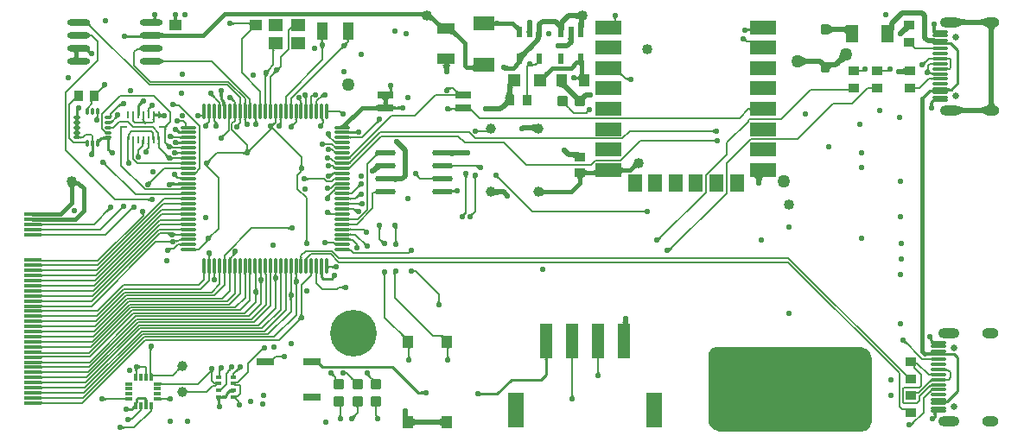
<source format=gtl>
G04*
G04 #@! TF.GenerationSoftware,Altium Limited,Altium Designer,20.0.13 (296)*
G04*
G04 Layer_Physical_Order=1*
G04 Layer_Color=255*
%FSLAX25Y25*%
%MOIN*%
G70*
G01*
G75*
%ADD10C,0.01000*%
%ADD11C,0.00800*%
%ADD19C,0.00600*%
%ADD23C,0.03937*%
G04:AMPARAMS|DCode=24|XSize=40mil|YSize=40mil|CornerRadius=2mil|HoleSize=0mil|Usage=FLASHONLY|Rotation=270.000|XOffset=0mil|YOffset=0mil|HoleType=Round|Shape=RoundedRectangle|*
%AMROUNDEDRECTD24*
21,1,0.04000,0.03600,0,0,270.0*
21,1,0.03600,0.04000,0,0,270.0*
1,1,0.00400,-0.01800,-0.01800*
1,1,0.00400,-0.01800,0.01800*
1,1,0.00400,0.01800,0.01800*
1,1,0.00400,0.01800,-0.01800*
%
%ADD24ROUNDEDRECTD24*%
G04:AMPARAMS|DCode=25|XSize=40.5mil|YSize=40mil|CornerRadius=2mil|HoleSize=0mil|Usage=FLASHONLY|Rotation=270.000|XOffset=0mil|YOffset=0mil|HoleType=Round|Shape=RoundedRectangle|*
%AMROUNDEDRECTD25*
21,1,0.04050,0.03600,0,0,270.0*
21,1,0.03650,0.04000,0,0,270.0*
1,1,0.00400,-0.01800,-0.01825*
1,1,0.00400,-0.01800,0.01825*
1,1,0.00400,0.01800,0.01825*
1,1,0.00400,0.01800,-0.01825*
%
%ADD25ROUNDEDRECTD25*%
%ADD26R,0.03937X0.19685*%
%ADD27R,0.05000X0.06500*%
%ADD28R,0.09843X0.05512*%
%ADD29R,0.05512X0.06693*%
%ADD30R,0.04000X0.05000*%
%ADD31R,0.03858X0.03661*%
G04:AMPARAMS|DCode=32|XSize=40mil|YSize=40mil|CornerRadius=2mil|HoleSize=0mil|Usage=FLASHONLY|Rotation=0.000|XOffset=0mil|YOffset=0mil|HoleType=Round|Shape=RoundedRectangle|*
%AMROUNDEDRECTD32*
21,1,0.04000,0.03600,0,0,0.0*
21,1,0.03600,0.04000,0,0,0.0*
1,1,0.00400,0.01800,-0.01800*
1,1,0.00400,-0.01800,-0.01800*
1,1,0.00400,-0.01800,0.01800*
1,1,0.00400,0.01800,0.01800*
%
%ADD32ROUNDEDRECTD32*%
G04:AMPARAMS|DCode=33|XSize=40.5mil|YSize=40mil|CornerRadius=2mil|HoleSize=0mil|Usage=FLASHONLY|Rotation=0.000|XOffset=0mil|YOffset=0mil|HoleType=Round|Shape=RoundedRectangle|*
%AMROUNDEDRECTD33*
21,1,0.04050,0.03600,0,0,0.0*
21,1,0.03650,0.04000,0,0,0.0*
1,1,0.00400,0.01825,-0.01800*
1,1,0.00400,-0.01825,-0.01800*
1,1,0.00400,-0.01825,0.01800*
1,1,0.00400,0.01825,0.01800*
%
%ADD33ROUNDEDRECTD33*%
%ADD34R,0.03543X0.03937*%
%ADD35R,0.05000X0.05000*%
%ADD36R,0.08346X0.05512*%
%ADD37R,0.06000X0.03000*%
%ADD38R,0.04134X0.06693*%
%ADD39R,0.05512X0.04724*%
%ADD40R,0.03661X0.03858*%
%ADD41O,0.03150X0.01102*%
%ADD42O,0.01102X0.03150*%
%ADD43R,0.03150X0.00984*%
%ADD44R,0.00984X0.03150*%
%ADD45R,0.06693X0.01339*%
%ADD46R,0.02362X0.04331*%
%ADD47R,0.03937X0.03543*%
G04:AMPARAMS|DCode=48|XSize=31.5mil|YSize=39.37mil|CornerRadius=3.94mil|HoleSize=0mil|Usage=FLASHONLY|Rotation=0.000|XOffset=0mil|YOffset=0mil|HoleType=Round|Shape=RoundedRectangle|*
%AMROUNDEDRECTD48*
21,1,0.03150,0.03150,0,0,0.0*
21,1,0.02362,0.03937,0,0,0.0*
1,1,0.00787,0.01181,-0.01575*
1,1,0.00787,-0.01181,-0.01575*
1,1,0.00787,-0.01181,0.01575*
1,1,0.00787,0.01181,0.01575*
%
%ADD48ROUNDEDRECTD48*%
G04:AMPARAMS|DCode=49|XSize=59.06mil|YSize=11.81mil|CornerRadius=2.95mil|HoleSize=0mil|Usage=FLASHONLY|Rotation=180.000|XOffset=0mil|YOffset=0mil|HoleType=Round|Shape=RoundedRectangle|*
%AMROUNDEDRECTD49*
21,1,0.05906,0.00591,0,0,180.0*
21,1,0.05315,0.01181,0,0,180.0*
1,1,0.00591,-0.02657,0.00295*
1,1,0.00591,0.02657,0.00295*
1,1,0.00591,0.02657,-0.00295*
1,1,0.00591,-0.02657,-0.00295*
%
%ADD49ROUNDEDRECTD49*%
%ADD50R,0.04724X0.13780*%
%ADD51R,0.05906X0.13386*%
%ADD52R,0.07087X0.04449*%
%ADD53R,0.02362X0.01575*%
%ADD54O,0.08858X0.02480*%
%ADD55R,0.06693X0.02756*%
%ADD56R,0.05000X0.04000*%
%ADD57R,0.01181X0.02559*%
%ADD58R,0.02559X0.01181*%
%ADD59O,0.08014X0.02260*%
%ADD104O,0.06299X0.01181*%
%ADD105O,0.01181X0.06299*%
%ADD106C,0.00650*%
%ADD107C,0.01500*%
%ADD108C,0.02000*%
%ADD109C,0.01200*%
%ADD110C,0.18000*%
%ADD111O,0.08268X0.03937*%
%ADD112O,0.06299X0.03937*%
%ADD113C,0.02559*%
%ADD114C,0.02200*%
%ADD115C,0.05000*%
%ADD116C,0.04000*%
G36*
X215058Y150744D02*
X214965Y150820D01*
X214841Y150888D01*
X214686Y150948D01*
X214502Y151000D01*
X214286Y151044D01*
X214041Y151080D01*
X213459Y151128D01*
X212755Y151144D01*
Y153144D01*
X213122Y153148D01*
X214041Y153208D01*
X214286Y153244D01*
X214502Y153288D01*
X214686Y153340D01*
X214841Y153400D01*
X214965Y153468D01*
X215058Y153544D01*
Y150744D01*
D02*
G37*
G36*
X52029Y151828D02*
X52266D01*
X52221Y151777D01*
X52180Y151709D01*
X52145Y151624D01*
X52114Y151523D01*
X52087Y151405D01*
X52078Y151347D01*
X52108Y151235D01*
X52153Y151124D01*
X52208Y151033D01*
X52273Y150962D01*
X52348Y150911D01*
X52433Y150881D01*
X52528Y150871D01*
X52036D01*
X52028Y150564D01*
X51028D01*
X51026Y150766D01*
X51018Y150871D01*
X50528D01*
X50623Y150881D01*
X50708Y150911D01*
X50783Y150962D01*
X50848Y151033D01*
X50903Y151124D01*
X50948Y151235D01*
X50978Y151347D01*
X50968Y151405D01*
X50942Y151523D01*
X50911Y151624D01*
X50876Y151709D01*
X50835Y151777D01*
X50790Y151828D01*
X51027D01*
X51028Y151883D01*
X52028D01*
X52029Y151828D01*
D02*
G37*
G36*
X60185Y151762D02*
X60128Y151709D01*
X60076Y151639D01*
X60030Y151553D01*
X59990Y151451D01*
X59957Y151333D01*
X59929Y151199D01*
X59921Y151142D01*
X59925Y151116D01*
X59960Y150984D01*
X60005Y150873D01*
X60060Y150782D01*
X60125Y150711D01*
X60200Y150661D01*
X60285Y150630D01*
X60380Y150620D01*
X59882D01*
X59880Y150502D01*
X59109Y150620D01*
X58380D01*
X58475Y150630D01*
X58560Y150661D01*
X58635Y150711D01*
X58700Y150782D01*
X58755Y150873D01*
X58800Y150984D01*
X58835Y151116D01*
X58854Y151227D01*
X58845Y151360D01*
X58825Y151498D01*
X58772Y151731D01*
X58739Y151825D01*
X58701Y151905D01*
X58659Y151969D01*
X60185Y151762D01*
D02*
G37*
G36*
X229557Y151170D02*
X229514Y151118D01*
X229476Y151053D01*
X229444Y150975D01*
X229416Y150883D01*
X229394Y150779D01*
X229405Y150736D01*
X229434Y150663D01*
X229470Y150604D01*
X229512Y150557D01*
X229561Y150524D01*
X229616Y150505D01*
X229678Y150498D01*
X229364D01*
X229356Y150380D01*
X229353Y150220D01*
X228703D01*
X228700Y150380D01*
X228692Y150498D01*
X228378D01*
X228440Y150505D01*
X228495Y150524D01*
X228544Y150557D01*
X228586Y150604D01*
X228622Y150663D01*
X228651Y150736D01*
X228662Y150779D01*
X228640Y150883D01*
X228612Y150975D01*
X228580Y151053D01*
X228542Y151118D01*
X228499Y151170D01*
X228451Y151207D01*
X229605D01*
X229557Y151170D01*
D02*
G37*
G36*
X51574Y149992D02*
X51550Y149984D01*
X51518Y149966D01*
X51475Y149936D01*
X51424Y149895D01*
X51211Y149705D01*
X50912Y149414D01*
X50453Y149874D01*
X50561Y149983D01*
X51004Y150479D01*
X51023Y150512D01*
X51030Y150535D01*
X51574Y149992D01*
D02*
G37*
G36*
X88052Y148494D02*
X88045Y148556D01*
X88025Y148611D01*
X87992Y148660D01*
X87946Y148702D01*
X87887Y148738D01*
X87814Y148767D01*
X87728Y148790D01*
X87628Y148806D01*
X87516Y148816D01*
X87390Y148819D01*
Y149469D01*
X87516Y149472D01*
X87628Y149482D01*
X87728Y149498D01*
X87814Y149521D01*
X87887Y149550D01*
X87946Y149586D01*
X87992Y149628D01*
X88025Y149677D01*
X88045Y149732D01*
X88052Y149794D01*
Y148494D01*
D02*
G37*
G36*
X81406Y149829D02*
X81508Y149754D01*
X81620Y149687D01*
X81741Y149629D01*
X81873Y149580D01*
X82014Y149540D01*
X82166Y149509D01*
X82327Y149487D01*
X82498Y149474D01*
X82679Y149469D01*
Y148819D01*
X82498Y148815D01*
X82327Y148801D01*
X82166Y148779D01*
X82014Y148748D01*
X81873Y148708D01*
X81741Y148659D01*
X81620Y148601D01*
X81508Y148534D01*
X81406Y148459D01*
X81314Y148374D01*
Y149914D01*
X81406Y149829D01*
D02*
G37*
G36*
X26527Y149194D02*
X26501Y149143D01*
X26491Y149085D01*
X26498Y149020D01*
X26521Y148946D01*
X26560Y148866D01*
X26616Y148779D01*
X26688Y148684D01*
X26777Y148582D01*
X26882Y148472D01*
X26375Y148060D01*
X26264Y148167D01*
X26060Y148334D01*
X25968Y148395D01*
X25883Y148440D01*
X25803Y148470D01*
X25731Y148484D01*
X25664Y148483D01*
X25604Y148466D01*
X25551Y148434D01*
X26569Y149238D01*
X26527Y149194D01*
D02*
G37*
G36*
X372006Y148040D02*
X371813Y148175D01*
X371602Y148295D01*
X371374Y148402D01*
X371129Y148494D01*
X370866Y148572D01*
X370586Y148636D01*
X370289Y148685D01*
X369975Y148721D01*
X369294Y148749D01*
Y150749D01*
X369643Y150756D01*
X370289Y150813D01*
X370586Y150863D01*
X370866Y150926D01*
X371129Y151004D01*
X371374Y151097D01*
X371602Y151203D01*
X371813Y151323D01*
X372006Y151458D01*
Y148040D01*
D02*
G37*
G36*
X361771Y151323D02*
X361982Y151203D01*
X362210Y151097D01*
X362455Y151004D01*
X362718Y150926D01*
X362998Y150863D01*
X363295Y150813D01*
X363609Y150778D01*
X364290Y150749D01*
Y148749D01*
X363941Y148742D01*
X363295Y148685D01*
X362998Y148636D01*
X362718Y148572D01*
X362455Y148494D01*
X362210Y148402D01*
X361982Y148295D01*
X361771Y148175D01*
X361578Y148040D01*
Y151458D01*
X361771Y151323D01*
D02*
G37*
G36*
X216914Y148012D02*
X214575D01*
X214646Y148032D01*
X214710Y148092D01*
X214766Y148192D01*
X214814Y148332D01*
X214856Y148512D01*
X214889Y148732D01*
X214934Y149292D01*
X214949Y150012D01*
X216949D01*
X216914Y148012D01*
D02*
G37*
G36*
X209433D02*
X207095D01*
X207161Y148026D01*
X207221Y148070D01*
X207274Y148143D01*
X207319Y148246D01*
X207358Y148377D01*
X207389Y148538D01*
X207414Y148728D01*
X207442Y149196D01*
X207445Y149474D01*
X209445D01*
X209433Y148012D01*
D02*
G37*
G36*
X182637Y150725D02*
X182682Y150598D01*
X182757Y150486D01*
X182862Y150388D01*
X182997Y150305D01*
X183162Y150238D01*
X183357Y150186D01*
X183582Y150148D01*
X183837Y150126D01*
X184122Y150118D01*
Y148618D01*
X183837Y148610D01*
X183582Y148588D01*
X183357Y148550D01*
X183162Y148498D01*
X182997Y148431D01*
X182862Y148348D01*
X182757Y148250D01*
X182682Y148138D01*
X182637Y148011D01*
X182622Y147868D01*
Y150868D01*
X182637Y150725D01*
D02*
G37*
G36*
X196770Y149227D02*
X196803Y148747D01*
X196831Y148552D01*
X196868Y148387D01*
X196913Y148252D01*
X196966Y148147D01*
X197027Y148072D01*
X197096Y148027D01*
X197173Y148012D01*
X196769D01*
X196766Y147728D01*
X195266Y147751D01*
X195262Y148012D01*
X194835D01*
X194917Y148027D01*
X194990Y148072D01*
X195055Y148147D01*
X195111Y148252D01*
X195158Y148387D01*
X195197Y148552D01*
X195227Y148747D01*
X195249Y148972D01*
X195266Y149512D01*
X196766D01*
X196770Y149227D01*
D02*
G37*
G36*
X158465Y152700D02*
X158549Y152558D01*
X158664Y152392D01*
X158988Y151987D01*
X159436Y151485D01*
X160339Y150552D01*
X160645Y150257D01*
X161198Y149788D01*
X161442Y149617D01*
X161665Y149488D01*
X161866Y149402D01*
X162046Y149358D01*
X162205Y149357D01*
X162342Y149399D01*
X162457Y149482D01*
X160348Y147373D01*
X160432Y147488D01*
X160473Y147626D01*
X160472Y147784D01*
X160428Y147964D01*
X160342Y148165D01*
X160213Y148388D01*
X160043Y148633D01*
X159829Y148898D01*
X159321Y149444D01*
X159150Y149609D01*
X158674Y149999D01*
X158453Y150144D01*
X158243Y150257D01*
X158045Y150337D01*
X157858Y150384D01*
X157683Y150398D01*
X157518Y150379D01*
X157365Y150328D01*
X158411Y152817D01*
X158465Y152700D01*
D02*
G37*
G36*
X104127Y146819D02*
X104122Y146904D01*
X104108Y146970D01*
X104085Y147018D01*
X104052Y147046D01*
X104009Y147055D01*
X103957Y147046D01*
X103896Y147018D01*
X103825Y146970D01*
X103745Y146904D01*
X103656Y146819D01*
Y147739D01*
X103745Y147833D01*
X103825Y147926D01*
X103896Y148020D01*
X103957Y148112D01*
X104009Y148204D01*
X104052Y148296D01*
X104085Y148387D01*
X104108Y148478D01*
X104122Y148568D01*
X104127Y148658D01*
Y146819D01*
D02*
G37*
G36*
X343399Y146731D02*
X343243Y146844D01*
X343059Y146901D01*
X342847D01*
X342607Y146844D01*
X342338Y146731D01*
X342041Y146562D01*
X341716Y146335D01*
X341363Y146053D01*
X340570Y145317D01*
X339156Y146731D01*
X339552Y147142D01*
X340175Y147877D01*
X340401Y148202D01*
X340570Y148499D01*
X340684Y148768D01*
X340740Y149008D01*
Y149220D01*
X340684Y149404D01*
X340570Y149560D01*
X343399Y146731D01*
D02*
G37*
G36*
X89242Y146668D02*
X89177Y146689D01*
X89102Y146689D01*
X89015Y146670D01*
X88917Y146630D01*
X88808Y146570D01*
X88687Y146490D01*
X88555Y146389D01*
X88258Y146128D01*
X88093Y145967D01*
X87580Y146373D01*
X87723Y146520D01*
X87944Y146778D01*
X88023Y146888D01*
X88081Y146986D01*
X88117Y147072D01*
X88133Y147145D01*
X88127Y147207D01*
X88100Y147256D01*
X88052Y147293D01*
X89242Y146668D01*
D02*
G37*
G36*
X352719Y148154D02*
X352673Y148078D01*
X352632Y147987D01*
X352597Y147880D01*
X352568Y147759D01*
X352543Y147622D01*
X352511Y147301D01*
X352509Y147251D01*
X352520Y147114D01*
X352545Y146957D01*
X352580Y146822D01*
X352625Y146710D01*
X352680Y146620D01*
X352745Y146552D01*
X352820Y146507D01*
X352905Y146483D01*
X353000Y146483D01*
X351407Y146316D01*
X351425Y146353D01*
X351441Y146405D01*
X351454Y146475D01*
X351467Y146561D01*
X351485Y146784D01*
X351496Y147137D01*
X351457Y147622D01*
X351432Y147759D01*
X351403Y147880D01*
X351368Y147987D01*
X351327Y148078D01*
X351281Y148154D01*
X351230Y148214D01*
X352770D01*
X352719Y148154D01*
D02*
G37*
G36*
X353978Y145911D02*
X354831D01*
X354832Y145795D01*
X354856Y145454D01*
X354866Y145399D01*
X354879Y145357D01*
X354888Y145338D01*
X354928D01*
X354910Y145332D01*
X354899Y145320D01*
X354910Y145308D01*
X354928Y145302D01*
X354888D01*
X354879Y145284D01*
X354866Y145241D01*
X354856Y145186D01*
X354847Y145119D01*
X354835Y144949D01*
X354831Y144730D01*
X353831D01*
X353830Y144845D01*
X353807Y145186D01*
X353797Y145241D01*
X353784Y145284D01*
X353775Y145302D01*
X353734D01*
X353753Y145308D01*
X353764Y145320D01*
X353753Y145332D01*
X353734Y145338D01*
X353775D01*
X353784Y145357D01*
X353797Y145399D01*
X353807Y145454D01*
X353816Y145521D01*
X353819Y145573D01*
X353312Y145584D01*
X353309Y145584D01*
X352323Y145557D01*
Y146264D01*
X352338Y146259D01*
X352373Y146254D01*
X352427Y146250D01*
X352989Y146237D01*
X352992Y146237D01*
X353978Y146264D01*
Y145911D01*
D02*
G37*
G36*
X279906Y147451D02*
X280008Y147376D01*
X280120Y147309D01*
X280241Y147251D01*
X280373Y147202D01*
X280514Y147162D01*
X280666Y147131D01*
X280780Y147115D01*
X280809Y147120D01*
X280895Y147143D01*
X280968Y147172D01*
X281028Y147208D01*
X281074Y147250D01*
X281107Y147299D01*
X281127Y147354D01*
X281134Y147416D01*
Y147092D01*
X281179Y147091D01*
Y146441D01*
X281134Y146440D01*
Y146116D01*
X281127Y146177D01*
X281107Y146233D01*
X281074Y146282D01*
X281028Y146324D01*
X280968Y146360D01*
X280895Y146389D01*
X280809Y146412D01*
X280780Y146416D01*
X280666Y146401D01*
X280514Y146370D01*
X280373Y146329D01*
X280241Y146281D01*
X280120Y146223D01*
X280008Y146156D01*
X279906Y146080D01*
X279814Y145996D01*
Y147536D01*
X279906Y147451D01*
D02*
G37*
G36*
X375980Y147960D02*
X375811Y147894D01*
X375661Y147783D01*
X375532Y147629D01*
X375423Y147430D01*
X375333Y147188D01*
X375263Y146901D01*
X375214Y146570D01*
X375184Y146195D01*
X375174Y145776D01*
X373174D01*
X373164Y146195D01*
X373134Y146570D01*
X373084Y146901D01*
X373014Y147188D01*
X372925Y147430D01*
X372815Y147629D01*
X372686Y147783D01*
X372537Y147894D01*
X372368Y147960D01*
X372178Y147982D01*
X376169D01*
X375980Y147960D01*
D02*
G37*
G36*
X191248Y148768D02*
X191810Y148292D01*
X192056Y148120D01*
X192280Y147992D01*
X192480Y147907D01*
X192658Y147868D01*
X192813Y147871D01*
X192945Y147920D01*
X193055Y148012D01*
X191095Y145729D01*
X191173Y145853D01*
X191209Y145996D01*
X191205Y146160D01*
X191160Y146342D01*
X191075Y146545D01*
X190948Y146767D01*
X190781Y147008D01*
X190573Y147269D01*
X190324Y147550D01*
X190034Y147850D01*
X190934Y149072D01*
X191248Y148768D01*
D02*
G37*
G36*
X311817Y148631D02*
X311959Y148487D01*
X312122Y148359D01*
X312304Y148249D01*
X312506Y148155D01*
X312727Y148079D01*
X312967Y148019D01*
X313228Y147977D01*
X313508Y147951D01*
X313807Y147943D01*
Y145943D01*
X313508Y145934D01*
X313228Y145909D01*
X312967Y145866D01*
X312727Y145807D01*
X312506Y145730D01*
X312304Y145637D01*
X312122Y145526D01*
X311959Y145399D01*
X311817Y145254D01*
X311693Y145093D01*
Y148793D01*
X311817Y148631D01*
D02*
G37*
G36*
X318052Y144943D02*
X318031Y145133D01*
X317970Y145303D01*
X317869Y145453D01*
X317728Y145583D01*
X317547Y145693D01*
X317326Y145783D01*
X317065Y145853D01*
X316763Y145903D01*
X316422Y145933D01*
X316040Y145943D01*
Y147943D01*
X316420Y147947D01*
X317320Y148013D01*
X317540Y148053D01*
X317720Y148101D01*
X317860Y148158D01*
X317960Y148224D01*
X318020Y148299D01*
X318040Y148382D01*
X318052Y144943D01*
D02*
G37*
G36*
X26579Y145002D02*
X26594Y144973D01*
X26621Y144947D01*
X26660Y144924D01*
X26711Y144905D01*
X26774Y144890D01*
X26849Y144878D01*
X26937Y144869D01*
X27147Y144863D01*
Y144213D01*
X27025Y144211D01*
X26732Y144185D01*
X26660Y144170D01*
X26600Y144151D01*
X26553Y144128D01*
X26519Y144103D01*
X26497Y144073D01*
X26487Y144041D01*
X26576Y145035D01*
X26579Y145002D01*
D02*
G37*
G36*
X167314Y147074D02*
X167271Y146936D01*
Y146777D01*
X167314Y146597D01*
X167399Y146395D01*
X167526Y146172D01*
X167695Y145929D01*
X167908Y145663D01*
X168459Y145069D01*
X167399Y144009D01*
X167091Y144306D01*
X166539Y144772D01*
X166295Y144942D01*
X166073Y145069D01*
X165871Y145154D01*
X165691Y145197D01*
X165532D01*
X165394Y145154D01*
X165277Y145069D01*
X167399Y147191D01*
X167314Y147074D01*
D02*
G37*
G36*
X53931Y145656D02*
X54045Y145601D01*
X54180Y145552D01*
X54335Y145510D01*
X54510Y145475D01*
X54705Y145446D01*
X55157Y145407D01*
X55690Y145394D01*
Y143894D01*
X55413Y143891D01*
X54705Y143842D01*
X54510Y143813D01*
X54335Y143778D01*
X54180Y143736D01*
X54045Y143687D01*
X53931Y143632D01*
X53836Y143571D01*
Y145717D01*
X53931Y145656D01*
D02*
G37*
G36*
X40476Y144863D02*
X40552Y144817D01*
X40643Y144776D01*
X40750Y144741D01*
X40871Y144711D01*
X41008Y144687D01*
X41329Y144655D01*
X41511Y144647D01*
X41710Y144644D01*
Y143644D01*
X41511Y143641D01*
X41008Y143601D01*
X40871Y143577D01*
X40750Y143547D01*
X40643Y143512D01*
X40552Y143471D01*
X40476Y143425D01*
X40416Y143374D01*
Y144914D01*
X40476Y144863D01*
D02*
G37*
G36*
X213141Y143689D02*
X213112Y143641D01*
X213087Y143560D01*
X213065Y143448D01*
X213047Y143303D01*
X213019Y142917D01*
X213004Y142098D01*
X211004D01*
X211002Y142403D01*
X210921Y143560D01*
X210896Y143641D01*
X210867Y143689D01*
X210835Y143705D01*
X213173D01*
X213141Y143689D01*
D02*
G37*
G36*
X281121Y142636D02*
X281133Y141673D01*
X281125Y141735D01*
X281105Y141790D01*
X281071Y141839D01*
X281025Y141881D01*
X280965Y141917D01*
X280892Y141946D01*
X280807Y141969D01*
X280708Y141985D01*
X280596Y141995D01*
X280471Y141998D01*
Y142648D01*
X281121Y142636D01*
D02*
G37*
G36*
X116337Y142854D02*
X116340Y142822D01*
X116658D01*
X116596Y142815D01*
X116541Y142795D01*
X116492Y142762D01*
X116450Y142716D01*
X116414Y142656D01*
X116385Y142583D01*
X116372Y142533D01*
X116373Y142522D01*
X116404Y142370D01*
X116444Y142229D01*
X116493Y142097D01*
X116551Y141976D01*
X116618Y141864D01*
X116693Y141762D01*
X116778Y141669D01*
X115238D01*
X115323Y141762D01*
X115398Y141864D01*
X115465Y141976D01*
X115523Y142097D01*
X115572Y142229D01*
X115612Y142370D01*
X115643Y142522D01*
X115644Y142533D01*
X115631Y142583D01*
X115602Y142656D01*
X115566Y142716D01*
X115524Y142762D01*
X115475Y142795D01*
X115420Y142815D01*
X115358Y142822D01*
X115676D01*
X115679Y142854D01*
X115683Y143035D01*
X116333D01*
X116337Y142854D01*
D02*
G37*
G36*
X357152Y142113D02*
X357219Y142087D01*
X357299Y142064D01*
X357394Y142044D01*
X357502Y142028D01*
X357761Y142003D01*
X358075Y141991D01*
X358253Y141990D01*
X358278Y140989D01*
X357099Y141018D01*
Y142142D01*
X357152Y142113D01*
D02*
G37*
G36*
X126633Y142815D02*
X126578Y142795D01*
X126530Y142762D01*
X126488Y142716D01*
X126453Y142657D01*
X126424Y142585D01*
X126402Y142499D01*
X126386Y142401D01*
X126376Y142289D01*
X126373Y142164D01*
X126048D01*
X126278Y141934D01*
X126149Y141799D01*
X125933Y141537D01*
X125847Y141410D01*
X125774Y141286D01*
X125716Y141164D01*
X125673Y141045D01*
X125643Y140928D01*
X125628Y140815D01*
X125626Y140703D01*
X124587Y141742D01*
X124699Y141744D01*
X124812Y141759D01*
X124929Y141789D01*
X125048Y141832D01*
X125170Y141890D01*
X125294Y141963D01*
X125421Y142049D01*
X125551Y142150D01*
X125683Y142265D01*
X125719Y142299D01*
X125710Y142401D01*
X125694Y142499D01*
X125672Y142585D01*
X125643Y142657D01*
X125608Y142716D01*
X125566Y142762D01*
X125518Y142795D01*
X125463Y142815D01*
X125402Y142822D01*
X126694D01*
X126633Y142815D01*
D02*
G37*
G36*
X344458Y140790D02*
X344449Y140744D01*
X344456Y140688D01*
X344478Y140622D01*
X344516Y140548D01*
X344570Y140465D01*
X344639Y140372D01*
X344725Y140270D01*
X344943Y140039D01*
X344483Y139579D01*
X344363Y139696D01*
X344057Y139952D01*
X343974Y140006D01*
X343900Y140044D01*
X343834Y140066D01*
X343778Y140073D01*
X343732Y140064D01*
X343694Y140039D01*
X344483Y140828D01*
X344458Y140790D01*
D02*
G37*
G36*
X351470Y139112D02*
X351437Y139151D01*
X351396Y139187D01*
X351345Y139217D01*
X351286Y139244D01*
X351217Y139267D01*
X351139Y139286D01*
X351052Y139300D01*
X350955Y139311D01*
X350735Y139319D01*
X350747Y139969D01*
X350847Y139971D01*
X351035Y139987D01*
X351123Y140002D01*
X351206Y140020D01*
X351286Y140043D01*
X351361Y140069D01*
X351433Y140100D01*
X351500Y140135D01*
X351563Y140173D01*
X351470Y139112D01*
D02*
G37*
G36*
X124517Y139544D02*
X124392Y139539D01*
X124266Y139520D01*
X124140Y139488D01*
X124013Y139443D01*
X123885Y139384D01*
X123757Y139313D01*
X123628Y139228D01*
X123498Y139130D01*
X123368Y139018D01*
X123237Y138893D01*
X122777Y139353D01*
X122902Y139484D01*
X123014Y139614D01*
X123112Y139744D01*
X123197Y139873D01*
X123268Y140001D01*
X123327Y140129D01*
X123372Y140256D01*
X123404Y140382D01*
X123423Y140508D01*
X123428Y140633D01*
X124517Y139544D01*
D02*
G37*
G36*
X116822Y140125D02*
X116757Y140009D01*
X116700Y139885D01*
X116650Y139754D01*
X116607Y139615D01*
X116573Y139468D01*
X116546Y139314D01*
X116527Y139152D01*
X116512Y138806D01*
X115862Y138694D01*
X115857Y138877D01*
X115842Y139049D01*
X115818Y139208D01*
X115784Y139356D01*
X115740Y139491D01*
X115687Y139614D01*
X115623Y139724D01*
X115551Y139823D01*
X115468Y139909D01*
X115376Y139984D01*
X116895Y140234D01*
X116822Y140125D01*
D02*
G37*
G36*
X46082Y138692D02*
X46054Y138752D01*
X46011Y138805D01*
X45953Y138853D01*
X45880Y138894D01*
X45792Y138928D01*
X45690Y138957D01*
X45572Y138979D01*
X45439Y138995D01*
X45292Y139004D01*
X45130Y139007D01*
X44952Y139657D01*
X45106Y139660D01*
X45358Y139686D01*
X45456Y139708D01*
X45536Y139737D01*
X45598Y139772D01*
X45641Y139814D01*
X45666Y139862D01*
X45673Y139917D01*
X45661Y139978D01*
X46082Y138692D01*
D02*
G37*
G36*
X97785Y139342D02*
X97730Y139323D01*
X97681Y139290D01*
X97639Y139245D01*
X97603Y139186D01*
X97574Y139115D01*
X97551Y139030D01*
X97535Y138933D01*
X97528Y138849D01*
X97847D01*
X97785Y138842D01*
X97730Y138823D01*
X97681Y138790D01*
X97639Y138745D01*
X97603Y138686D01*
X97574Y138615D01*
X97551Y138530D01*
X97535Y138433D01*
X97525Y138322D01*
X97522Y138199D01*
X96872D01*
X96869Y138322D01*
X96859Y138433D01*
X96843Y138530D01*
X96820Y138615D01*
X96791Y138686D01*
X96755Y138745D01*
X96713Y138790D01*
X96664Y138823D01*
X96609Y138842D01*
X96547Y138849D01*
X96866D01*
X96859Y138933D01*
X96843Y139030D01*
X96820Y139115D01*
X96791Y139186D01*
X96755Y139245D01*
X96713Y139290D01*
X96664Y139323D01*
X96609Y139342D01*
X96547Y139349D01*
X97847D01*
X97785Y139342D01*
D02*
G37*
G36*
X195554Y137819D02*
X195053Y137303D01*
X193932Y135972D01*
X193686Y135601D01*
X193505Y135265D01*
X193388Y134966D01*
X193335Y134702D01*
X193346Y134475D01*
X193421Y134284D01*
X191268Y137764D01*
X191393Y137622D01*
X191552Y137543D01*
X191748Y137528D01*
X191978Y137576D01*
X192243Y137687D01*
X192543Y137861D01*
X192879Y138099D01*
X193250Y138399D01*
X194096Y139190D01*
X195554Y137819D01*
D02*
G37*
G36*
X25406Y139626D02*
X25438Y139586D01*
X25565Y139447D01*
X25824Y139183D01*
X25904Y139107D01*
X26047Y138984D01*
X26537Y139160D01*
X26449Y139116D01*
X26389Y139056D01*
X26359Y138981D01*
X26358Y138891D01*
X26386Y138785D01*
X26406Y138743D01*
X26437Y138728D01*
X26533Y138692D01*
X26622Y138673D01*
X26704Y138671D01*
X26777Y138686D01*
X26633Y138407D01*
X26646Y138394D01*
X26639Y138387D01*
X26646Y138379D01*
X26791Y138213D01*
X26965Y138031D01*
X26338Y137838D01*
X26076Y137330D01*
X26054Y137385D01*
X26019Y137451D01*
X25971Y137525D01*
X25909Y137610D01*
X25745Y137809D01*
X25632Y137931D01*
X25378Y138142D01*
X25225Y138247D01*
X25079Y138329D01*
X24942Y138390D01*
X24812Y138430D01*
X24690Y138447D01*
X24576Y138443D01*
X24470Y138417D01*
X24959Y138593D01*
X24645Y138894D01*
X25396Y139645D01*
X25406Y139626D01*
D02*
G37*
G36*
X22590Y138402D02*
X22462Y138357D01*
X22350Y138281D01*
X22252Y138175D01*
X22170Y138039D01*
X22102Y137873D01*
X22050Y137676D01*
X22012Y137450D01*
X21990Y137192D01*
X21988Y137144D01*
X21990Y137095D01*
X22012Y136838D01*
X22050Y136612D01*
X22102Y136415D01*
X22170Y136249D01*
X22252Y136113D01*
X22350Y136007D01*
X22462Y135931D01*
X22590Y135886D01*
X22732Y135871D01*
X19732D01*
X19874Y135886D01*
X20002Y135931D01*
X20114Y136007D01*
X20212Y136113D01*
X20294Y136249D01*
X20362Y136415D01*
X20414Y136612D01*
X20452Y136838D01*
X20474Y137095D01*
X20476Y137144D01*
X20474Y137192D01*
X20452Y137450D01*
X20414Y137676D01*
X20362Y137873D01*
X20294Y138039D01*
X20212Y138175D01*
X20114Y138281D01*
X20002Y138357D01*
X19874Y138402D01*
X19732Y138417D01*
X22732D01*
X22590Y138402D01*
D02*
G37*
G36*
X357221Y136141D02*
X357260Y136111D01*
X357308Y136085D01*
X357366Y136062D01*
X357434Y136043D01*
X357511Y136027D01*
X357599Y136015D01*
X357804Y136001D01*
X357922Y135999D01*
Y135349D01*
X357804Y135348D01*
X357599Y135334D01*
X357511Y135321D01*
X357434Y135306D01*
X357366Y135287D01*
X357308Y135264D01*
X357260Y135238D01*
X357221Y135208D01*
X357193Y135175D01*
Y136174D01*
X357221Y136141D01*
D02*
G37*
G36*
X351563Y135112D02*
X351511Y135143D01*
X351453Y135171D01*
X351388Y135195D01*
X351317Y135217D01*
X351240Y135234D01*
X351156Y135249D01*
X350969Y135269D01*
X350865Y135274D01*
X350756Y135275D01*
X350735Y135925D01*
X350845Y135928D01*
X351040Y135948D01*
X351126Y135965D01*
X351203Y135987D01*
X351272Y136015D01*
X351334Y136047D01*
X351387Y136084D01*
X351432Y136127D01*
X351470Y136174D01*
X351563Y135112D01*
D02*
G37*
G36*
X54663Y135226D02*
X54687Y135172D01*
X54727Y135125D01*
X54784Y135083D01*
X54856Y135048D01*
X54945Y135020D01*
X55049Y134998D01*
X55170Y134982D01*
X55307Y134972D01*
X55460Y134969D01*
Y134319D01*
X55307Y134316D01*
X55049Y134290D01*
X54945Y134268D01*
X54856Y134240D01*
X54784Y134205D01*
X54727Y134163D01*
X54687Y134116D01*
X54663Y134062D01*
X54655Y134001D01*
Y134291D01*
X54651Y134290D01*
X54547Y134268D01*
X54458Y134240D01*
X54386Y134205D01*
X54329Y134163D01*
X54289Y134116D01*
X54265Y134062D01*
X54257Y134001D01*
Y135287D01*
X54265Y135226D01*
X54289Y135172D01*
X54329Y135125D01*
X54386Y135083D01*
X54458Y135048D01*
X54547Y135020D01*
X54651Y134998D01*
X54655Y134997D01*
Y135287D01*
X54663Y135226D01*
D02*
G37*
G36*
X193216Y133469D02*
X193099Y133554D01*
X192962Y133596D01*
X192803D01*
X192622Y133554D01*
X192421Y133469D01*
X192198Y133342D01*
X191954Y133172D01*
X191689Y132960D01*
X191095Y132408D01*
X190034Y133469D01*
X190331Y133776D01*
X190798Y134328D01*
X190968Y134572D01*
X191095Y134795D01*
X191180Y134996D01*
X191222Y135176D01*
Y135336D01*
X191180Y135473D01*
X191095Y135590D01*
X193216Y133469D01*
D02*
G37*
G36*
X199249D02*
X199223Y133484D01*
X199188Y133485D01*
X199144Y133472D01*
X199090Y133447D01*
X199027Y133407D01*
X198955Y133355D01*
X198784Y133209D01*
X198575Y133009D01*
X198181Y133403D01*
X197842Y132807D01*
X197651Y132805D01*
X197008Y132764D01*
X196876Y132745D01*
X196648Y132697D01*
X196551Y132668D01*
X196467Y132635D01*
X197082Y133960D01*
X197120Y133864D01*
X197175Y133779D01*
X197247Y133703D01*
X197335Y133638D01*
X197440Y133582D01*
X197561Y133537D01*
X197699Y133502D01*
X197853Y133477D01*
X198024Y133462D01*
X198125Y133459D01*
X198116Y133469D01*
X198222Y133578D01*
X198461Y133849D01*
X198514Y133921D01*
X198553Y133984D01*
X198579Y134037D01*
X198591Y134081D01*
X198590Y134117D01*
X198575Y134143D01*
X199249Y133469D01*
D02*
G37*
G36*
X351470Y133206D02*
X351441Y133239D01*
X351403Y133269D01*
X351355Y133295D01*
X351297Y133318D01*
X351229Y133337D01*
X351151Y133353D01*
X351064Y133365D01*
X350858Y133379D01*
X350741Y133381D01*
Y134031D01*
X350858Y134032D01*
X351064Y134046D01*
X351151Y134059D01*
X351229Y134074D01*
X351297Y134094D01*
X351355Y134116D01*
X351403Y134142D01*
X351441Y134172D01*
X351470Y134205D01*
Y133206D01*
D02*
G37*
G36*
X349279Y134435D02*
X349154Y134304D01*
X349043Y134174D01*
X348944Y134044D01*
X348859Y133915D01*
X348787Y133787D01*
X348729Y133659D01*
X348684Y133532D01*
X348652Y133406D01*
X348633Y133280D01*
X348628Y133155D01*
X347539Y134244D01*
X347664Y134249D01*
X347790Y134268D01*
X347916Y134300D01*
X348043Y134345D01*
X348171Y134404D01*
X348299Y134475D01*
X348428Y134560D01*
X348558Y134658D01*
X348688Y134770D01*
X348819Y134895D01*
X349279Y134435D01*
D02*
G37*
G36*
X318003Y134644D02*
X317787Y134630D01*
X317561Y134584D01*
X317323Y134505D01*
X317074Y134394D01*
X316814Y134251D01*
X316543Y134075D01*
X316261Y133867D01*
X315663Y133354D01*
X315347Y133049D01*
X313933Y134463D01*
X314238Y134779D01*
X314751Y135377D01*
X314959Y135659D01*
X315135Y135930D01*
X315278Y136190D01*
X315389Y136439D01*
X315468Y136677D01*
X315514Y136903D01*
X315528Y137119D01*
X318003Y134644D01*
D02*
G37*
G36*
X301476Y136251D02*
X301669Y136124D01*
X301893Y136012D01*
X302147Y135914D01*
X302432Y135831D01*
X302748Y135764D01*
X303095Y135712D01*
X303881Y135652D01*
X304319Y135644D01*
Y133644D01*
X303881Y133636D01*
X303095Y133577D01*
X302748Y133524D01*
X302432Y133457D01*
X302147Y133374D01*
X301893Y133276D01*
X301669Y133164D01*
X301476Y133036D01*
X301313Y132894D01*
Y136394D01*
X301476Y136251D01*
D02*
G37*
G36*
X100275Y132251D02*
X100149Y132121D01*
X99938Y131876D01*
X99853Y131762D01*
X99781Y131653D01*
X99723Y131549D01*
X99679Y131451D01*
X99648Y131358D01*
X99631Y131270D01*
X99627Y131187D01*
X98823Y132204D01*
X98902Y132190D01*
X98985Y132190D01*
X99072Y132205D01*
X99164Y132234D01*
X99261Y132277D01*
X99363Y132335D01*
X99469Y132407D01*
X99580Y132494D01*
X99695Y132595D01*
X99815Y132711D01*
X100275Y132251D01*
D02*
G37*
G36*
X216914Y133469D02*
X216916Y133454D01*
X216918Y133409D01*
X216926Y131969D01*
X215425D01*
X215418Y132255D01*
X215395Y132512D01*
X215358Y132738D01*
X215305Y132934D01*
X215238Y133101D01*
X215156Y133237D01*
X215058Y133343D01*
X214946Y133419D01*
X214818Y133465D01*
X214675Y133481D01*
X216914Y133469D01*
D02*
G37*
G36*
X313807Y132344D02*
X313411Y132334D01*
X313058Y132305D01*
X312749Y132255D01*
X312483Y132185D01*
X312260Y132095D01*
X312080Y131984D01*
X311944Y131854D01*
X311851Y131704D01*
X311801Y131535D01*
X311795Y131344D01*
X311567Y134310D01*
X311580Y134317D01*
X311640Y134323D01*
X311901Y134332D01*
X313807Y134344D01*
Y132344D01*
D02*
G37*
G36*
X165838Y133329D02*
X165668Y133268D01*
X165518Y133168D01*
X165388Y133027D01*
X165278Y132846D01*
X165188Y132625D01*
X165118Y132363D01*
X165068Y132061D01*
X165038Y131719D01*
X165028Y131337D01*
X163028D01*
X163018Y131719D01*
X162988Y132061D01*
X162938Y132363D01*
X162868Y132625D01*
X162778Y132846D01*
X162668Y133027D01*
X162538Y133168D01*
X162388Y133268D01*
X162218Y133329D01*
X162028Y133349D01*
X166028D01*
X165838Y133329D01*
D02*
G37*
G36*
X187069Y132811D02*
X187109Y132801D01*
X187170Y132793D01*
X187356Y132780D01*
X188189Y132765D01*
X187896Y131265D01*
X186838Y131296D01*
X187050Y132822D01*
X187069Y132811D01*
D02*
G37*
G36*
X357221Y132204D02*
X357260Y132174D01*
X357308Y132148D01*
X357366Y132125D01*
X357434Y132106D01*
X357511Y132090D01*
X357599Y132078D01*
X357804Y132064D01*
X357922Y132062D01*
Y131412D01*
X357804Y131411D01*
X357599Y131397D01*
X357511Y131385D01*
X357434Y131369D01*
X357366Y131350D01*
X357308Y131327D01*
X357260Y131301D01*
X357221Y131271D01*
X357193Y131238D01*
Y132237D01*
X357221Y132204D01*
D02*
G37*
G36*
X350086Y132414D02*
X350089Y132240D01*
X350115Y131912D01*
X350139Y131757D01*
X350205Y131465D01*
X350248Y131328D01*
X350298Y131198D01*
X350354Y131073D01*
X350417Y130955D01*
X348934Y131370D01*
X349030Y131432D01*
X349115Y131508D01*
X349190Y131597D01*
X349255Y131700D01*
X349310Y131817D01*
X349355Y131948D01*
X349391Y132092D01*
X349415Y132249D01*
X349431Y132421D01*
X349436Y132606D01*
X350086Y132414D01*
D02*
G37*
G36*
X174299Y130656D02*
X174284Y130796D01*
X174239Y130922D01*
X174164Y131032D01*
X174059Y131128D01*
X173924Y131210D01*
X173759Y131276D01*
X173564Y131328D01*
X173339Y131365D01*
X173084Y131387D01*
X172799Y131394D01*
Y132894D01*
X173086Y132902D01*
X173343Y132924D01*
X173569Y132961D01*
X173765Y133014D01*
X173932Y133081D01*
X174068Y133164D01*
X174174Y133262D01*
X174250Y133374D01*
X174295Y133502D01*
X174311Y133644D01*
X174299Y130656D01*
D02*
G37*
G36*
X331980Y131578D02*
X332000Y131523D01*
X332033Y131474D01*
X332079Y131432D01*
X332139Y131396D01*
X332212Y131367D01*
X332298Y131344D01*
X332397Y131328D01*
X332510Y131318D01*
X332635Y131315D01*
Y130665D01*
X332510Y130662D01*
X332397Y130652D01*
X332298Y130635D01*
X332212Y130613D01*
X332139Y130584D01*
X332079Y130548D01*
X332033Y130506D01*
X332000Y130457D01*
X331980Y130402D01*
X331974Y130340D01*
Y131640D01*
X331980Y131578D01*
D02*
G37*
G36*
X323067D02*
X323087Y131523D01*
X323120Y131474D01*
X323166Y131432D01*
X323226Y131396D01*
X323299Y131367D01*
X323385Y131344D01*
X323484Y131328D01*
X323597Y131318D01*
X323723Y131315D01*
Y130665D01*
X323597Y130662D01*
X323484Y130652D01*
X323385Y130635D01*
X323299Y130613D01*
X323226Y130584D01*
X323166Y130548D01*
X323120Y130506D01*
X323087Y130457D01*
X323067Y130402D01*
X323060Y130340D01*
Y131640D01*
X323067Y131578D01*
D02*
G37*
G36*
X216933Y130845D02*
X216955Y130589D01*
X216993Y130362D01*
X217045Y130166D01*
X217113Y130000D01*
X217196Y129864D01*
X217293Y129757D01*
X217406Y129682D01*
X217533Y129636D01*
X217675Y129620D01*
X215040Y129632D01*
X215113Y129647D01*
X215179Y129692D01*
X215237Y129767D01*
X215287Y129872D01*
X215329Y130007D01*
X215364Y130172D01*
X215391Y130367D01*
X215422Y130847D01*
X215425Y131132D01*
X216926D01*
X216933Y130845D01*
D02*
G37*
G36*
X203577Y129632D02*
X203278Y129323D01*
X202809Y128770D01*
X202639Y128526D01*
X202510Y128303D01*
X202424Y128102D01*
X202380Y127922D01*
X202379Y127763D01*
X202420Y127626D01*
X202504Y127511D01*
X200395Y129620D01*
X200510Y129536D01*
X200647Y129495D01*
X200806Y129496D01*
X200986Y129540D01*
X201187Y129626D01*
X201410Y129754D01*
X201654Y129925D01*
X201920Y130139D01*
X202516Y130693D01*
X203577Y129632D01*
D02*
G37*
G36*
X98517Y130044D02*
X98392Y130039D01*
X98266Y130020D01*
X98140Y129988D01*
X98013Y129943D01*
X97885Y129885D01*
X97757Y129813D01*
X97628Y129728D01*
X97498Y129630D01*
X97368Y129518D01*
X97237Y129393D01*
X96777Y129853D01*
X96902Y129984D01*
X97013Y130114D01*
X97112Y130244D01*
X97197Y130373D01*
X97268Y130501D01*
X97327Y130629D01*
X97372Y130756D01*
X97404Y130882D01*
X97423Y131008D01*
X97428Y131133D01*
X98517Y130044D01*
D02*
G37*
G36*
X350558Y130618D02*
X350612Y130533D01*
X350683Y130457D01*
X350771Y130392D01*
X350875Y130337D01*
X350996Y130292D01*
X351133Y130256D01*
X351243Y130238D01*
X351278Y130241D01*
X351352Y130254D01*
X351418Y130270D01*
X351475Y130288D01*
X351523Y130308D01*
X351563Y130331D01*
X351553Y130214D01*
X351646Y130211D01*
X351533Y129561D01*
X351495Y129561D01*
X351470Y129269D01*
X351427Y129325D01*
X351378Y129374D01*
X351322Y129418D01*
X351258Y129456D01*
X351188Y129488D01*
X351112Y129515D01*
X351028Y129535D01*
X350990Y129541D01*
X350345Y129502D01*
X350207Y129480D01*
X349984Y129427D01*
X349898Y129396D01*
X350520Y130713D01*
X350558Y130618D01*
D02*
G37*
G36*
X340929Y129230D02*
X340909Y129309D01*
X340849Y129379D01*
X340749Y129441D01*
X340609Y129495D01*
X340429Y129541D01*
X340209Y129578D01*
X339949Y129607D01*
X339309Y129640D01*
X338929Y129644D01*
Y131644D01*
X339310Y131654D01*
X339652Y131684D01*
X339953Y131734D01*
X340215Y131804D01*
X340436Y131894D01*
X340617Y132004D01*
X340758Y132134D01*
X340859Y132284D01*
X340920Y132454D01*
X340941Y132644D01*
X340929Y129230D01*
D02*
G37*
G36*
X231447Y130143D02*
X231428Y130083D01*
Y130014D01*
X231447Y129936D01*
X231483Y129849D01*
X231538Y129752D01*
X231612Y129646D01*
X231704Y129532D01*
X231943Y129274D01*
X231483Y128814D01*
X231350Y128943D01*
X231111Y129145D01*
X231005Y129219D01*
X230909Y129274D01*
X230821Y129311D01*
X230743Y129329D01*
X230674D01*
X230615Y129311D01*
X230564Y129274D01*
X231483Y130193D01*
X231447Y130143D01*
D02*
G37*
G36*
X215052Y128645D02*
X215108Y128644D01*
Y127644D01*
X215052Y127643D01*
Y127144D01*
X215042Y127239D01*
X215012Y127324D01*
X214961Y127399D01*
X214890Y127464D01*
X214799Y127519D01*
X214688Y127564D01*
X214556Y127599D01*
X214500Y127608D01*
X214406Y127601D01*
X214269Y127576D01*
X214148Y127547D01*
X214041Y127512D01*
X213950Y127471D01*
X213874Y127425D01*
X213814Y127374D01*
Y128914D01*
X213874Y128863D01*
X213950Y128817D01*
X214041Y128776D01*
X214148Y128741D01*
X214269Y128711D01*
X214406Y128687D01*
X214492Y128679D01*
X214556Y128689D01*
X214688Y128724D01*
X214799Y128769D01*
X214890Y128824D01*
X214961Y128889D01*
X215012Y128964D01*
X215042Y129049D01*
X215052Y129144D01*
Y128645D01*
D02*
G37*
G36*
X94985Y129144D02*
X94889Y129090D01*
X94803Y129022D01*
X94727Y128939D01*
X94662Y128841D01*
X94606Y128728D01*
X94560Y128601D01*
X94525Y128459D01*
X94500Y128303D01*
X94485Y128131D01*
X94479Y127945D01*
X93829Y128194D01*
X93827Y128373D01*
X93785Y128862D01*
X93760Y129010D01*
X93694Y129283D01*
X93652Y129408D01*
X93605Y129525D01*
X93553Y129635D01*
X94985Y129144D01*
D02*
G37*
G36*
X351470Y127301D02*
X351441Y127334D01*
X351403Y127364D01*
X351355Y127390D01*
X351297Y127413D01*
X351229Y127432D01*
X351151Y127447D01*
X351064Y127460D01*
X350858Y127474D01*
X350741Y127475D01*
Y128125D01*
X350858Y128127D01*
X351064Y128141D01*
X351151Y128153D01*
X351229Y128169D01*
X351297Y128188D01*
X351355Y128211D01*
X351403Y128237D01*
X351441Y128267D01*
X351470Y128300D01*
Y127301D01*
D02*
G37*
G36*
X234024Y127044D02*
X233979Y127127D01*
X233919Y127200D01*
X233846Y127266D01*
X233760Y127323D01*
X233659Y127371D01*
X233545Y127410D01*
X233418Y127440D01*
X233277Y127462D01*
X233122Y127475D01*
X232953Y127479D01*
X233033Y128129D01*
X233220Y128132D01*
X233716Y128175D01*
X233861Y128201D01*
X233996Y128232D01*
X234120Y128269D01*
X234234Y128312D01*
X234338Y128360D01*
X234431Y128415D01*
X234024Y127044D01*
D02*
G37*
G36*
X32323Y124584D02*
X32195Y124544D01*
X32068Y124495D01*
X31940Y124437D01*
X31813Y124370D01*
X31687Y124295D01*
X31435Y124117D01*
X31309Y124014D01*
X31059Y123783D01*
X30459Y124102D01*
X30587Y124236D01*
X30697Y124368D01*
X30791Y124497D01*
X30868Y124624D01*
X30928Y124748D01*
X30971Y124869D01*
X30997Y124988D01*
X31007Y125104D01*
X30999Y125217D01*
X30975Y125327D01*
X32323Y124584D01*
D02*
G37*
G36*
X344836Y124885D02*
X344856Y124830D01*
X344889Y124781D01*
X344936Y124739D01*
X344995Y124703D01*
X345068Y124674D01*
X345154Y124651D01*
X345253Y124635D01*
X345366Y124625D01*
X345492Y124622D01*
Y123972D01*
X345366Y123969D01*
X345253Y123959D01*
X345154Y123943D01*
X345068Y123920D01*
X344995Y123891D01*
X344936Y123855D01*
X344889Y123813D01*
X344856Y123764D01*
X344836Y123709D01*
X344830Y123647D01*
Y124947D01*
X344836Y124885D01*
D02*
G37*
G36*
X328084Y123647D02*
X328078Y123709D01*
X328058Y123764D01*
X328025Y123813D01*
X327979Y123855D01*
X327919Y123891D01*
X327846Y123920D01*
X327760Y123943D01*
X327661Y123959D01*
X327548Y123969D01*
X327422Y123972D01*
Y124622D01*
X327548Y124625D01*
X327661Y124635D01*
X327760Y124651D01*
X327846Y124674D01*
X327919Y124703D01*
X327979Y124739D01*
X328025Y124781D01*
X328058Y124830D01*
X328078Y124885D01*
X328084Y124947D01*
Y123647D01*
D02*
G37*
G36*
X164428Y124476D02*
X164466Y124475D01*
X165539Y124469D01*
X166222Y123819D01*
X166032Y123815D01*
X165861Y123801D01*
X165709Y123777D01*
X165577Y123745D01*
X165465Y123704D01*
X165372Y123653D01*
X165298Y123592D01*
X165244Y123523D01*
X165209Y123444D01*
X165193Y123356D01*
X164412Y124478D01*
X164428Y124476D01*
D02*
G37*
G36*
X210380Y126851D02*
X210306Y126685D01*
X210294Y126485D01*
X210343Y126252D01*
X210454Y125986D01*
X210626Y125687D01*
X210859Y125354D01*
X211155Y124988D01*
X211930Y124156D01*
X210016Y123242D01*
X209628Y123615D01*
X208923Y124207D01*
X208605Y124426D01*
X208311Y124593D01*
X208039Y124709D01*
X207792Y124773D01*
X207567Y124786D01*
X207366Y124747D01*
X207188Y124656D01*
X210516Y126984D01*
X210380Y126851D01*
D02*
G37*
G36*
X357161Y124390D02*
X357234Y124359D01*
X357320Y124331D01*
X357418Y124308D01*
X357528Y124287D01*
X357785Y124258D01*
X358090Y124243D01*
X358261Y124241D01*
X358278Y123241D01*
X357099Y123301D01*
Y124425D01*
X357161Y124390D01*
D02*
G37*
G36*
X143247Y124298D02*
X143201Y124222D01*
X143160Y124131D01*
X143125Y124024D01*
X143096Y123903D01*
X143071Y123766D01*
X143062Y123680D01*
X143072Y123622D01*
X143106Y123492D01*
X143150Y123382D01*
X143204Y123292D01*
X143267Y123222D01*
X143340Y123172D01*
X143423Y123142D01*
X143516Y123132D01*
X143029Y123129D01*
X143028Y123064D01*
X142028D01*
X142027Y123123D01*
X141528Y123120D01*
X141623Y123131D01*
X141708Y123161D01*
X141783Y123212D01*
X141848Y123283D01*
X141903Y123374D01*
X141948Y123486D01*
X141983Y123617D01*
X141992Y123673D01*
X141985Y123766D01*
X141961Y123903D01*
X141931Y124024D01*
X141896Y124131D01*
X141855Y124222D01*
X141809Y124298D01*
X141758Y124358D01*
X143298D01*
X143247Y124298D01*
D02*
G37*
G36*
X30338Y123061D02*
X30208Y122927D01*
X30003Y122686D01*
X29928Y122580D01*
X29872Y122484D01*
X29834Y122396D01*
X29815Y122319D01*
X29813Y122250D01*
X29831Y122191D01*
X29866Y122142D01*
X28959Y123049D01*
X29008Y123014D01*
X29067Y122996D01*
X29136Y122998D01*
X29213Y123017D01*
X29301Y123055D01*
X29397Y123111D01*
X29503Y123186D01*
X29619Y123279D01*
X29878Y123521D01*
X30338Y123061D01*
D02*
G37*
G36*
X319172Y122994D02*
X319165Y123056D01*
X319145Y123111D01*
X319112Y123160D01*
X319066Y123202D01*
X319006Y123238D01*
X318933Y123267D01*
X318847Y123290D01*
X318748Y123306D01*
X318635Y123316D01*
X318510Y123319D01*
Y123969D01*
X318635Y123972D01*
X318748Y123982D01*
X318847Y123998D01*
X318933Y124021D01*
X319006Y124050D01*
X319066Y124086D01*
X319112Y124128D01*
X319145Y124177D01*
X319165Y124232D01*
X319172Y124294D01*
Y122994D01*
D02*
G37*
G36*
X354910Y123285D02*
X354893Y123267D01*
X354879Y123237D01*
X354866Y123194D01*
X354856Y123139D01*
X354847Y123072D01*
X354835Y122901D01*
X354831Y122682D01*
X353831D01*
X353830Y122798D01*
X353807Y123139D01*
X353796Y123194D01*
X353784Y123237D01*
X353769Y123267D01*
X353753Y123285D01*
X353734Y123291D01*
X354928D01*
X354910Y123285D01*
D02*
G37*
G36*
X351116Y123640D02*
X352345Y123550D01*
X352407Y123508D01*
X352371Y123459D01*
X352237Y123402D01*
X352005Y123338D01*
X351674Y123266D01*
X351427Y122269D01*
X351435Y122340D01*
X351422Y122404D01*
X351388Y122460D01*
X351333Y122509D01*
X351257Y122550D01*
X351160Y122584D01*
X351042Y122610D01*
X350904Y122629D01*
X350744Y122640D01*
X350563Y122644D01*
Y123644D01*
X351116Y123640D01*
D02*
G37*
G36*
X167674Y123462D02*
X167915Y123257D01*
X168021Y123182D01*
X168117Y123126D01*
X168205Y123088D01*
X168282Y123068D01*
X168351Y123067D01*
X168410Y123084D01*
X168459Y123120D01*
X167552Y122213D01*
X167588Y122262D01*
X167605Y122321D01*
X167604Y122389D01*
X167584Y122467D01*
X167546Y122555D01*
X167490Y122651D01*
X167415Y122757D01*
X167322Y122873D01*
X167080Y123132D01*
X167540Y123592D01*
X167674Y123462D01*
D02*
G37*
G36*
X190145Y124636D02*
X189975Y124576D01*
X189825Y124476D01*
X189695Y124336D01*
X189585Y124156D01*
X189495Y123936D01*
X189425Y123676D01*
X189375Y123376D01*
X189353Y123118D01*
X189404Y122581D01*
X189457Y122320D01*
X189525Y122100D01*
X189609Y121921D01*
X189707Y121781D01*
X189821Y121680D01*
X189951Y121621D01*
X190095Y121600D01*
X186575D01*
X186720Y121621D01*
X186849Y121680D01*
X186963Y121781D01*
X187062Y121921D01*
X187145Y122100D01*
X187214Y122320D01*
X187267Y122581D01*
X187305Y122880D01*
X187328Y123221D01*
X187335Y123600D01*
X187376D01*
X187435Y124476D01*
X187466Y124576D01*
X187501Y124636D01*
X187540Y124656D01*
X190335D01*
X190145Y124636D01*
D02*
G37*
G36*
X195356Y122125D02*
X195366Y122012D01*
X195382Y121913D01*
X195405Y121827D01*
X195434Y121754D01*
X195470Y121694D01*
X195512Y121648D01*
X195561Y121615D01*
X195616Y121595D01*
X195678Y121589D01*
X194378D01*
X194440Y121595D01*
X194495Y121615D01*
X194544Y121648D01*
X194586Y121694D01*
X194622Y121754D01*
X194651Y121827D01*
X194674Y121913D01*
X194690Y122012D01*
X194700Y122125D01*
X194703Y122250D01*
X195353D01*
X195356Y122125D01*
D02*
G37*
G36*
X77747Y122298D02*
X77701Y122222D01*
X77660Y122131D01*
X77625Y122024D01*
X77596Y121903D01*
X77571Y121765D01*
X77539Y121445D01*
X77531Y121263D01*
X77528Y121064D01*
X76528D01*
X76525Y121263D01*
X76485Y121765D01*
X76460Y121903D01*
X76431Y122024D01*
X76396Y122131D01*
X76355Y122222D01*
X76309Y122298D01*
X76258Y122358D01*
X77798D01*
X77747Y122298D01*
D02*
G37*
G36*
X141016Y122218D02*
X141048Y122203D01*
X141087Y122189D01*
X141132Y122177D01*
X141182Y122167D01*
X141302Y122152D01*
X141372Y122148D01*
X141528Y122144D01*
Y121144D01*
X141447Y121143D01*
X141240Y121129D01*
X141182Y121121D01*
X141087Y121099D01*
X141048Y121086D01*
X141016Y121070D01*
X140989Y121053D01*
Y122235D01*
X141016Y122218D01*
D02*
G37*
G36*
X167552Y120994D02*
X167545Y121055D01*
X167525Y121111D01*
X167492Y121160D01*
X167446Y121202D01*
X167386Y121238D01*
X167314Y121267D01*
X167228Y121290D01*
X167128Y121306D01*
X167016Y121316D01*
X166890Y121319D01*
Y121969D01*
X167016Y121972D01*
X167128Y121982D01*
X167228Y121998D01*
X167314Y122021D01*
X167386Y122050D01*
X167446Y122086D01*
X167492Y122128D01*
X167525Y122177D01*
X167545Y122232D01*
X167552Y122294D01*
Y120994D01*
D02*
G37*
G36*
X112476Y120935D02*
X112455Y120950D01*
X112429Y120956D01*
X112397Y120953D01*
X112359Y120939D01*
X112315Y120916D01*
X112265Y120884D01*
X112210Y120841D01*
X112081Y120727D01*
X112007Y120656D01*
X111548Y121116D01*
X112228Y121839D01*
X112476Y120935D01*
D02*
G37*
G36*
X116448Y120715D02*
X116359Y120759D01*
X116264Y120784D01*
X116165Y120790D01*
X116059Y120776D01*
X115949Y120743D01*
X115833Y120690D01*
X115713Y120618D01*
X115586Y120528D01*
X115455Y120417D01*
X115318Y120288D01*
X115165Y121054D01*
X115303Y121193D01*
X115884Y121860D01*
X115940Y121943D01*
X115985Y122018D01*
X116018Y122085D01*
X116448Y120715D01*
D02*
G37*
G36*
X74133Y122008D02*
X74152Y121882D01*
X74184Y121756D01*
X74229Y121629D01*
X74287Y121501D01*
X74359Y121373D01*
X74444Y121244D01*
X74542Y121114D01*
X74654Y120984D01*
X74779Y120853D01*
X74319Y120393D01*
X74188Y120518D01*
X74058Y120630D01*
X73928Y120728D01*
X73799Y120813D01*
X73671Y120885D01*
X73543Y120943D01*
X73416Y120988D01*
X73290Y121020D01*
X73164Y121039D01*
X73039Y121044D01*
X74128Y122133D01*
X74133Y122008D01*
D02*
G37*
G36*
X349338Y121212D02*
X348278Y120109D01*
X347528Y120859D01*
X347546Y120870D01*
X347586Y120902D01*
X347725Y121029D01*
X348630Y121919D01*
X349338Y121212D01*
D02*
G37*
G36*
X214820Y121135D02*
X213383Y119699D01*
X213371Y119715D01*
X213331Y119759D01*
X211999Y121105D01*
X213414Y122519D01*
X214820Y121135D01*
D02*
G37*
G36*
X110396Y120954D02*
X110337Y120832D01*
X110284Y120703D01*
X110239Y120568D01*
X110201Y120426D01*
X110169Y120278D01*
X110128Y119962D01*
X110117Y119793D01*
X110114Y119619D01*
X109464Y119452D01*
X109459Y119637D01*
X109444Y119808D01*
X109419Y119966D01*
X109384Y120112D01*
X109339Y120243D01*
X109284Y120362D01*
X109220Y120467D01*
X109145Y120560D01*
X109061Y120639D01*
X108966Y120704D01*
X110462Y121069D01*
X110396Y120954D01*
D02*
G37*
G36*
X354832Y120598D02*
X354856Y120257D01*
X354866Y120202D01*
X354879Y120159D01*
X354888Y120142D01*
X354928D01*
X354910Y120136D01*
X354899Y120123D01*
X354910Y120111D01*
X354928Y120105D01*
X354888D01*
X354879Y120087D01*
X354866Y120044D01*
X354856Y119989D01*
X354847Y119922D01*
X354835Y119752D01*
X354831Y119533D01*
X353978D01*
Y119179D01*
X353963Y119184D01*
X353928Y119189D01*
X353874Y119193D01*
X353312Y119206D01*
X352951Y119208D01*
Y119858D01*
X353815Y119882D01*
X353807Y119989D01*
X353796Y120044D01*
X353784Y120087D01*
X353775Y120105D01*
X353734D01*
X353753Y120111D01*
X353764Y120123D01*
X353753Y120136D01*
X353734Y120142D01*
X353775D01*
X353784Y120159D01*
X353796Y120202D01*
X353807Y120257D01*
X353816Y120324D01*
X353828Y120494D01*
X353831Y120714D01*
X354831D01*
X354832Y120598D01*
D02*
G37*
G36*
X81633Y120508D02*
X81652Y120382D01*
X81684Y120256D01*
X81729Y120129D01*
X81788Y120001D01*
X81859Y119873D01*
X81944Y119744D01*
X82042Y119614D01*
X82154Y119484D01*
X82279Y119353D01*
X81819Y118893D01*
X81688Y119018D01*
X81558Y119130D01*
X81428Y119228D01*
X81299Y119313D01*
X81171Y119385D01*
X81043Y119443D01*
X80916Y119488D01*
X80790Y119520D01*
X80664Y119539D01*
X80539Y119544D01*
X81628Y120633D01*
X81633Y120508D01*
D02*
G37*
G36*
X20178Y119227D02*
X20166Y119223D01*
X20146Y119210D01*
X20119Y119189D01*
X20043Y119122D01*
X19718Y118808D01*
Y119727D01*
X19807Y119820D01*
X19887Y119913D01*
X19957Y120006D01*
X20018Y120098D01*
X20070Y120191D01*
X20112Y120282D01*
X20146Y120374D01*
X20170Y120465D01*
X20184Y120556D01*
X20190Y120646D01*
X20178Y119227D01*
D02*
G37*
G36*
X27616Y119220D02*
X27561Y119201D01*
X27512Y119168D01*
X27470Y119123D01*
X27434Y119064D01*
X27405Y118993D01*
X27382Y118908D01*
X27366Y118811D01*
X27356Y118700D01*
X27353Y118577D01*
X26703D01*
X26700Y118700D01*
X26690Y118811D01*
X26674Y118908D01*
X26651Y118993D01*
X26622Y119064D01*
X26586Y119123D01*
X26544Y119168D01*
X26495Y119201D01*
X26440Y119220D01*
X26378Y119227D01*
X27678D01*
X27616Y119220D01*
D02*
G37*
G36*
X351842Y118937D02*
X351836Y118936D01*
X351821Y118925D01*
X351798Y118905D01*
X351673Y118789D01*
X351447Y118567D01*
X351528Y118565D01*
X351531Y118367D01*
X351570Y117863D01*
X351593Y117726D01*
X351622Y117603D01*
X351656Y117496D01*
X351695Y117404D01*
X351740Y117327D01*
X351790Y117266D01*
X350250Y117305D01*
X350303Y117364D01*
X350350Y117439D01*
X350392Y117529D01*
X350428Y117635D01*
X350459Y117756D01*
X350484Y117893D01*
X350503Y118045D01*
X350525Y118395D01*
X350528Y118594D01*
X351313Y118571D01*
X350674Y119210D01*
X351407Y119938D01*
X351842Y118937D01*
D02*
G37*
G36*
X76763Y118625D02*
X76789Y118248D01*
X76798Y118208D01*
X76809Y118179D01*
X76822Y118161D01*
X76835Y118156D01*
X76039D01*
X76053Y118161D01*
X76066Y118179D01*
X76077Y118208D01*
X76086Y118248D01*
X76094Y118300D01*
X76106Y118439D01*
X76112Y118735D01*
X76762D01*
X76763Y118625D01*
D02*
G37*
G36*
X46788Y118146D02*
X46710Y118154D01*
X46626Y118146D01*
X46534Y118122D01*
X46435Y118081D01*
X46328Y118024D01*
X46215Y117951D01*
X46094Y117862D01*
X45966Y117756D01*
X45687Y117496D01*
X45152Y118375D01*
X45292Y118517D01*
X45717Y119006D01*
X45790Y119108D01*
X45850Y119202D01*
X45897Y119289D01*
X45930Y119367D01*
X45950Y119438D01*
X46788Y118146D01*
D02*
G37*
G36*
X141885Y120141D02*
X141758Y120096D01*
X141646Y120021D01*
X141548Y119916D01*
X141465Y119781D01*
X141398Y119616D01*
X141346Y119421D01*
X141308Y119196D01*
X141303Y119142D01*
X141308Y119088D01*
X141346Y118861D01*
X141398Y118664D01*
X141465Y118498D01*
X141548Y118362D01*
X141646Y118256D01*
X141758Y118181D01*
X141885Y118135D01*
X142028Y118120D01*
X139028D01*
X139171Y118135D01*
X139298Y118181D01*
X139410Y118256D01*
X139508Y118362D01*
X139591Y118498D01*
X139658Y118664D01*
X139710Y118861D01*
X139748Y119088D01*
X139753Y119142D01*
X139748Y119196D01*
X139710Y119421D01*
X139658Y119616D01*
X139591Y119781D01*
X139508Y119916D01*
X139410Y120021D01*
X139298Y120096D01*
X139171Y120141D01*
X139028Y120156D01*
X142028D01*
X141885Y120141D01*
D02*
G37*
G36*
X114202Y118844D02*
X114204Y118726D01*
X114231Y118413D01*
X114248Y118322D01*
X114268Y118237D01*
X114291Y118159D01*
X114319Y118088D01*
X114350Y118024D01*
X114384Y117966D01*
X113294D01*
X113343Y118044D01*
X113387Y118126D01*
X113426Y118211D01*
X113459Y118299D01*
X113488Y118390D01*
X113511Y118485D01*
X113529Y118582D01*
X113542Y118683D01*
X113549Y118787D01*
X113552Y118894D01*
X114202Y118844D01*
D02*
G37*
G36*
X112098Y118838D02*
X112108Y118740D01*
X112124Y118643D01*
X112146Y118546D01*
X112175Y118449D01*
X112211Y118352D01*
X112252Y118255D01*
X112301Y118159D01*
X112355Y118062D01*
X112416Y117966D01*
X111326D01*
X111349Y118006D01*
X111369Y118056D01*
X111387Y118115D01*
X111402Y118183D01*
X111415Y118261D01*
X111434Y118446D01*
X111444Y118668D01*
X111445Y118793D01*
X112095Y118936D01*
X112098Y118838D01*
D02*
G37*
G36*
X110117Y118754D02*
X110142Y118445D01*
X110164Y118319D01*
X110192Y118213D01*
X110227Y118126D01*
X110268Y118058D01*
X110315Y118010D01*
X110369Y117982D01*
X110429Y117972D01*
X109357Y117966D01*
X109378Y118002D01*
X109396Y118049D01*
X109412Y118105D01*
X109425Y118172D01*
X109437Y118247D01*
X109454Y118429D01*
X109463Y118650D01*
X109464Y118775D01*
X110114Y118938D01*
X110117Y118754D01*
D02*
G37*
G36*
X108262Y118756D02*
X108279Y118546D01*
X108295Y118449D01*
X108314Y118356D01*
X108339Y118268D01*
X108367Y118185D01*
X108400Y118107D01*
X108438Y118034D01*
X108479Y117966D01*
X107389D01*
X107431Y118034D01*
X107469Y118107D01*
X107502Y118185D01*
X107530Y118268D01*
X107554Y118356D01*
X107574Y118449D01*
X107590Y118546D01*
X107607Y118756D01*
X107609Y118869D01*
X108259D01*
X108262Y118756D01*
D02*
G37*
G36*
X104325D02*
X104342Y118546D01*
X104358Y118449D01*
X104377Y118356D01*
X104402Y118268D01*
X104430Y118185D01*
X104463Y118107D01*
X104501Y118034D01*
X104542Y117966D01*
X103452D01*
X103494Y118034D01*
X103532Y118107D01*
X103565Y118185D01*
X103593Y118268D01*
X103617Y118356D01*
X103637Y118449D01*
X103653Y118546D01*
X103670Y118756D01*
X103672Y118869D01*
X104322D01*
X104325Y118756D01*
D02*
G37*
G36*
X102356D02*
X102373Y118546D01*
X102389Y118449D01*
X102408Y118356D01*
X102433Y118268D01*
X102461Y118185D01*
X102494Y118107D01*
X102532Y118034D01*
X102573Y117966D01*
X101483D01*
X101525Y118034D01*
X101563Y118107D01*
X101596Y118185D01*
X101624Y118268D01*
X101648Y118356D01*
X101668Y118449D01*
X101684Y118546D01*
X101701Y118756D01*
X101703Y118869D01*
X102353D01*
X102356Y118756D01*
D02*
G37*
G36*
X96450D02*
X96467Y118546D01*
X96483Y118449D01*
X96502Y118356D01*
X96527Y118268D01*
X96555Y118185D01*
X96588Y118107D01*
X96626Y118034D01*
X96667Y117966D01*
X95577D01*
X95619Y118034D01*
X95657Y118107D01*
X95690Y118185D01*
X95718Y118268D01*
X95742Y118356D01*
X95762Y118449D01*
X95778Y118546D01*
X95795Y118756D01*
X95797Y118869D01*
X96447D01*
X96450Y118756D01*
D02*
G37*
G36*
X94482D02*
X94499Y118546D01*
X94515Y118449D01*
X94534Y118356D01*
X94559Y118268D01*
X94587Y118185D01*
X94620Y118107D01*
X94658Y118034D01*
X94699Y117966D01*
X93609D01*
X93651Y118034D01*
X93689Y118107D01*
X93722Y118185D01*
X93750Y118268D01*
X93774Y118356D01*
X93794Y118449D01*
X93810Y118546D01*
X93827Y118756D01*
X93829Y118869D01*
X94479D01*
X94482Y118756D01*
D02*
G37*
G36*
X92513D02*
X92530Y118546D01*
X92546Y118449D01*
X92565Y118356D01*
X92590Y118268D01*
X92618Y118185D01*
X92651Y118107D01*
X92689Y118034D01*
X92730Y117966D01*
X91640D01*
X91682Y118034D01*
X91720Y118107D01*
X91753Y118185D01*
X91781Y118268D01*
X91805Y118356D01*
X91825Y118449D01*
X91841Y118546D01*
X91858Y118756D01*
X91860Y118869D01*
X92510D01*
X92513Y118756D01*
D02*
G37*
G36*
X88576D02*
X88593Y118546D01*
X88609Y118449D01*
X88628Y118356D01*
X88653Y118268D01*
X88681Y118185D01*
X88714Y118107D01*
X88752Y118034D01*
X88793Y117966D01*
X87703D01*
X87745Y118034D01*
X87783Y118107D01*
X87816Y118185D01*
X87844Y118268D01*
X87868Y118356D01*
X87888Y118449D01*
X87904Y118546D01*
X87921Y118756D01*
X87923Y118869D01*
X88573D01*
X88576Y118756D01*
D02*
G37*
G36*
X86608D02*
X86625Y118546D01*
X86641Y118449D01*
X86660Y118356D01*
X86685Y118268D01*
X86713Y118185D01*
X86746Y118107D01*
X86784Y118034D01*
X86825Y117966D01*
X85735D01*
X85777Y118034D01*
X85815Y118107D01*
X85848Y118185D01*
X85876Y118268D01*
X85900Y118356D01*
X85920Y118449D01*
X85936Y118546D01*
X85953Y118756D01*
X85955Y118869D01*
X86605D01*
X86608Y118756D01*
D02*
G37*
G36*
X84639D02*
X84656Y118546D01*
X84672Y118449D01*
X84691Y118356D01*
X84716Y118268D01*
X84744Y118185D01*
X84777Y118107D01*
X84815Y118034D01*
X84856Y117966D01*
X83766D01*
X83808Y118034D01*
X83846Y118107D01*
X83879Y118185D01*
X83907Y118268D01*
X83931Y118356D01*
X83951Y118449D01*
X83967Y118546D01*
X83984Y118756D01*
X83986Y118869D01*
X84636D01*
X84639Y118756D01*
D02*
G37*
G36*
X82617Y118715D02*
X82651Y118321D01*
X82672Y118225D01*
X82697Y118147D01*
X82727Y118087D01*
X82761Y118044D01*
X82800Y118019D01*
X82843Y118012D01*
X81798Y117966D01*
X81830Y118019D01*
X81858Y118080D01*
X81883Y118149D01*
X81905Y118224D01*
X81923Y118307D01*
X81938Y118398D01*
X81958Y118600D01*
X81963Y118713D01*
X81965Y118833D01*
X82615Y118882D01*
X82617Y118715D01*
D02*
G37*
G36*
X189207Y117687D02*
X189060Y117809D01*
X188883Y117873D01*
X188676Y117878D01*
X188439Y117824D01*
X188171Y117712D01*
X187873Y117541D01*
X187545Y117312D01*
X187186Y117024D01*
X186379Y116273D01*
X185161Y117884D01*
X185548Y118286D01*
X186159Y119009D01*
X186382Y119332D01*
X186551Y119627D01*
X186665Y119897D01*
X186725Y120141D01*
X186730Y120358D01*
X186680Y120548D01*
X186575Y120713D01*
X189207Y117687D01*
D02*
G37*
G36*
X375184Y119248D02*
X375214Y118873D01*
X375263Y118542D01*
X375333Y118256D01*
X375423Y118013D01*
X375532Y117814D01*
X375661Y117660D01*
X375811Y117550D01*
X375980Y117483D01*
X376169Y117461D01*
X372178D01*
X372368Y117483D01*
X372537Y117550D01*
X372686Y117660D01*
X372815Y117814D01*
X372925Y118013D01*
X373014Y118256D01*
X373084Y118542D01*
X373134Y118873D01*
X373164Y119248D01*
X373174Y119667D01*
X375174D01*
X375184Y119248D01*
D02*
G37*
G36*
X38835Y117289D02*
X38758Y117339D01*
X38674Y117369D01*
X38583Y117379D01*
X38486Y117369D01*
X38382Y117338D01*
X38271Y117288D01*
X38154Y117217D01*
X38029Y117127D01*
X37899Y117016D01*
X37761Y116885D01*
X37427Y117471D01*
X38548Y118644D01*
X38835Y117289D01*
D02*
G37*
G36*
X78531Y118890D02*
X78554Y118662D01*
X78575Y118562D01*
X78602Y118471D01*
X78634Y118390D01*
X78673Y118318D01*
X78717Y118255D01*
X78767Y118201D01*
X78824Y118157D01*
X77816Y117740D01*
X77762Y117492D01*
X77713Y117327D01*
X77669Y117246D01*
X77632Y117248D01*
X77600Y117334D01*
X77574Y117504D01*
X77554Y117757D01*
X77528Y119018D01*
X78528D01*
X78531Y118890D01*
D02*
G37*
G36*
X59503Y118402D02*
X59578Y118317D01*
X59668Y118242D01*
X59771Y118177D01*
X59887Y118122D01*
X60018Y118076D01*
X60162Y118041D01*
X60320Y118016D01*
X60491Y118001D01*
X60676Y117996D01*
X60484Y117346D01*
X60311Y117343D01*
X59982Y117316D01*
X59827Y117293D01*
X59536Y117227D01*
X59399Y117184D01*
X59268Y117134D01*
X59144Y117078D01*
X59026Y117015D01*
X59441Y118498D01*
X59503Y118402D01*
D02*
G37*
G36*
X210662Y118010D02*
X210645Y117951D01*
X210646Y117883D01*
X210666Y117805D01*
X210704Y117718D01*
X210760Y117621D01*
X210835Y117515D01*
X210928Y117400D01*
X211170Y117140D01*
X210710Y116681D01*
X210576Y116811D01*
X210335Y117015D01*
X210229Y117090D01*
X210132Y117146D01*
X210045Y117184D01*
X209967Y117204D01*
X209899Y117205D01*
X209840Y117188D01*
X209791Y117152D01*
X210698Y118060D01*
X210662Y118010D01*
D02*
G37*
G36*
X141079Y117169D02*
X141129Y117164D01*
X141317Y117155D01*
X142587Y117144D01*
Y116144D01*
X141058Y116113D01*
Y117175D01*
X141079Y117169D01*
D02*
G37*
G36*
X146242Y115874D02*
X146182Y115925D01*
X146106Y115971D01*
X146015Y116012D01*
X145908Y116047D01*
X145787Y116077D01*
X145650Y116101D01*
X145329Y116133D01*
X145147Y116141D01*
X144948Y116144D01*
Y117144D01*
X145147Y117147D01*
X145650Y117187D01*
X145787Y117211D01*
X145908Y117241D01*
X146015Y117276D01*
X146106Y117317D01*
X146182Y117363D01*
X146242Y117414D01*
Y115874D01*
D02*
G37*
G36*
X143514Y117549D02*
X143544Y117464D01*
X143595Y117389D01*
X143666Y117324D01*
X143757Y117269D01*
X143868Y117224D01*
X144000Y117189D01*
X144152Y117164D01*
X144324Y117149D01*
X144516Y117144D01*
Y116144D01*
X144324Y116139D01*
X144152Y116124D01*
X144000Y116099D01*
X143868Y116064D01*
X143757Y116019D01*
X143666Y115964D01*
X143595Y115899D01*
X143544Y115824D01*
X143514Y115739D01*
X143504Y115644D01*
Y117644D01*
X143514Y117549D01*
D02*
G37*
G36*
X281134Y115525D02*
X281128Y115579D01*
X281109Y115627D01*
X281078Y115669D01*
X281035Y115705D01*
X280979Y115736D01*
X280911Y115761D01*
X280831Y115781D01*
X280738Y115795D01*
X280633Y115804D01*
X280516Y115806D01*
Y116456D01*
X280633Y116459D01*
X280738Y116468D01*
X280831Y116482D01*
X280911Y116501D01*
X280979Y116527D01*
X281035Y116558D01*
X281078Y116594D01*
X281109Y116637D01*
X281128Y116684D01*
X281134Y116738D01*
Y115525D01*
D02*
G37*
G36*
X167552Y115494D02*
X167545Y115556D01*
X167525Y115611D01*
X167492Y115660D01*
X167446Y115702D01*
X167386Y115738D01*
X167314Y115767D01*
X167228Y115790D01*
X167128Y115806D01*
X167016Y115816D01*
X166890Y115819D01*
Y116469D01*
X167016Y116472D01*
X167128Y116482D01*
X167228Y116498D01*
X167314Y116521D01*
X167386Y116551D01*
X167446Y116586D01*
X167492Y116628D01*
X167525Y116677D01*
X167545Y116732D01*
X167552Y116794D01*
Y115494D01*
D02*
G37*
G36*
X50473Y116545D02*
X50360Y116544D01*
X50245Y116528D01*
X50128Y116498D01*
X50008Y116455D01*
X49886Y116396D01*
X49761Y116324D01*
X49634Y116238D01*
X49504Y116137D01*
X49372Y116022D01*
X49331Y115983D01*
X49332Y115957D01*
X49355Y115665D01*
X49369Y115593D01*
X49386Y115535D01*
X49406Y115489D01*
X49429Y115457D01*
X49456Y115437D01*
X49485Y115431D01*
X48525D01*
X48554Y115437D01*
X48581Y115457D01*
X48604Y115489D01*
X48624Y115535D01*
X48641Y115593D01*
X48655Y115665D01*
X48666Y115749D01*
X48678Y115957D01*
X48680Y116081D01*
X49049D01*
X48777Y116353D01*
X48906Y116488D01*
X49122Y116750D01*
X49208Y116877D01*
X49280Y117002D01*
X49338Y117124D01*
X49382Y117244D01*
X49412Y117361D01*
X49428Y117476D01*
X49429Y117589D01*
X50473Y116545D01*
D02*
G37*
G36*
X165297Y116830D02*
X165399Y116754D01*
X165511Y116687D01*
X165633Y116629D01*
X165765Y116580D01*
X165906Y116540D01*
X166057Y116509D01*
X166219Y116487D01*
X166390Y116474D01*
X166570Y116469D01*
Y115819D01*
X166390Y115815D01*
X166219Y115801D01*
X166057Y115779D01*
X165906Y115748D01*
X165765Y115708D01*
X165633Y115659D01*
X165511Y115601D01*
X165399Y115534D01*
X165297Y115459D01*
X165205Y115374D01*
Y116914D01*
X165297Y116830D01*
D02*
G37*
G36*
X137540Y115156D02*
X137525Y115296D01*
X137480Y115422D01*
X137405Y115532D01*
X137300Y115628D01*
X137165Y115709D01*
X137000Y115776D01*
X136805Y115827D01*
X136580Y115864D01*
X136325Y115886D01*
X136040Y115894D01*
Y117394D01*
X136325Y117401D01*
X136580Y117423D01*
X136805Y117460D01*
X137000Y117512D01*
X137165Y117578D01*
X137300Y117659D01*
X137405Y117755D01*
X137480Y117866D01*
X137525Y117992D01*
X137540Y118132D01*
Y115156D01*
D02*
G37*
G36*
X173509Y116593D02*
X173524Y116502D01*
X173548Y116411D01*
X173581Y116320D01*
X173624Y116228D01*
X173676Y116136D01*
X173737Y116044D01*
X173807Y115951D01*
X173887Y115858D01*
X173976Y115764D01*
Y114845D01*
X173915Y114904D01*
X173753Y115044D01*
X173705Y115078D01*
X173661Y115106D01*
X173620Y115128D01*
X173582Y115144D01*
X173547Y115153D01*
X173516Y115156D01*
X173504Y116683D01*
X173509Y116593D01*
D02*
G37*
G36*
X218580Y114814D02*
X218563Y114816D01*
X218538Y114808D01*
X218507Y114791D01*
X218468Y114765D01*
X218422Y114729D01*
X218308Y114631D01*
X218083Y114414D01*
X217623Y114874D01*
X217705Y114956D01*
X217974Y115259D01*
X218000Y115298D01*
X218017Y115329D01*
X218025Y115354D01*
X218024Y115370D01*
X218580Y114814D01*
D02*
G37*
G36*
X118361Y115769D02*
X118381Y115714D01*
X118414Y115665D01*
X118460Y115623D01*
X118520Y115587D01*
X118593Y115558D01*
X118679Y115535D01*
X118778Y115519D01*
X118891Y115509D01*
X119016Y115506D01*
Y114856D01*
X118891Y114853D01*
X118778Y114843D01*
X118679Y114827D01*
X118593Y114804D01*
X118520Y114775D01*
X118460Y114739D01*
X118414Y114697D01*
X118381Y114648D01*
X118361Y114593D01*
X118354Y114531D01*
Y115831D01*
X118361Y115769D01*
D02*
G37*
G36*
X52474Y112868D02*
X52464Y112963D01*
X52433Y113048D01*
X52383Y113123D01*
X52312Y113188D01*
X52221Y113243D01*
X52109Y113288D01*
X51978Y113323D01*
X51957Y113326D01*
X51937Y113323D01*
X51806Y113288D01*
X51694Y113243D01*
X51603Y113188D01*
X51532Y113123D01*
X51482Y113048D01*
X51451Y112963D01*
X51441Y112868D01*
Y114868D01*
X51451Y114773D01*
X51482Y114688D01*
X51532Y114613D01*
X51603Y114548D01*
X51694Y114493D01*
X51806Y114448D01*
X51937Y114413D01*
X51957Y114410D01*
X51978Y114413D01*
X52109Y114448D01*
X52221Y114493D01*
X52312Y114548D01*
X52383Y114613D01*
X52433Y114688D01*
X52464Y114773D01*
X52474Y114868D01*
Y112868D01*
D02*
G37*
G36*
X53422Y114842D02*
X53459Y114740D01*
X53519Y114650D01*
X53604Y114572D01*
X53713Y114506D01*
X53847Y114452D01*
X54004Y114410D01*
X54186Y114380D01*
X54392Y114362D01*
X54622Y114356D01*
Y113156D01*
X54392Y113150D01*
X54186Y113132D01*
X54004Y113102D01*
X53847Y113060D01*
X53713Y113006D01*
X53604Y112940D01*
X53519Y112862D01*
X53459Y112772D01*
X53422Y112670D01*
X53410Y112556D01*
Y113153D01*
X53050Y113156D01*
X53089Y114356D01*
X53410Y114355D01*
Y114956D01*
X53422Y114842D01*
D02*
G37*
G36*
X372006Y113985D02*
X371813Y114120D01*
X371602Y114240D01*
X371374Y114347D01*
X371129Y114439D01*
X370866Y114517D01*
X370586Y114581D01*
X370289Y114630D01*
X369975Y114666D01*
X369294Y114694D01*
Y116694D01*
X369643Y116701D01*
X370289Y116758D01*
X370586Y116807D01*
X370866Y116871D01*
X371129Y116949D01*
X371374Y117041D01*
X371602Y117148D01*
X371813Y117268D01*
X372006Y117403D01*
Y113985D01*
D02*
G37*
G36*
X361771Y117268D02*
X361982Y117148D01*
X362210Y117041D01*
X362455Y116949D01*
X362718Y116871D01*
X362998Y116807D01*
X363295Y116758D01*
X363609Y116722D01*
X364290Y116694D01*
Y114694D01*
X363941Y114687D01*
X363295Y114630D01*
X362998Y114581D01*
X362718Y114517D01*
X362455Y114439D01*
X362210Y114347D01*
X361982Y114240D01*
X361771Y114120D01*
X361578Y113985D01*
Y117403D01*
X361771Y117268D01*
D02*
G37*
G36*
X34865Y114116D02*
X34868Y114011D01*
X34876Y113909D01*
X34889Y113810D01*
X34907Y113714D01*
X34931Y113620D01*
X34961Y113528D01*
X34995Y113440D01*
X35035Y113354D01*
X35080Y113270D01*
X35131Y113189D01*
X33945Y113517D01*
X33996Y113509D01*
X34042Y113517D01*
X34083Y113540D01*
X34118Y113578D01*
X34148Y113631D01*
X34172Y113699D01*
X34191Y113783D01*
X34204Y113881D01*
X34212Y113995D01*
X34215Y114123D01*
X34865Y114116D01*
D02*
G37*
G36*
X22359Y115610D02*
X22296Y115577D01*
X22240Y115525D01*
X22190Y115455D01*
X22147Y115366D01*
X22111Y115259D01*
X22081Y115133D01*
X22058Y114989D01*
X22041Y114826D01*
X22029Y114480D01*
X22033Y114333D01*
X22048Y114158D01*
X22073Y114004D01*
X22108Y113870D01*
X22152Y113756D01*
X22207Y113663D01*
X22272Y113591D01*
X22346Y113538D01*
X22431Y113506D01*
X22526Y113495D01*
X20528Y113517D01*
X20623Y113526D01*
X20708Y113556D01*
X20783Y113606D01*
X20848Y113676D01*
X20903Y113767D01*
X20948Y113879D01*
X20983Y114010D01*
X21008Y114163D01*
X21023Y114336D01*
X21028Y114529D01*
X21170D01*
X21028Y114543D01*
X20988Y116176D01*
X22359Y115610D01*
D02*
G37*
G36*
X68906Y114329D02*
X69008Y114254D01*
X69120Y114187D01*
X69241Y114129D01*
X69373Y114080D01*
X69514Y114040D01*
X69666Y114009D01*
X69669Y114009D01*
X69716Y114021D01*
X69789Y114050D01*
X69849Y114086D01*
X69895Y114128D01*
X69928Y114177D01*
X69948Y114232D01*
X69955Y114294D01*
Y113977D01*
X69998Y113973D01*
X70179Y113969D01*
Y113319D01*
X69998Y113315D01*
X69955Y113311D01*
Y112994D01*
X69948Y113056D01*
X69928Y113111D01*
X69895Y113160D01*
X69849Y113202D01*
X69789Y113238D01*
X69716Y113267D01*
X69669Y113279D01*
X69666Y113279D01*
X69514Y113248D01*
X69373Y113208D01*
X69241Y113159D01*
X69120Y113101D01*
X69008Y113034D01*
X68906Y112959D01*
X68814Y112874D01*
Y114414D01*
X68906Y114329D01*
D02*
G37*
G36*
X29611Y113910D02*
X29973D01*
X29922Y113828D01*
X29876Y113744D01*
X29836Y113657D01*
X29801Y113568D01*
X29771Y113476D01*
X29747Y113382D01*
X29739Y113345D01*
X29758Y113226D01*
X29825Y112935D01*
X29869Y112799D01*
X29920Y112669D01*
X29978Y112546D01*
X30042Y112428D01*
X28554Y112824D01*
X28648Y112887D01*
X28734Y112964D01*
X28809Y113055D01*
X28874Y113159D01*
X28929Y113276D01*
X28973Y113407D01*
X29008Y113552D01*
X29024Y113647D01*
X29019Y113714D01*
X29006Y113778D01*
X28992Y113832D01*
X28975Y113876D01*
X28957Y113910D01*
X29049D01*
X29053Y114066D01*
X29611Y113910D01*
D02*
G37*
G36*
X37518Y113014D02*
X37395Y112973D01*
X37272Y112924D01*
X37148Y112865D01*
X37025Y112798D01*
X36900Y112721D01*
X36651Y112541D01*
X36526Y112437D01*
X36274Y112203D01*
X35659Y112507D01*
X35787Y112642D01*
X35897Y112774D01*
X35991Y112903D01*
X36067Y113029D01*
X36126Y113152D01*
X36168Y113272D01*
X36192Y113390D01*
X36200Y113504D01*
X36190Y113616D01*
X36163Y113725D01*
X37518Y113014D01*
D02*
G37*
G36*
X79728Y112831D02*
X79755Y112753D01*
X79785Y112622D01*
X80596Y112089D01*
X80536Y112120D01*
X80482Y112128D01*
X80434Y112115D01*
X80393Y112079D01*
X80358Y112022D01*
X80329Y111942D01*
X80307Y111840D01*
X80291Y111716D01*
X80281Y111569D01*
X80278Y111401D01*
X79628Y111561D01*
X79630Y111904D01*
X79684Y112830D01*
X79705Y112857D01*
X79728Y112831D01*
D02*
G37*
G36*
X116369Y112539D02*
X116374Y112523D01*
X116387Y112501D01*
X116408Y112471D01*
X116437Y112435D01*
X116572Y112287D01*
X116702Y112154D01*
X116242Y111695D01*
X116169Y111767D01*
X115852Y112043D01*
X115835Y112050D01*
X115825Y112048D01*
X116372Y112549D01*
X116369Y112539D01*
D02*
G37*
G36*
X82683Y112165D02*
X82680Y112151D01*
X82678Y112126D01*
X82673Y112048D01*
X82668Y111682D01*
X82018D01*
X82000Y112170D01*
X82687D01*
X82683Y112165D01*
D02*
G37*
G36*
X43564Y112298D02*
X43550Y112276D01*
X43538Y112239D01*
X43528Y112188D01*
X43519Y112122D01*
X43506Y111946D01*
X43499Y111573D01*
X42699D01*
X42698Y111712D01*
X42670Y112188D01*
X42660Y112239D01*
X42648Y112276D01*
X42634Y112298D01*
X42619Y112305D01*
X43579D01*
X43564Y112298D01*
D02*
G37*
G36*
X51448Y112297D02*
X51444Y112273D01*
X51440Y112233D01*
X51432Y112017D01*
X51428Y111505D01*
X50628D01*
X50627Y111657D01*
X50594Y112105D01*
X50579Y112177D01*
X50562Y112233D01*
X50542Y112273D01*
X50519Y112297D01*
X50493Y112305D01*
X51453D01*
X51448Y112297D01*
D02*
G37*
G36*
X35617Y111546D02*
X35536Y111462D01*
X35396Y111301D01*
X35337Y111224D01*
X35239Y111075D01*
X35201Y111003D01*
X35171Y110934D01*
X35147Y110866D01*
X35131Y110801D01*
X34253Y111549D01*
X34306Y111516D01*
X34367Y111501D01*
X34436Y111503D01*
X34514Y111523D01*
X34600Y111560D01*
X34695Y111614D01*
X34798Y111686D01*
X34909Y111775D01*
X35157Y112005D01*
X35617Y111546D01*
D02*
G37*
G36*
X106469Y112328D02*
X106431Y112255D01*
X106398Y112177D01*
X106370Y112094D01*
X106345Y112006D01*
X106326Y111913D01*
X106310Y111816D01*
X106293Y111606D01*
X106290Y111493D01*
X105640D01*
X105638Y111606D01*
X105621Y111816D01*
X105605Y111913D01*
X105585Y112006D01*
X105561Y112094D01*
X105533Y112177D01*
X105500Y112255D01*
X105462Y112328D01*
X105420Y112396D01*
X106510D01*
X106469Y112328D01*
D02*
G37*
G36*
X84811Y112322D02*
X84769Y112244D01*
X84733Y112162D01*
X84702Y112076D01*
X84675Y111986D01*
X84654Y111892D01*
X84637Y111795D01*
X84625Y111694D01*
X84615Y111479D01*
X83965Y111508D01*
X83963Y111623D01*
X83947Y111836D01*
X83933Y111934D01*
X83893Y112111D01*
X83868Y112191D01*
X83838Y112266D01*
X83804Y112334D01*
X83766Y112396D01*
X84856D01*
X84811Y112322D01*
D02*
G37*
G36*
X100552Y112311D02*
X100504Y112224D01*
X100462Y112135D01*
X100426Y112044D01*
X100395Y111951D01*
X100370Y111855D01*
X100350Y111758D01*
X100336Y111658D01*
X100328Y111557D01*
X100325Y111453D01*
X100032Y111489D01*
X100325Y111328D01*
X100327Y111138D01*
X100370Y110495D01*
X100390Y110363D01*
X100441Y110131D01*
X100472Y110032D01*
X100506Y109945D01*
X99171Y110550D01*
X99267Y110590D01*
X99353Y110646D01*
X99428Y110718D01*
X99494Y110807D01*
X99549Y110913D01*
X99594Y111035D01*
X99630Y111173D01*
X99655Y111327D01*
X99670Y111498D01*
X99674Y111636D01*
X99673Y111654D01*
X99650Y111971D01*
X99635Y112061D01*
X99597Y112218D01*
X99573Y112285D01*
X99546Y112345D01*
X99515Y112396D01*
X100605D01*
X100552Y112311D01*
D02*
G37*
G36*
X98577Y112303D02*
X98478Y112114D01*
X98437Y112018D01*
X98403Y111922D01*
X98375Y111826D01*
X98353Y111728D01*
X98338Y111630D01*
X98328Y111531D01*
X98325Y111432D01*
X97674Y111555D01*
X97673Y111680D01*
X97642Y112090D01*
X97628Y112170D01*
X97612Y112240D01*
X97592Y112301D01*
X97571Y112353D01*
X97546Y112396D01*
X98636D01*
X98577Y112303D01*
D02*
G37*
G36*
X21898Y112441D02*
X22395D01*
X22300Y112431D01*
X22215Y112401D01*
X22140Y112350D01*
X22075Y112279D01*
X22020Y112188D01*
X21975Y112077D01*
X21953Y111995D01*
X21975Y111913D01*
X22020Y111802D01*
X22075Y111711D01*
X22140Y111640D01*
X22215Y111589D01*
X22300Y111559D01*
X22395Y111549D01*
X21898D01*
X21895Y111429D01*
X20895D01*
X20892Y111549D01*
X20395D01*
X20490Y111559D01*
X20575Y111589D01*
X20650Y111640D01*
X20715Y111711D01*
X20770Y111802D01*
X20815Y111913D01*
X20837Y111995D01*
X20815Y112077D01*
X20770Y112188D01*
X20715Y112279D01*
X20650Y112350D01*
X20575Y112401D01*
X20490Y112431D01*
X20395Y112441D01*
X20892D01*
X20895Y112561D01*
X21895D01*
X21898Y112441D01*
D02*
G37*
G36*
X72984Y112300D02*
X72881Y112107D01*
X72840Y112010D01*
X72804Y111913D01*
X72775Y111816D01*
X72753Y111719D01*
X72737Y111622D01*
X72727Y111524D01*
X72724Y111426D01*
X72074Y111569D01*
X72073Y111694D01*
X72044Y112101D01*
X72031Y112179D01*
X72016Y112247D01*
X71998Y112306D01*
X71978Y112356D01*
X71955Y112396D01*
X73045D01*
X72984Y112300D01*
D02*
G37*
G36*
X90795Y112403D02*
X90809Y112371D01*
X90820Y112315D01*
X90823Y112295D01*
X90853D01*
X90857Y112114D01*
X90871Y111943D01*
X90893Y111782D01*
X90924Y111630D01*
X90964Y111489D01*
X91013Y111357D01*
X91071Y111236D01*
X91138Y111124D01*
X91214Y111022D01*
X91298Y110930D01*
X89758D01*
X89843Y111022D01*
X89918Y111124D01*
X89985Y111236D01*
X90043Y111357D01*
X90092Y111489D01*
X90132Y111630D01*
X90163Y111782D01*
X90170Y111836D01*
X90152Y111924D01*
X90123Y112011D01*
X90088Y112079D01*
X90047Y112128D01*
X89999Y112159D01*
X89945Y112170D01*
X89885Y112163D01*
X90202Y112247D01*
X90203Y112295D01*
X90381D01*
X90762Y112396D01*
X90780Y112411D01*
X90795Y112403D01*
D02*
G37*
G36*
X60906Y112329D02*
X61008Y112254D01*
X61120Y112187D01*
X61241Y112129D01*
X61373Y112080D01*
X61514Y112040D01*
X61666Y112009D01*
X61827Y111987D01*
X61998Y111974D01*
X62179Y111969D01*
Y111319D01*
X61998Y111315D01*
X61827Y111301D01*
X61666Y111279D01*
X61514Y111248D01*
X61373Y111208D01*
X61241Y111159D01*
X61120Y111101D01*
X61008Y111034D01*
X60906Y110959D01*
X60814Y110874D01*
Y112414D01*
X60906Y112329D01*
D02*
G37*
G36*
X97859Y110480D02*
X97739Y110355D01*
X97525Y110104D01*
X97432Y109978D01*
X97273Y109725D01*
X97206Y109598D01*
X97149Y109470D01*
X97119Y109388D01*
X97136Y109300D01*
X97173Y109173D01*
X97223Y109045D01*
X97285Y108917D01*
X97359Y108788D01*
X97446Y108659D01*
X97545Y108530D01*
X97657Y108400D01*
X97781Y108270D01*
X97349Y107782D01*
X97218Y107908D01*
X97087Y108019D01*
X96957Y108116D01*
X96828Y108200D01*
X96700Y108269D01*
X96573Y108324D01*
X96447Y108364D01*
X96322Y108391D01*
X96198Y108404D01*
X96076Y108403D01*
X96959Y109397D01*
X96307Y110556D01*
X96418Y110533D01*
X96532Y110526D01*
X96648Y110536D01*
X96767Y110563D01*
X96889Y110606D01*
X97013Y110667D01*
X97140Y110744D01*
X97269Y110837D01*
X97401Y110948D01*
X97535Y111075D01*
X97859Y110480D01*
D02*
G37*
G36*
X86803Y112356D02*
X86783Y112306D01*
X86765Y112247D01*
X86750Y112179D01*
X86737Y112101D01*
X86723Y111972D01*
X86726Y111936D01*
X86751Y111784D01*
X86784Y111650D01*
X86828Y111534D01*
X86881Y111437D01*
X86944Y111358D01*
X87016Y111298D01*
X87098Y111256D01*
X87190Y111232D01*
X85990Y110507D01*
X86002Y110558D01*
X86014Y110634D01*
X86033Y110860D01*
X86052Y111539D01*
X86044Y111622D01*
X86028Y111719D01*
X86006Y111816D01*
X85977Y111913D01*
X85941Y112010D01*
X85899Y112107D01*
X85851Y112203D01*
X85796Y112300D01*
X85735Y112396D01*
X86825D01*
X86803Y112356D01*
D02*
G37*
G36*
X74992D02*
X74972Y112306D01*
X74954Y112247D01*
X74939Y112179D01*
X74926Y112101D01*
X74907Y111916D01*
X74897Y111694D01*
X74896Y111569D01*
X74885Y111567D01*
X75719Y110500D01*
X74532Y110626D01*
X74341Y111216D01*
X74647Y111522D01*
X74246Y111445D01*
X74244Y111566D01*
X74229Y111778D01*
X74215Y111869D01*
X74198Y111950D01*
X74176Y112021D01*
X74151Y112082D01*
X74122Y112133D01*
X74089Y112174D01*
X74052Y112205D01*
X75014Y112396D01*
X74992Y112356D01*
D02*
G37*
G36*
X138513Y111276D02*
X138385Y111236D01*
X138257Y111187D01*
X138130Y111129D01*
X138003Y111063D01*
X137876Y110987D01*
X137624Y110809D01*
X137498Y110707D01*
X137249Y110475D01*
X136649Y110796D01*
X136777Y110930D01*
X136888Y111062D01*
X136981Y111191D01*
X137058Y111318D01*
X137118Y111442D01*
X137161Y111563D01*
X137188Y111682D01*
X137197Y111798D01*
X137190Y111911D01*
X137166Y112022D01*
X138513Y111276D01*
D02*
G37*
G36*
X47501Y112299D02*
X47487Y112278D01*
X47475Y112245D01*
X47465Y112198D01*
X47456Y112138D01*
X47443Y111977D01*
X47438Y111736D01*
X47479Y111759D01*
X47594Y111651D01*
X47714Y111555D01*
X47839Y111470D01*
X47969Y111397D01*
X48103Y111335D01*
X48242Y111284D01*
X48386Y111244D01*
X48534Y111216D01*
X48687Y111199D01*
X48845Y111193D01*
X47879Y110393D01*
X46113Y111193D01*
X46264Y111195D01*
X46507Y111208D01*
X46600Y111219D01*
X46673Y111233D01*
X46727Y111251D01*
X46763Y111272D01*
X46779Y111296D01*
X46775Y111323D01*
X46753Y111353D01*
X47259Y111636D01*
X46636D01*
X46635Y111763D01*
X46607Y112198D01*
X46597Y112245D01*
X46585Y112278D01*
X46571Y112299D01*
X46556Y112305D01*
X47516D01*
X47501Y112299D01*
D02*
G37*
G36*
X72629Y111129D02*
X72504Y110997D01*
X72395Y110867D01*
X72302Y110739D01*
X72225Y110613D01*
X72163Y110489D01*
X72119Y110367D01*
X72089Y110247D01*
X72076Y110129D01*
X72079Y110012D01*
X72098Y109898D01*
X70795Y110719D01*
X70924Y110752D01*
X71052Y110794D01*
X71180Y110847D01*
X71308Y110909D01*
X71435Y110981D01*
X71563Y111063D01*
X71690Y111155D01*
X71943Y111368D01*
X72070Y111490D01*
X72629Y111129D01*
D02*
G37*
G36*
X63856Y110193D02*
X63866Y110081D01*
X63882Y109981D01*
X63905Y109895D01*
X63934Y109822D01*
X63970Y109763D01*
X64012Y109716D01*
X64061Y109683D01*
X64116Y109663D01*
X64178Y109657D01*
X62878D01*
X62940Y109663D01*
X62995Y109683D01*
X63044Y109716D01*
X63086Y109763D01*
X63122Y109822D01*
X63151Y109895D01*
X63174Y109981D01*
X63190Y110081D01*
X63200Y110193D01*
X63203Y110319D01*
X63853D01*
X63856Y110193D01*
D02*
G37*
G36*
X126590Y110730D02*
X126393Y110522D01*
X126239Y110336D01*
X126129Y110172D01*
X126061Y110030D01*
X126037Y109909D01*
X126056Y109810D01*
X126118Y109733D01*
X126223Y109678D01*
X126371Y109644D01*
X126562Y109632D01*
X122347Y109657D01*
X122561Y109672D01*
X122787Y109719D01*
X123023Y109799D01*
X123272Y109910D01*
X123531Y110055D01*
X123802Y110231D01*
X124084Y110440D01*
X124682Y110954D01*
X124999Y111260D01*
X126590Y110730D01*
D02*
G37*
G36*
X56589Y109801D02*
X56452Y109659D01*
X56237Y109408D01*
X56159Y109299D01*
X56102Y109202D01*
X56065Y109115D01*
X56048Y109040D01*
X56051Y108976D01*
X56074Y108923D01*
X56118Y108882D01*
X55034Y109612D01*
X55093Y109587D01*
X55165Y109582D01*
X55249Y109600D01*
X55346Y109638D01*
X55455Y109697D01*
X55576Y109778D01*
X55709Y109880D01*
X56012Y110148D01*
X56183Y110314D01*
X56589Y109801D01*
D02*
G37*
G36*
X84520Y110676D02*
X84400Y110549D01*
X84297Y110424D01*
X84210Y110302D01*
X84140Y110182D01*
X84086Y110065D01*
X84048Y109949D01*
X84028Y109836D01*
X84024Y109726D01*
X84036Y109617D01*
X84065Y109511D01*
X82708Y110196D01*
X82827Y110237D01*
X82947Y110287D01*
X83068Y110346D01*
X83189Y110414D01*
X83436Y110577D01*
X83560Y110673D01*
X83811Y110891D01*
X83938Y111014D01*
X84520Y110676D01*
D02*
G37*
G36*
X21898Y110473D02*
X22395D01*
X22300Y110463D01*
X22215Y110433D01*
X22140Y110382D01*
X22075Y110311D01*
X22020Y110220D01*
X21975Y110109D01*
X21953Y110027D01*
X21975Y109944D01*
X22020Y109833D01*
X22075Y109742D01*
X22140Y109671D01*
X22215Y109620D01*
X22300Y109590D01*
X22395Y109580D01*
X21898D01*
X21895Y109461D01*
X20895D01*
X20892Y109580D01*
X20395D01*
X20490Y109590D01*
X20575Y109620D01*
X20650Y109671D01*
X20715Y109742D01*
X20770Y109833D01*
X20815Y109944D01*
X20837Y110027D01*
X20815Y110109D01*
X20770Y110220D01*
X20715Y110311D01*
X20650Y110382D01*
X20575Y110433D01*
X20490Y110463D01*
X20395Y110473D01*
X20892D01*
X20895Y110592D01*
X21895D01*
X21898Y110473D01*
D02*
G37*
G36*
X105744Y110646D02*
X105619Y110514D01*
X105507Y110384D01*
X105409Y110254D01*
X105324Y110125D01*
X105253Y109997D01*
X105196Y109869D01*
X105152Y109742D01*
X105121Y109616D01*
X105104Y109491D01*
X105100Y109367D01*
X103996Y110441D01*
X104122Y110448D01*
X104248Y110468D01*
X104374Y110501D01*
X104501Y110547D01*
X104629Y110607D01*
X104758Y110679D01*
X104887Y110764D01*
X105016Y110863D01*
X105147Y110974D01*
X105278Y111099D01*
X105744Y110646D01*
D02*
G37*
G36*
X34953Y109442D02*
X34973Y109426D01*
X35006Y109412D01*
X35051Y109400D01*
X35110Y109390D01*
X35182Y109382D01*
X35365Y109371D01*
X35600Y109367D01*
Y108717D01*
X35476Y108716D01*
X35110Y108694D01*
X35051Y108684D01*
X35006Y108672D01*
X34973Y108658D01*
X34953Y108642D01*
X34947Y108624D01*
Y109459D01*
X34953Y109442D01*
D02*
G37*
G36*
X56130Y108664D02*
X56091Y108657D01*
X56057Y108638D01*
X56027Y108605D01*
X56001Y108560D01*
X55978Y108501D01*
X55960Y108430D01*
X55946Y108345D01*
X55936Y108248D01*
X55928Y108014D01*
X55278D01*
X55275Y108139D01*
X55265Y108251D01*
X55249Y108350D01*
X55226Y108436D01*
X55197Y108509D01*
X55161Y108568D01*
X55119Y108615D01*
X55070Y108648D01*
X55015Y108669D01*
X54953Y108676D01*
X56130Y108664D01*
D02*
G37*
G36*
X39116Y108669D02*
X39061Y108648D01*
X39012Y108615D01*
X38970Y108568D01*
X38934Y108509D01*
X38905Y108436D01*
X38882Y108350D01*
X38866Y108251D01*
X38856Y108139D01*
X38853Y108014D01*
X38203D01*
X38200Y108137D01*
X38192Y108248D01*
X38178Y108345D01*
X38159Y108430D01*
X38134Y108501D01*
X38103Y108560D01*
X38067Y108605D01*
X38026Y108638D01*
X37979Y108657D01*
X37926Y108664D01*
X39178Y108676D01*
X39116Y108669D01*
D02*
G37*
G36*
X21898Y108504D02*
X22395D01*
X22300Y108494D01*
X22215Y108464D01*
X22140Y108413D01*
X22075Y108342D01*
X22020Y108251D01*
X21975Y108140D01*
X21953Y108058D01*
X21975Y107976D01*
X22020Y107865D01*
X22075Y107774D01*
X22140Y107703D01*
X22215Y107652D01*
X22300Y107622D01*
X22395Y107612D01*
X21898D01*
X21895Y107492D01*
X20895D01*
X20892Y107612D01*
X20395D01*
X20490Y107622D01*
X20575Y107652D01*
X20650Y107703D01*
X20715Y107774D01*
X20770Y107865D01*
X20815Y107976D01*
X20837Y108058D01*
X20815Y108140D01*
X20770Y108251D01*
X20715Y108342D01*
X20650Y108413D01*
X20575Y108464D01*
X20490Y108494D01*
X20395Y108504D01*
X20892D01*
X20895Y108624D01*
X21895D01*
X21898Y108504D01*
D02*
G37*
G36*
X198185Y107204D02*
X198003Y107358D01*
X197806Y107496D01*
X197593Y107618D01*
X197364Y107723D01*
X197120Y107812D01*
X196859Y107885D01*
X196584Y107942D01*
X196292Y107982D01*
X195985Y108007D01*
X195662Y108015D01*
X196114Y110015D01*
X196479Y110018D01*
X197875Y110121D01*
X198068Y110159D01*
X198233Y110203D01*
X198370Y110253D01*
X198477Y110309D01*
X198185Y107204D01*
D02*
G37*
G36*
X179758Y107140D02*
X179711Y107174D01*
X179657Y107205D01*
X179594Y107231D01*
X179522Y107255D01*
X179443Y107274D01*
X179355Y107290D01*
X179155Y107312D01*
X179043Y107317D01*
X178922Y107319D01*
X178529Y107969D01*
X178647Y107972D01*
X178752Y107981D01*
X178843Y107995D01*
X178920Y108016D01*
X178984Y108042D01*
X179034Y108074D01*
X179070Y108112D01*
X179093Y108155D01*
X179102Y108205D01*
X179097Y108260D01*
X179758Y107140D01*
D02*
G37*
G36*
X267242Y106874D02*
X267150Y106958D01*
X267048Y107034D01*
X266936Y107101D01*
X266815Y107159D01*
X266683Y107208D01*
X266542Y107248D01*
X266390Y107279D01*
X266229Y107301D01*
X266058Y107315D01*
X265877Y107319D01*
Y107969D01*
X266058Y107974D01*
X266229Y107987D01*
X266390Y108009D01*
X266542Y108040D01*
X266683Y108080D01*
X266815Y108129D01*
X266936Y108187D01*
X267048Y108254D01*
X267150Y108329D01*
X267242Y108414D01*
Y106874D01*
D02*
G37*
G36*
X175906Y108329D02*
X176008Y108254D01*
X176120Y108187D01*
X176241Y108129D01*
X176373Y108080D01*
X176514Y108040D01*
X176666Y108009D01*
X176827Y107987D01*
X176998Y107974D01*
X177179Y107969D01*
Y107319D01*
X176998Y107315D01*
X176827Y107301D01*
X176666Y107279D01*
X176514Y107248D01*
X176373Y107208D01*
X176241Y107159D01*
X176120Y107101D01*
X176008Y107034D01*
X175906Y106958D01*
X175814Y106874D01*
Y108414D01*
X175906Y108329D01*
D02*
G37*
G36*
X32169Y107945D02*
X32400Y107749D01*
X32503Y107677D01*
X32598Y107623D01*
X32684Y107586D01*
X32762Y107566D01*
X32831Y107564D01*
X32892Y107579D01*
X32945Y107612D01*
X32067Y106864D01*
X32051Y106929D01*
X32028Y106997D01*
X31997Y107066D01*
X31959Y107138D01*
X31914Y107211D01*
X31861Y107287D01*
X31736Y107444D01*
X31662Y107525D01*
X31581Y107609D01*
X32041Y108068D01*
X32169Y107945D01*
D02*
G37*
G36*
X61205Y107499D02*
X60497Y106792D01*
X60394Y106895D01*
X59921Y107311D01*
X59906Y107312D01*
X60487Y108207D01*
X61205Y107499D01*
D02*
G37*
G36*
X126681Y107651D02*
X126718Y107646D01*
X126775Y107641D01*
X127344Y107629D01*
X127706Y107627D01*
X127755Y106628D01*
X127564Y106627D01*
X126691Y106578D01*
X126663Y106566D01*
Y107656D01*
X126681Y107651D01*
D02*
G37*
G36*
X129254Y106362D02*
X129193Y106413D01*
X129116Y106458D01*
X129025Y106498D01*
X128918Y106532D01*
X128796Y106561D01*
X128658Y106585D01*
X128338Y106617D01*
X128155Y106625D01*
X127957Y106628D01*
X127940Y107627D01*
X128138Y107630D01*
X128641Y107671D01*
X128778Y107696D01*
X128899Y107726D01*
X129005Y107762D01*
X129096Y107803D01*
X129171Y107850D01*
X129231Y107902D01*
X129254Y106362D01*
D02*
G37*
G36*
X53156Y106509D02*
X53178Y106301D01*
X53197Y106217D01*
X53221Y106145D01*
X53250Y106087D01*
X53285Y106041D01*
X53325Y106009D01*
X53371Y105989D01*
X53422Y105983D01*
X52462D01*
X52470Y105989D01*
X52477Y106009D01*
X52483Y106041D01*
X52488Y106087D01*
X52497Y106217D01*
X52504Y106633D01*
X53154D01*
X53156Y106509D01*
D02*
G37*
G36*
X51134D02*
X51144Y106399D01*
X51160Y106301D01*
X51182Y106217D01*
X51211Y106145D01*
X51247Y106087D01*
X51289Y106041D01*
X51337Y106009D01*
X51392Y105989D01*
X51453Y105983D01*
X50493D01*
X50491Y105989D01*
X50489Y106009D01*
X50485Y106087D01*
X50481Y106633D01*
X51131D01*
X51134Y106509D01*
D02*
G37*
G36*
X41611Y105983D02*
X40867D01*
X40887Y105987D01*
X40905Y106000D01*
X40921Y106022D01*
X40935Y106052D01*
X40947Y106091D01*
X40956Y106138D01*
X40964Y106194D01*
X40972Y106332D01*
X40973Y106414D01*
X41623D01*
X41611Y105983D01*
D02*
G37*
G36*
X21898Y106536D02*
X22395D01*
X22300Y106526D01*
X22215Y106496D01*
X22140Y106445D01*
X22075Y106374D01*
X22020Y106283D01*
X21975Y106172D01*
X21953Y106089D01*
X21975Y106007D01*
X22020Y105896D01*
X22075Y105805D01*
X22140Y105734D01*
X22215Y105683D01*
X22300Y105653D01*
X22395Y105643D01*
X21898D01*
X21895Y105524D01*
X20895D01*
X20892Y105643D01*
X20395D01*
X20490Y105653D01*
X20575Y105683D01*
X20650Y105734D01*
X20715Y105805D01*
X20770Y105896D01*
X20815Y106007D01*
X20837Y106089D01*
X20815Y106172D01*
X20770Y106283D01*
X20715Y106374D01*
X20650Y106445D01*
X20575Y106496D01*
X20490Y106526D01*
X20395Y106536D01*
X20892D01*
X20895Y106655D01*
X21895D01*
X21898Y106536D01*
D02*
G37*
G36*
X78753Y106234D02*
X78628Y106103D01*
X78517Y105973D01*
X78418Y105843D01*
X78333Y105714D01*
X78262Y105586D01*
X78203Y105458D01*
X78158Y105331D01*
X78126Y105205D01*
X78108Y105079D01*
X78102Y104954D01*
X77013Y106043D01*
X77138Y106049D01*
X77264Y106067D01*
X77390Y106099D01*
X77517Y106144D01*
X77645Y106203D01*
X77773Y106274D01*
X77902Y106359D01*
X78032Y106458D01*
X78162Y106569D01*
X78293Y106694D01*
X78753Y106234D01*
D02*
G37*
G36*
X58605Y105928D02*
X58666Y105842D01*
X58743Y105766D01*
X58835Y105700D01*
X58944Y105644D01*
X59067Y105599D01*
X59207Y105563D01*
X59363Y105538D01*
X59534Y105523D01*
X59721Y105518D01*
X59631Y104868D01*
X59404Y104866D01*
X58637Y104813D01*
X58481Y104789D01*
X58211Y104728D01*
X58098Y104691D01*
X57998Y104650D01*
X58560Y106024D01*
X58605Y105928D01*
D02*
G37*
G36*
X22682Y105582D02*
X22741Y105554D01*
X22809Y105530D01*
X22884Y105508D01*
X22966Y105490D01*
X23055Y105476D01*
X23256Y105456D01*
X23368Y105451D01*
X23487Y105450D01*
X23513Y104800D01*
X23400Y104798D01*
X23189Y104781D01*
X23093Y104767D01*
X22916Y104727D01*
X22836Y104700D01*
X22761Y104670D01*
X22692Y104636D01*
X22629Y104597D01*
Y105613D01*
X22682Y105582D01*
D02*
G37*
G36*
X126731Y105646D02*
X126804Y105608D01*
X126881Y105576D01*
X126964Y105547D01*
X127052Y105524D01*
X127144Y105504D01*
X127242Y105489D01*
X127452Y105471D01*
X127565Y105469D01*
X127567Y104819D01*
X127455Y104817D01*
X127246Y104799D01*
X127148Y104783D01*
X127055Y104763D01*
X126967Y104739D01*
X126884Y104710D01*
X126806Y104677D01*
X126732Y104639D01*
X126663Y104597D01*
Y105687D01*
X126731Y105646D01*
D02*
G37*
G36*
X61646Y104597D02*
X61563Y104648D01*
X61478Y104694D01*
X61391Y104735D01*
X61301Y104770D01*
X61209Y104800D01*
X61114Y104824D01*
X61016Y104843D01*
X60916Y104857D01*
X60814Y104865D01*
X60709Y104868D01*
X60777Y105518D01*
X60896Y105519D01*
X61211Y105545D01*
X61302Y105560D01*
X61385Y105579D01*
X61461Y105601D01*
X61530Y105626D01*
X61591Y105655D01*
X61646Y105687D01*
Y104597D01*
D02*
G37*
G36*
X32365Y104597D02*
X32359Y104595D01*
X32333Y104593D01*
X32034Y104587D01*
X31422Y104586D01*
X31324Y105586D01*
X32365Y105613D01*
Y104597D01*
D02*
G37*
G36*
X119309Y105850D02*
X119278Y105769D01*
X119268Y105681D01*
X119278Y105585D01*
X119308Y105483D01*
X119358Y105374D01*
X119428Y105257D01*
X119519Y105133D01*
X119630Y105003D01*
X119761Y104865D01*
X119167Y104540D01*
X118012Y105672D01*
X119360Y105924D01*
X119309Y105850D01*
D02*
G37*
G36*
X27738Y104999D02*
X27746Y104897D01*
X27760Y104798D01*
X27779Y104702D01*
X27803Y104608D01*
X27832Y104516D01*
X27867Y104427D01*
X27908Y104340D01*
X27954Y104256D01*
X28005Y104174D01*
X26989D01*
X27007Y104208D01*
X27024Y104252D01*
X27038Y104306D01*
X27051Y104370D01*
X27070Y104529D01*
X27082Y104728D01*
X27085Y104968D01*
X27735Y105103D01*
X27738Y104999D01*
D02*
G37*
G36*
X34504Y104557D02*
X34419Y104527D01*
X34344Y104476D01*
X34279Y104405D01*
X34224Y104314D01*
X34179Y104203D01*
X34144Y104071D01*
X34119Y103920D01*
X34104Y103747D01*
X34099Y103555D01*
X33099D01*
X33094Y103747D01*
X33079Y103920D01*
X33054Y104071D01*
X33019Y104203D01*
X32974Y104314D01*
X32919Y104405D01*
X32854Y104476D01*
X32779Y104527D01*
X32694Y104557D01*
X32599Y104567D01*
X34599D01*
X34504Y104557D01*
D02*
G37*
G36*
X267764Y103171D02*
X267671Y103255D01*
X267569Y103331D01*
X267458Y103398D01*
X267336Y103455D01*
X267204Y103504D01*
X267063Y103544D01*
X266911Y103576D01*
X266750Y103598D01*
X266579Y103611D01*
X266398Y103616D01*
Y104266D01*
X266579Y104270D01*
X266750Y104283D01*
X266911Y104306D01*
X267063Y104337D01*
X267204Y104377D01*
X267336Y104426D01*
X267458Y104484D01*
X267569Y104550D01*
X267671Y104626D01*
X267764Y104711D01*
Y103171D01*
D02*
G37*
G36*
X30722Y104363D02*
X30544Y104178D01*
X30259Y103838D01*
X30152Y103682D01*
X30068Y103535D01*
X30008Y103399D01*
X29971Y103272D01*
X29958Y103155D01*
X29969Y103047D01*
X30003Y102949D01*
X29255Y104472D01*
X29300Y104486D01*
X29355Y104514D01*
X29421Y104556D01*
X29497Y104610D01*
X29678Y104760D01*
X30027Y105084D01*
X30163Y105219D01*
X30722Y104363D01*
D02*
G37*
G36*
X60448Y103860D02*
X60544Y103781D01*
X60650Y103711D01*
X60768Y103651D01*
X60896Y103600D01*
X61035Y103558D01*
X61175Y103528D01*
X61242Y103543D01*
X61331Y103569D01*
X61416Y103599D01*
X61497Y103634D01*
X61573Y103674D01*
X61646Y103719D01*
Y103485D01*
X61699Y103484D01*
X61654Y102834D01*
X61646Y102834D01*
Y102629D01*
X61581Y102668D01*
X61512Y102703D01*
X61436Y102734D01*
X61356Y102760D01*
X61269Y102783D01*
X61182Y102800D01*
X61142Y102796D01*
X60989Y102766D01*
X60846Y102728D01*
X60711Y102682D01*
X60585Y102627D01*
X60468Y102564D01*
X60360Y102492D01*
X60261Y102411D01*
X60363Y103948D01*
X60448Y103860D01*
D02*
G37*
G36*
X24990Y102494D02*
X24984Y102556D01*
X24964Y102611D01*
X24931Y102660D01*
X24884Y102702D01*
X24825Y102738D01*
X24752Y102767D01*
X24666Y102790D01*
X24567Y102806D01*
X24454Y102816D01*
X24328Y102819D01*
Y103469D01*
X24454Y103472D01*
X24567Y103482D01*
X24666Y103498D01*
X24752Y103521D01*
X24825Y103550D01*
X24884Y103586D01*
X24931Y103628D01*
X24964Y103677D01*
X24984Y103732D01*
X24990Y103794D01*
Y102494D01*
D02*
G37*
G36*
X53409Y102851D02*
X53397Y102831D01*
X53387Y102799D01*
X53378Y102753D01*
X53370Y102695D01*
X53359Y102539D01*
X53353Y102207D01*
X52703D01*
X52701Y102331D01*
X52681Y102539D01*
X52664Y102623D01*
X52643Y102695D01*
X52616Y102753D01*
X52585Y102799D01*
X52549Y102831D01*
X52508Y102851D01*
X52462Y102857D01*
X53422D01*
X53409Y102851D01*
D02*
G37*
G36*
X49455D02*
X49428Y102831D01*
X49404Y102799D01*
X49383Y102753D01*
X49365Y102695D01*
X49351Y102623D01*
X49339Y102539D01*
X49327Y102331D01*
X49325Y102207D01*
X48675D01*
X48673Y102331D01*
X48651Y102623D01*
X48638Y102695D01*
X48621Y102753D01*
X48601Y102799D01*
X48579Y102831D01*
X48553Y102851D01*
X48525Y102857D01*
X49485D01*
X49455Y102851D01*
D02*
G37*
G36*
X47455D02*
X47400Y102831D01*
X47352Y102799D01*
X47310Y102753D01*
X47274Y102695D01*
X47245Y102623D01*
X47223Y102539D01*
X47207Y102441D01*
X47197Y102331D01*
X47194Y102207D01*
X46544D01*
X46556Y102857D01*
X47516D01*
X47455Y102851D01*
D02*
G37*
G36*
X43581D02*
X43584Y102831D01*
X43587Y102753D01*
X43591Y102207D01*
X42941D01*
X42938Y102331D01*
X42928Y102441D01*
X42912Y102539D01*
X42890Y102623D01*
X42861Y102695D01*
X42825Y102753D01*
X42783Y102799D01*
X42735Y102831D01*
X42680Y102851D01*
X42619Y102857D01*
X43579D01*
X43581Y102851D01*
D02*
G37*
G36*
X41582D02*
X41555Y102831D01*
X41532Y102799D01*
X41512Y102753D01*
X41495Y102695D01*
X41481Y102623D01*
X41470Y102539D01*
X41458Y102331D01*
X41456Y102207D01*
X40806D01*
X40804Y102331D01*
X40781Y102623D01*
X40767Y102695D01*
X40750Y102753D01*
X40730Y102799D01*
X40707Y102831D01*
X40680Y102851D01*
X40651Y102857D01*
X41611D01*
X41582Y102851D01*
D02*
G37*
G36*
X116913Y103322D02*
X117016Y103246D01*
X117127Y103179D01*
X117249Y103121D01*
X117381Y103073D01*
X117522Y103033D01*
X117674Y103001D01*
X117835Y102979D01*
X118006Y102966D01*
X118187Y102961D01*
Y102311D01*
X118006Y102307D01*
X117835Y102294D01*
X117674Y102271D01*
X117522Y102240D01*
X117381Y102200D01*
X117249Y102151D01*
X117127Y102093D01*
X117016Y102026D01*
X116913Y101951D01*
X116821Y101866D01*
Y103406D01*
X116913Y103322D01*
D02*
G37*
G36*
X55964Y103256D02*
X56215Y103045D01*
X56335Y102960D01*
X56450Y102888D01*
X56560Y102831D01*
X56667Y102788D01*
X56769Y102759D01*
X56867Y102743D01*
X56962Y102742D01*
X55944Y101829D01*
X55952Y101921D01*
X55945Y102016D01*
X55924Y102116D01*
X55889Y102219D01*
X55839Y102327D01*
X55775Y102438D01*
X55696Y102553D01*
X55603Y102673D01*
X55495Y102796D01*
X55373Y102924D01*
X55833Y103383D01*
X55964Y103256D01*
D02*
G37*
G36*
X120852Y102104D02*
X121082Y101909D01*
X121185Y101838D01*
X121278Y101785D01*
X121363Y101749D01*
X121439Y101731D01*
X121507Y101731D01*
X121566Y101748D01*
X121616Y101783D01*
X120774Y100979D01*
X120757Y101049D01*
X120733Y101121D01*
X120701Y101194D01*
X120663Y101269D01*
X120618Y101345D01*
X120565Y101422D01*
X120440Y101581D01*
X120366Y101663D01*
X120286Y101746D01*
X120724Y102227D01*
X120852Y102104D01*
D02*
G37*
G36*
X58069Y102040D02*
X58141Y101954D01*
X58227Y101879D01*
X58328Y101813D01*
X58442Y101758D01*
X58571Y101712D01*
X58714Y101677D01*
X58871Y101652D01*
X59042Y101637D01*
X59228Y101632D01*
X59006Y100982D01*
X58831Y100979D01*
X58500Y100954D01*
X58345Y100933D01*
X58054Y100872D01*
X57919Y100833D01*
X57791Y100787D01*
X57669Y100736D01*
X57554Y100678D01*
X58012Y102136D01*
X58069Y102040D01*
D02*
G37*
G36*
X61646Y100660D02*
X61549Y100721D01*
X61356Y100824D01*
X61259Y100866D01*
X61163Y100901D01*
X61066Y100930D01*
X60968Y100953D01*
X60871Y100969D01*
X60773Y100978D01*
X60676Y100982D01*
X60818Y101632D01*
X60944Y101633D01*
X61350Y101661D01*
X61428Y101674D01*
X61497Y101690D01*
X61556Y101707D01*
X61605Y101727D01*
X61646Y101750D01*
Y100660D01*
D02*
G37*
G36*
X49230Y101070D02*
X49134Y100970D01*
X48984Y100786D01*
X48930Y100702D01*
X48890Y100624D01*
X48865Y100550D01*
X48853Y100483D01*
X48855Y100421D01*
X48871Y100364D01*
X48901Y100313D01*
X47749Y100708D01*
X47808Y100729D01*
X47876Y100764D01*
X47954Y100812D01*
X48042Y100873D01*
X48246Y101038D01*
X48489Y101257D01*
X48770Y101530D01*
X49230Y101070D01*
D02*
G37*
G36*
X34092Y100789D02*
X34625Y100328D01*
X34699Y100281D01*
X34761Y100249D01*
X34813Y100232D01*
X34854Y100230D01*
X33942Y99318D01*
X33940Y99359D01*
X33923Y99411D01*
X33891Y99474D01*
X33844Y99547D01*
X33782Y99632D01*
X33612Y99834D01*
X33383Y100080D01*
X33245Y100219D01*
X33953Y100926D01*
X34092Y100789D01*
D02*
G37*
G36*
X28006Y101699D02*
X28008Y101671D01*
X28012Y100744D01*
X27369Y100697D01*
X28012Y100452D01*
X28014Y100250D01*
X28074Y99381D01*
X28093Y99294D01*
X28114Y99222D01*
X28138Y99168D01*
X26683Y99630D01*
X26746Y99671D01*
X26802Y99730D01*
X26851Y99807D01*
X26894Y99901D01*
X26930Y100012D01*
X26960Y100141D01*
X26983Y100288D01*
X26999Y100452D01*
X27010Y100769D01*
X26989Y101706D01*
X28005D01*
X28006Y101699D01*
D02*
G37*
G36*
X87357Y101114D02*
X87371Y100943D01*
X87393Y100782D01*
X87424Y100630D01*
X87464Y100489D01*
X87513Y100357D01*
X87523Y100338D01*
X87543Y100345D01*
X87671Y100403D01*
X87799Y100475D01*
X87928Y100560D01*
X88058Y100659D01*
X88188Y100770D01*
X88319Y100895D01*
X88779Y100435D01*
X88654Y100304D01*
X88542Y100174D01*
X88444Y100044D01*
X88359Y99915D01*
X88288Y99787D01*
X88229Y99659D01*
X88184Y99532D01*
X88152Y99406D01*
X88133Y99280D01*
X88128Y99155D01*
X87353Y99930D01*
X86258D01*
X86343Y100022D01*
X86418Y100124D01*
X86485Y100236D01*
X86543Y100357D01*
X86592Y100489D01*
X86632Y100630D01*
X86663Y100782D01*
X86685Y100943D01*
X86699Y101114D01*
X86703Y101295D01*
X87353D01*
X87357Y101114D01*
D02*
G37*
G36*
X120851Y100136D02*
X121082Y99941D01*
X121184Y99870D01*
X121277Y99817D01*
X121362Y99781D01*
X121438Y99763D01*
X121506Y99763D01*
X121565Y99780D01*
X121615Y99815D01*
X120774Y99011D01*
X120757Y99081D01*
X120733Y99153D01*
X120702Y99225D01*
X120663Y99300D01*
X120618Y99376D01*
X120565Y99453D01*
X120440Y99612D01*
X120366Y99694D01*
X120286Y99777D01*
X120723Y100259D01*
X120851Y100136D01*
D02*
G37*
G36*
X59796Y99949D02*
X59912Y99883D01*
X60034Y99825D01*
X60165Y99774D01*
X60304Y99732D01*
X60450Y99696D01*
X60604Y99669D01*
X60766Y99650D01*
X60979Y99640D01*
X61232Y99658D01*
X61322Y99671D01*
X61476Y99707D01*
X61541Y99729D01*
X61597Y99754D01*
X61646Y99782D01*
Y98692D01*
X61557Y98748D01*
X61468Y98797D01*
X61376Y98841D01*
X61283Y98879D01*
X61189Y98911D01*
X61093Y98937D01*
X60996Y98958D01*
X60917Y98970D01*
X60861Y98965D01*
X60702Y98941D01*
X60554Y98907D01*
X60419Y98863D01*
X60295Y98810D01*
X60183Y98747D01*
X60084Y98675D01*
X59996Y98593D01*
X59920Y98501D01*
X59689Y100023D01*
X59796Y99949D01*
D02*
G37*
G36*
X45357Y99614D02*
X45371Y99443D01*
X45393Y99282D01*
X45424Y99130D01*
X45464Y98989D01*
X45513Y98857D01*
X45571Y98736D01*
X45638Y98624D01*
X45713Y98522D01*
X45798Y98430D01*
X44258D01*
X44342Y98522D01*
X44418Y98624D01*
X44485Y98736D01*
X44543Y98857D01*
X44592Y98989D01*
X44632Y99130D01*
X44663Y99282D01*
X44685Y99443D01*
X44699Y99614D01*
X44703Y99795D01*
X45353D01*
X45357Y99614D01*
D02*
G37*
G36*
X86242Y98374D02*
X86150Y98459D01*
X86048Y98534D01*
X85936Y98601D01*
X85815Y98659D01*
X85683Y98708D01*
X85541Y98748D01*
X85390Y98779D01*
X85229Y98801D01*
X85058Y98814D01*
X84877Y98819D01*
Y99469D01*
X85058Y99474D01*
X85229Y99487D01*
X85390Y99509D01*
X85541Y99540D01*
X85683Y99580D01*
X85815Y99629D01*
X85936Y99687D01*
X86048Y99754D01*
X86150Y99829D01*
X86242Y99914D01*
Y98374D01*
D02*
G37*
G36*
X165559Y100214D02*
X165655Y100199D01*
X165788Y100186D01*
X166399Y100156D01*
X167713Y100142D01*
Y98142D01*
X165498Y98053D01*
Y100231D01*
X165559Y100214D01*
D02*
G37*
G36*
X137476Y98051D02*
X137427Y98087D01*
X137371Y98108D01*
X137308Y98113D01*
X137238Y98101D01*
X137161Y98073D01*
X137077Y98029D01*
X136985Y97969D01*
X136887Y97893D01*
X136781Y97801D01*
X136668Y97692D01*
X136208Y98152D01*
X136317Y98265D01*
X136485Y98469D01*
X136545Y98561D01*
X136589Y98645D01*
X136617Y98722D01*
X136629Y98792D01*
X136624Y98855D01*
X136603Y98911D01*
X136567Y98959D01*
X137476Y98051D01*
D02*
G37*
G36*
X127471Y97809D02*
X127390Y97726D01*
X127251Y97564D01*
X127191Y97485D01*
X127094Y97332D01*
X127055Y97257D01*
X127024Y97184D01*
X127000Y97112D01*
X126982Y97042D01*
X126141Y97846D01*
X126191Y97811D01*
X126250Y97794D01*
X126318Y97794D01*
X126394Y97812D01*
X126479Y97848D01*
X126572Y97901D01*
X126674Y97972D01*
X126785Y98060D01*
X127033Y98290D01*
X127471Y97809D01*
D02*
G37*
G36*
X55868Y98770D02*
X55998Y98659D01*
X56128Y98560D01*
X56257Y98475D01*
X56385Y98404D01*
X56513Y98345D01*
X56640Y98300D01*
X56766Y98268D01*
X56892Y98249D01*
X57017Y98244D01*
X55928Y97155D01*
X55923Y97280D01*
X55904Y97406D01*
X55872Y97532D01*
X55827Y97659D01*
X55769Y97787D01*
X55697Y97915D01*
X55612Y98044D01*
X55514Y98174D01*
X55402Y98304D01*
X55277Y98435D01*
X55737Y98895D01*
X55868Y98770D01*
D02*
G37*
G36*
X61646Y96723D02*
X61594Y96753D01*
X61536Y96780D01*
X61469Y96804D01*
X61394Y96824D01*
X61312Y96842D01*
X61124Y96867D01*
X61019Y96875D01*
X60784Y96881D01*
X60701Y97531D01*
X60805Y97534D01*
X60906Y97542D01*
X61006Y97556D01*
X61103Y97576D01*
X61199Y97601D01*
X61292Y97632D01*
X61383Y97669D01*
X61473Y97711D01*
X61560Y97759D01*
X61646Y97813D01*
Y96723D01*
D02*
G37*
G36*
X213611Y99526D02*
X213623Y96538D01*
X213602Y96728D01*
X213541Y96898D01*
X213440Y97048D01*
X213299Y97178D01*
X213118Y97288D01*
X212897Y97378D01*
X212635Y97448D01*
X212334Y97498D01*
X211992Y97528D01*
X211611Y97538D01*
Y99538D01*
X213611Y99526D01*
D02*
G37*
G36*
X57867Y97876D02*
X57974Y97804D01*
X58090Y97740D01*
X58215Y97684D01*
X58350Y97637D01*
X58493Y97599D01*
X58646Y97569D01*
X58807Y97548D01*
X58978Y97535D01*
X59158Y97531D01*
X59196Y96881D01*
X59014Y96876D01*
X58843Y96863D01*
X58682Y96839D01*
X58532Y96807D01*
X58393Y96766D01*
X58264Y96715D01*
X58146Y96655D01*
X58039Y96586D01*
X57942Y96507D01*
X57856Y96420D01*
X57769Y97957D01*
X57867Y97876D01*
D02*
G37*
G36*
X127471Y95840D02*
X127391Y95757D01*
X127251Y95595D01*
X127191Y95516D01*
X127094Y95363D01*
X127055Y95288D01*
X127024Y95216D01*
X127000Y95144D01*
X126982Y95074D01*
X126142Y95878D01*
X126192Y95843D01*
X126251Y95826D01*
X126318Y95826D01*
X126395Y95844D01*
X126479Y95880D01*
X126573Y95933D01*
X126675Y96004D01*
X126786Y96092D01*
X127034Y96322D01*
X127471Y95840D01*
D02*
G37*
G36*
X41461Y97155D02*
X41476Y96984D01*
X41502Y96828D01*
X41537Y96687D01*
X41583Y96560D01*
X41638Y96449D01*
X41704Y96353D01*
X41780Y96272D01*
X41866Y96206D01*
X41963Y96154D01*
X40547Y95641D01*
X40596Y95748D01*
X40640Y95862D01*
X40679Y95985D01*
X40713Y96116D01*
X40764Y96402D01*
X40783Y96558D01*
X40803Y96894D01*
X40806Y97074D01*
X41456Y97342D01*
X41461Y97155D01*
D02*
G37*
G36*
X73279Y96435D02*
X73154Y96304D01*
X73042Y96174D01*
X72944Y96044D01*
X72859Y95915D01*
X72787Y95787D01*
X72729Y95659D01*
X72684Y95532D01*
X72652Y95406D01*
X72633Y95280D01*
X72628Y95155D01*
X71539Y96244D01*
X71664Y96249D01*
X71790Y96268D01*
X71916Y96300D01*
X72043Y96345D01*
X72171Y96403D01*
X72299Y96475D01*
X72428Y96560D01*
X72558Y96658D01*
X72688Y96770D01*
X72819Y96895D01*
X73279Y96435D01*
D02*
G37*
G36*
X120851Y96198D02*
X121082Y96004D01*
X121184Y95933D01*
X121277Y95880D01*
X121362Y95844D01*
X121438Y95826D01*
X121506Y95826D01*
X121565Y95843D01*
X121615Y95878D01*
X120774Y95074D01*
X120757Y95144D01*
X120733Y95216D01*
X120702Y95288D01*
X120663Y95363D01*
X120618Y95439D01*
X120565Y95516D01*
X120440Y95675D01*
X120366Y95757D01*
X120286Y95840D01*
X120723Y96322D01*
X120851Y96198D01*
D02*
G37*
G36*
X61646Y94755D02*
X61619Y94767D01*
X61576Y94778D01*
X61517Y94788D01*
X61352Y94803D01*
X60986Y94816D01*
X60663Y94819D01*
X60665Y95469D01*
X60785Y95472D01*
X60998Y95491D01*
X61091Y95509D01*
X61174Y95531D01*
X61248Y95558D01*
X61314Y95591D01*
X61370Y95628D01*
X61417Y95670D01*
X61454Y95717D01*
X61646Y94755D01*
D02*
G37*
G36*
X108357Y95114D02*
X108371Y94943D01*
X108393Y94782D01*
X108424Y94630D01*
X108464Y94489D01*
X108513Y94357D01*
X108571Y94236D01*
X108638Y94124D01*
X108713Y94022D01*
X108798Y93930D01*
X107258D01*
X107343Y94022D01*
X107418Y94124D01*
X107485Y94236D01*
X107543Y94357D01*
X107592Y94489D01*
X107632Y94630D01*
X107663Y94782D01*
X107685Y94943D01*
X107699Y95114D01*
X107703Y95295D01*
X108353D01*
X108357Y95114D01*
D02*
G37*
G36*
X32633Y95508D02*
X32652Y95382D01*
X32684Y95256D01*
X32729Y95129D01*
X32787Y95001D01*
X32859Y94873D01*
X32944Y94744D01*
X33042Y94614D01*
X33154Y94484D01*
X33279Y94353D01*
X32819Y93893D01*
X32688Y94018D01*
X32558Y94130D01*
X32428Y94228D01*
X32299Y94313D01*
X32171Y94384D01*
X32043Y94443D01*
X31916Y94488D01*
X31790Y94520D01*
X31664Y94539D01*
X31539Y94544D01*
X32628Y95633D01*
X32633Y95508D01*
D02*
G37*
G36*
X127471Y93872D02*
X127390Y93789D01*
X127251Y93627D01*
X127191Y93548D01*
X127094Y93395D01*
X127055Y93320D01*
X127024Y93247D01*
X127000Y93175D01*
X126982Y93105D01*
X126141Y93909D01*
X126191Y93874D01*
X126250Y93857D01*
X126318Y93857D01*
X126394Y93875D01*
X126479Y93911D01*
X126572Y93964D01*
X126674Y94035D01*
X126785Y94123D01*
X127033Y94353D01*
X127471Y93872D01*
D02*
G37*
G36*
X119579Y94485D02*
X119597Y94482D01*
X119625Y94479D01*
X119713Y94474D01*
X120121Y94469D01*
Y93819D01*
X119572Y93799D01*
Y94489D01*
X119579Y94485D01*
D02*
G37*
G36*
X166115Y94724D02*
X166140Y94670D01*
X166181Y94623D01*
X166239Y94581D01*
X166313Y94546D01*
X166404Y94518D01*
X166511Y94496D01*
X166635Y94480D01*
X166775Y94470D01*
X166931Y94467D01*
Y93817D01*
X166775Y93814D01*
X166511Y93788D01*
X166404Y93766D01*
X166313Y93738D01*
X166239Y93703D01*
X166181Y93661D01*
X166140Y93614D01*
X166115Y93560D01*
X166107Y93499D01*
Y94785D01*
X166115Y94724D01*
D02*
G37*
G36*
X175979Y93313D02*
X175939Y93409D01*
X175883Y93494D01*
X175810Y93570D01*
X175721Y93636D01*
X175615Y93691D01*
X175493Y93736D01*
X175355Y93772D01*
X175200Y93797D01*
X175029Y93812D01*
X174842Y93817D01*
X175198Y94467D01*
X175387Y94469D01*
X176030Y94513D01*
X176163Y94533D01*
X176395Y94584D01*
X176494Y94615D01*
X176582Y94649D01*
X175979Y93313D01*
D02*
G37*
G36*
X237530Y93207D02*
X237358Y93235D01*
X237177Y93233D01*
X236986Y93201D01*
X236787Y93139D01*
X236579Y93047D01*
X236362Y92925D01*
X236136Y92773D01*
X235901Y92591D01*
X235658Y92379D01*
X235405Y92137D01*
X234629Y93482D01*
X234868Y93728D01*
X235460Y94420D01*
X235615Y94635D01*
X235864Y95045D01*
X235957Y95238D01*
X236030Y95424D01*
X236081Y95603D01*
X237530Y93207D01*
D02*
G37*
G36*
X120606Y94124D02*
X120816Y93949D01*
X120908Y93889D01*
X120991Y93846D01*
X121065Y93821D01*
X121131Y93814D01*
X121188Y93825D01*
X121236Y93853D01*
X121275Y93900D01*
X120774Y93105D01*
X120771Y93095D01*
X120752Y93101D01*
X120719Y93123D01*
X120671Y93161D01*
X120531Y93286D01*
X120074Y93731D01*
X120487Y94238D01*
X120606Y94124D01*
D02*
G37*
G36*
X72313Y94354D02*
X72282Y94272D01*
X72272Y94183D01*
X72281Y94088D01*
X72312Y93985D01*
X72362Y93875D01*
X72432Y93759D01*
X72523Y93635D01*
X72634Y93504D01*
X72765Y93367D01*
X72172Y93041D01*
X71015Y94171D01*
X72364Y94428D01*
X72313Y94354D01*
D02*
G37*
G36*
X138865Y93026D02*
X138741Y93089D01*
X138592Y93106D01*
X138416Y93077D01*
X138215Y93002D01*
X137987Y92883D01*
X137734Y92717D01*
X137454Y92506D01*
X136818Y91948D01*
X136460Y91600D01*
X135228Y93196D01*
X136681Y94706D01*
X138865Y93026D01*
D02*
G37*
G36*
X61646Y92786D02*
X61577Y92828D01*
X61504Y92865D01*
X61426Y92898D01*
X61343Y92927D01*
X61255Y92951D01*
X61163Y92971D01*
X61065Y92986D01*
X60855Y93004D01*
X60743Y93006D01*
Y93656D01*
X60855Y93658D01*
X61065Y93676D01*
X61163Y93691D01*
X61255Y93711D01*
X61343Y93735D01*
X61426Y93764D01*
X61504Y93797D01*
X61577Y93834D01*
X61646Y93876D01*
Y92786D01*
D02*
G37*
G36*
X68023Y91903D02*
X67943Y91820D01*
X67803Y91658D01*
X67743Y91579D01*
X67646Y91426D01*
X67607Y91351D01*
X67576Y91279D01*
X67552Y91207D01*
X67534Y91137D01*
X66694Y91941D01*
X66744Y91906D01*
X66803Y91889D01*
X66870Y91889D01*
X66947Y91907D01*
X67031Y91943D01*
X67125Y91996D01*
X67227Y92067D01*
X67338Y92155D01*
X67586Y92385D01*
X68023Y91903D01*
D02*
G37*
G36*
X120834Y91070D02*
X120832Y91083D01*
X120820Y91095D01*
X120798Y91106D01*
X120765Y91115D01*
X120721Y91122D01*
X120668Y91128D01*
X120529Y91137D01*
X120358Y91140D01*
X120398Y91054D01*
X120275Y90927D01*
X120056Y90676D01*
X119961Y90552D01*
X119798Y90306D01*
X119730Y90184D01*
X119671Y90063D01*
X119621Y89943D01*
X119581Y89824D01*
X118892Y91182D01*
X118999Y91154D01*
X119110Y91143D01*
X119223Y91149D01*
X119340Y91173D01*
X119459Y91214D01*
X119582Y91272D01*
X119708Y91348D01*
X119837Y91441D01*
X119969Y91551D01*
X120104Y91679D01*
X120349Y91159D01*
Y91790D01*
X120476Y91790D01*
X120968Y91822D01*
X121004Y91832D01*
X121027Y91843D01*
X121037Y91856D01*
X120834Y91070D01*
D02*
G37*
G36*
X231489Y94006D02*
X231535Y93878D01*
X231610Y93765D01*
X231716Y93668D01*
X231852Y93585D01*
X232019Y93518D01*
X232215Y93466D01*
X232442Y93428D01*
X232699Y93405D01*
X232986Y93398D01*
Y91898D01*
X232699Y91891D01*
X232442Y91868D01*
X232215Y91830D01*
X232019Y91778D01*
X231852Y91711D01*
X231716Y91628D01*
X231610Y91531D01*
X231535Y91418D01*
X231489Y91290D01*
X231474Y91148D01*
Y94148D01*
X231489Y94006D01*
D02*
G37*
G36*
X286377Y92294D02*
X286224Y92138D01*
X285856Y91709D01*
X285763Y91579D01*
X285684Y91456D01*
X285621Y91340D01*
X285573Y91231D01*
X285539Y91129D01*
X285521Y91033D01*
X284408Y92146D01*
X284504Y92164D01*
X284606Y92198D01*
X284715Y92246D01*
X284831Y92309D01*
X284954Y92388D01*
X285084Y92481D01*
X285363Y92711D01*
X285513Y92849D01*
X285669Y93002D01*
X286377Y92294D01*
D02*
G37*
G36*
X221680Y90144D02*
X221665Y90286D01*
X221619Y90414D01*
X221544Y90526D01*
X221438Y90624D01*
X221302Y90706D01*
X221135Y90774D01*
X220939Y90826D01*
X220712Y90864D01*
X220455Y90886D01*
X220168Y90894D01*
Y92394D01*
X220455Y92401D01*
X220712Y92424D01*
X220939Y92462D01*
X221135Y92514D01*
X221302Y92581D01*
X221438Y92664D01*
X221544Y92761D01*
X221619Y92874D01*
X221665Y93002D01*
X221680Y93144D01*
Y90144D01*
D02*
G37*
G36*
X217460Y93002D02*
X217505Y92874D01*
X217580Y92761D01*
X217685Y92664D01*
X217820Y92581D01*
X217985Y92514D01*
X218180Y92462D01*
X218405Y92424D01*
X218660Y92401D01*
X218945Y92394D01*
Y90894D01*
X218660Y90886D01*
X218405Y90864D01*
X218180Y90826D01*
X217985Y90774D01*
X217820Y90706D01*
X217685Y90624D01*
X217580Y90526D01*
X217505Y90414D01*
X217460Y90286D01*
X217445Y90144D01*
Y93144D01*
X217460Y93002D01*
D02*
G37*
G36*
X153137Y90960D02*
X153155Y90835D01*
X153186Y90709D01*
X153230Y90582D01*
X153288Y90454D01*
X153359Y90326D01*
X153444Y90197D01*
X153542Y90067D01*
X153653Y89937D01*
X153778Y89805D01*
X153314Y89351D01*
X153183Y89476D01*
X153052Y89587D01*
X152923Y89685D01*
X152794Y89771D01*
X152665Y89843D01*
X152538Y89902D01*
X152410Y89948D01*
X152284Y89981D01*
X152158Y90000D01*
X152033Y90007D01*
X153133Y91085D01*
X153137Y90960D01*
D02*
G37*
G36*
X60050Y90634D02*
X60046Y90551D01*
X60056Y90463D01*
X60082Y90371D01*
X60122Y90275D01*
X60177Y90174D01*
X60246Y90069D01*
X60330Y89959D01*
X60429Y89844D01*
X60543Y89725D01*
X60084Y89266D01*
X59949Y89396D01*
X59578Y89708D01*
X59465Y89785D01*
X59357Y89849D01*
X59255Y89899D01*
X59158Y89936D01*
X59067Y89960D01*
X58981Y89970D01*
X60069Y90712D01*
X60050Y90634D01*
D02*
G37*
G36*
X172209Y90262D02*
X172129Y90156D01*
X172058Y90041D01*
X171997Y89918D01*
X171946Y89785D01*
X171903Y89643D01*
X171870Y89492D01*
X171847Y89332D01*
X171833Y89164D01*
X171828Y88986D01*
X171228D01*
X171223Y89164D01*
X171209Y89332D01*
X171186Y89492D01*
X171153Y89643D01*
X171110Y89785D01*
X171059Y89918D01*
X170998Y90041D01*
X170927Y90156D01*
X170847Y90262D01*
X170758Y90358D01*
X172298D01*
X172209Y90262D01*
D02*
G37*
G36*
X184133Y90508D02*
X184152Y90382D01*
X184184Y90256D01*
X184229Y90129D01*
X184288Y90001D01*
X184359Y89873D01*
X184444Y89744D01*
X184543Y89614D01*
X184654Y89484D01*
X184779Y89353D01*
X184319Y88893D01*
X184188Y89018D01*
X184058Y89130D01*
X183928Y89228D01*
X183799Y89313D01*
X183671Y89385D01*
X183543Y89443D01*
X183416Y89488D01*
X183290Y89520D01*
X183164Y89539D01*
X183039Y89544D01*
X184128Y90633D01*
X184133Y90508D01*
D02*
G37*
G36*
X61646Y88849D02*
X61549Y88910D01*
X61356Y89013D01*
X61259Y89055D01*
X61163Y89090D01*
X61066Y89119D01*
X60968Y89142D01*
X60871Y89158D01*
X60773Y89167D01*
X60676Y89171D01*
X60818Y89821D01*
X60944Y89822D01*
X61350Y89850D01*
X61428Y89863D01*
X61497Y89879D01*
X61556Y89896D01*
X61605Y89916D01*
X61646Y89939D01*
Y88849D01*
D02*
G37*
G36*
X158418Y88748D02*
X158428Y88809D01*
X158419Y88863D01*
X158392Y88911D01*
X158346Y88953D01*
X158282Y88988D01*
X158199Y89017D01*
X158098Y89039D01*
X157979Y89055D01*
X157841Y89065D01*
X157684Y89068D01*
X157835Y89718D01*
X158001Y89721D01*
X158287Y89746D01*
X158406Y89768D01*
X158510Y89797D01*
X158599Y89832D01*
X158671Y89873D01*
X158729Y89920D01*
X158771Y89973D01*
X158797Y90034D01*
X158418Y88748D01*
D02*
G37*
G36*
X175713Y89766D02*
X175638Y89664D01*
X175571Y89552D01*
X175513Y89431D01*
X175464Y89299D01*
X175424Y89158D01*
X175393Y89006D01*
X175371Y88845D01*
X175357Y88674D01*
X175353Y88493D01*
X174703D01*
X174699Y88674D01*
X174685Y88845D01*
X174663Y89006D01*
X174632Y89158D01*
X174592Y89299D01*
X174543Y89431D01*
X174485Y89552D01*
X174418Y89664D01*
X174343Y89766D01*
X174258Y89858D01*
X175798D01*
X175713Y89766D01*
D02*
G37*
G36*
X109906Y89829D02*
X110008Y89754D01*
X110120Y89687D01*
X110241Y89629D01*
X110373Y89580D01*
X110514Y89540D01*
X110666Y89509D01*
X110827Y89487D01*
X110998Y89473D01*
X111179Y89469D01*
Y88819D01*
X110998Y88815D01*
X110827Y88801D01*
X110666Y88779D01*
X110514Y88748D01*
X110373Y88708D01*
X110241Y88659D01*
X110120Y88601D01*
X110008Y88534D01*
X109906Y88459D01*
X109814Y88374D01*
Y89914D01*
X109906Y89829D01*
D02*
G37*
G36*
X216885Y89822D02*
X216758Y89777D01*
X216646Y89701D01*
X216548Y89595D01*
X216465Y89459D01*
X216398Y89293D01*
X216346Y89096D01*
X216308Y88870D01*
X216285Y88613D01*
X216278Y88325D01*
X214778D01*
X214771Y88613D01*
X214748Y88870D01*
X214710Y89096D01*
X214658Y89293D01*
X214591Y89459D01*
X214508Y89595D01*
X214410Y89701D01*
X214298Y89777D01*
X214171Y89822D01*
X214028Y89837D01*
X217028D01*
X216885Y89822D01*
D02*
G37*
G36*
X143765Y90214D02*
X143861Y90199D01*
X143994Y90186D01*
X144605Y90156D01*
X145919Y90142D01*
Y88142D01*
X143704Y88053D01*
Y90231D01*
X143765Y90214D01*
D02*
G37*
G36*
X286338Y89896D02*
X286168Y89836D01*
X286018Y89735D01*
X285888Y89594D01*
X285778Y89413D01*
X285688Y89192D01*
X285618Y88930D01*
X285568Y88628D01*
X285538Y88286D01*
X285528Y87904D01*
X283528D01*
X283518Y88286D01*
X283488Y88628D01*
X283438Y88930D01*
X283368Y89192D01*
X283278Y89413D01*
X283168Y89594D01*
X283038Y89735D01*
X282888Y89836D01*
X282718Y89896D01*
X282528Y89916D01*
X286528D01*
X286338Y89896D01*
D02*
G37*
G36*
X50629Y88360D02*
X50504Y88229D01*
X50393Y88099D01*
X50294Y87969D01*
X50209Y87840D01*
X50138Y87712D01*
X50079Y87584D01*
X50034Y87457D01*
X50002Y87331D01*
X49983Y87205D01*
X49978Y87080D01*
X48889Y88169D01*
X49014Y88174D01*
X49140Y88193D01*
X49266Y88225D01*
X49393Y88270D01*
X49521Y88328D01*
X49649Y88400D01*
X49778Y88485D01*
X49908Y88583D01*
X50038Y88695D01*
X50169Y88820D01*
X50629Y88360D01*
D02*
G37*
G36*
X61646Y86880D02*
X61623Y86889D01*
X61581Y86896D01*
X61521Y86903D01*
X61229Y86918D01*
X60578Y86925D01*
Y87925D01*
X61646Y87970D01*
Y86880D01*
D02*
G37*
G36*
X121505Y86847D02*
X121458Y86885D01*
X121402Y86905D01*
X121337Y86907D01*
X121263Y86892D01*
X121180Y86858D01*
X121088Y86806D01*
X120988Y86737D01*
X120878Y86650D01*
X120759Y86545D01*
X120632Y86422D01*
X120273Y86982D01*
X120361Y87072D01*
X120628Y87379D01*
X120674Y87444D01*
X120712Y87503D01*
X120741Y87557D01*
X120762Y87606D01*
X120774Y87651D01*
X121505Y86847D01*
D02*
G37*
G36*
X57767Y88018D02*
X57836Y87998D01*
X57921Y87981D01*
X58023Y87966D01*
X58278Y87943D01*
X58786Y87926D01*
X58990Y87925D01*
X59389Y86925D01*
X59190Y86922D01*
X58845Y86895D01*
X58698Y86872D01*
X58570Y86842D01*
X58459Y86806D01*
X58365Y86763D01*
X58290Y86714D01*
X58232Y86657D01*
X58191Y86595D01*
X57716Y88040D01*
X57767Y88018D01*
D02*
G37*
G36*
X131017Y86044D02*
X130892Y86039D01*
X130766Y86020D01*
X130640Y85988D01*
X130513Y85943D01*
X130385Y85884D01*
X130257Y85813D01*
X130128Y85728D01*
X129998Y85629D01*
X129868Y85518D01*
X129737Y85393D01*
X129277Y85853D01*
X129402Y85984D01*
X129514Y86114D01*
X129612Y86244D01*
X129697Y86373D01*
X129769Y86501D01*
X129827Y86629D01*
X129872Y86756D01*
X129904Y86882D01*
X129923Y87008D01*
X129928Y87133D01*
X131017Y86044D01*
D02*
G37*
G36*
X121616Y84879D02*
X121566Y84914D01*
X121507Y84931D01*
X121439Y84931D01*
X121363Y84913D01*
X121278Y84877D01*
X121185Y84824D01*
X121082Y84753D01*
X120972Y84665D01*
X120724Y84435D01*
X120286Y84916D01*
X120366Y84999D01*
X120506Y85161D01*
X120565Y85240D01*
X120663Y85393D01*
X120701Y85468D01*
X120733Y85541D01*
X120757Y85613D01*
X120774Y85683D01*
X121616Y84879D01*
D02*
G37*
G36*
X61646Y84912D02*
X61662Y84894D01*
X61654Y84878D01*
X61622Y84865D01*
X61567Y84852D01*
X61488Y84842D01*
X61258Y84827D01*
X60735Y84819D01*
X60634Y85469D01*
X60797Y85472D01*
X61066Y85498D01*
X61172Y85520D01*
X61259Y85549D01*
X61327Y85584D01*
X61377Y85625D01*
X61407Y85673D01*
X61418Y85727D01*
X61411Y85787D01*
X61646Y84912D01*
D02*
G37*
G36*
X167439Y83715D02*
X167324Y83782D01*
X167203Y83842D01*
X167075Y83895D01*
X166940Y83941D01*
X166799Y83980D01*
X166650Y84012D01*
X166525Y84031D01*
X166459Y84017D01*
X166376Y83988D01*
X166312Y83953D01*
X166266Y83911D01*
X166239Y83863D01*
X166230Y83808D01*
X166240Y83748D01*
X166146Y84065D01*
X165991Y84068D01*
X165831Y84718D01*
X165953Y84721D01*
X165861Y85034D01*
X165887Y84974D01*
X165929Y84920D01*
X165987Y84873D01*
X166059Y84832D01*
X166148Y84797D01*
X166252Y84768D01*
X166312Y84757D01*
X166345Y84763D01*
X166490Y84797D01*
X166623Y84842D01*
X166742Y84897D01*
X166848Y84961D01*
X166941Y85036D01*
X167021Y85120D01*
X167087Y85214D01*
X167439Y83715D01*
D02*
G37*
G36*
X20805Y86577D02*
X20694Y86415D01*
X20596Y86230D01*
X20512Y86022D01*
X20440Y85791D01*
X20382Y85537D01*
X20336Y85259D01*
X20304Y84959D01*
X20278Y84290D01*
X18778D01*
X18771Y84636D01*
X18720Y85259D01*
X18674Y85537D01*
X18616Y85791D01*
X18544Y86022D01*
X18460Y86230D01*
X18362Y86415D01*
X18251Y86577D01*
X18128Y86716D01*
X20928D01*
X20805Y86577D01*
D02*
G37*
G36*
X137077Y83193D02*
X137047Y83253D01*
X137000Y83307D01*
X136939Y83354D01*
X136863Y83395D01*
X136771Y83430D01*
X136664Y83459D01*
X136542Y83481D01*
X136405Y83496D01*
X136252Y83506D01*
X136085Y83509D01*
X135909Y84159D01*
X136062Y84162D01*
X136312Y84188D01*
X136409Y84210D01*
X136487Y84239D01*
X136547Y84274D01*
X136588Y84316D01*
X136611Y84364D01*
X136615Y84418D01*
X136601Y84479D01*
X137077Y83193D01*
D02*
G37*
G36*
X126898Y83824D02*
X126912Y83821D01*
X126936Y83819D01*
X127128Y83814D01*
X127372Y83813D01*
Y83163D01*
X126893Y83150D01*
Y83826D01*
X126898Y83824D01*
D02*
G37*
G36*
X200981Y85501D02*
X201166Y85374D01*
X201357Y85261D01*
X201553Y85164D01*
X201754Y85081D01*
X201962Y85014D01*
X202175Y84961D01*
X202393Y84924D01*
X202617Y84901D01*
X202847Y84894D01*
X202847Y83394D01*
X202617Y83386D01*
X202393Y83364D01*
X202175Y83327D01*
X201962Y83274D01*
X201754Y83206D01*
X201553Y83124D01*
X201357Y83026D01*
X201166Y82914D01*
X200981Y82787D01*
X200802Y82644D01*
X200802Y85644D01*
X200981Y85501D01*
D02*
G37*
G36*
X182397Y85587D02*
X182575Y85489D01*
X182773Y85403D01*
X182992Y85328D01*
X183231Y85265D01*
X183492Y85213D01*
X183772Y85173D01*
X184395Y85127D01*
X184737Y85121D01*
X184710Y83121D01*
X184365Y83116D01*
X183740Y83073D01*
X183459Y83034D01*
X182961Y82926D01*
X182745Y82855D01*
X182549Y82774D01*
X182375Y82682D01*
X182222Y82579D01*
X182239Y85696D01*
X182397Y85587D01*
D02*
G37*
G36*
X130664Y82106D02*
X130557Y82134D01*
X130446Y82145D01*
X130333Y82139D01*
X130216Y82115D01*
X130097Y82074D01*
X129974Y82016D01*
X129848Y81940D01*
X129719Y81847D01*
X129587Y81737D01*
X129452Y81609D01*
X129158Y82234D01*
X129281Y82361D01*
X129499Y82612D01*
X129595Y82736D01*
X129758Y82982D01*
X129826Y83104D01*
X129885Y83225D01*
X129935Y83345D01*
X129975Y83464D01*
X130664Y82106D01*
D02*
G37*
G36*
X119535Y83246D02*
X119407Y83110D01*
X119296Y82978D01*
X119203Y82850D01*
X119129Y82725D01*
X119071Y82603D01*
X119032Y82485D01*
X119010Y82370D01*
X119006Y82259D01*
X119020Y82151D01*
X119052Y82046D01*
X117689Y82690D01*
X117799Y82731D01*
X117912Y82781D01*
X118028Y82840D01*
X118145Y82908D01*
X118385Y83074D01*
X118508Y83171D01*
X118760Y83393D01*
X118888Y83519D01*
X119535Y83246D01*
D02*
G37*
G36*
X126732Y82023D02*
X126805Y81986D01*
X126883Y81953D01*
X126966Y81924D01*
X127053Y81900D01*
X127146Y81880D01*
X127244Y81865D01*
X127454Y81847D01*
X127566Y81845D01*
Y81195D01*
X127454Y81193D01*
X127244Y81175D01*
X127146Y81160D01*
X127053Y81140D01*
X126966Y81116D01*
X126883Y81087D01*
X126805Y81054D01*
X126732Y81017D01*
X126663Y80975D01*
Y82065D01*
X126732Y82023D01*
D02*
G37*
G36*
X61646Y80975D02*
X61577Y81017D01*
X61504Y81054D01*
X61426Y81087D01*
X61343Y81116D01*
X61255Y81140D01*
X61163Y81160D01*
X61065Y81175D01*
X60855Y81193D01*
X60743Y81195D01*
Y81845D01*
X60855Y81847D01*
X61065Y81865D01*
X61163Y81880D01*
X61255Y81900D01*
X61343Y81924D01*
X61426Y81953D01*
X61504Y81986D01*
X61577Y82023D01*
X61646Y82065D01*
Y80975D01*
D02*
G37*
G36*
X49742Y80374D02*
X49650Y80459D01*
X49548Y80534D01*
X49436Y80601D01*
X49315Y80659D01*
X49183Y80708D01*
X49042Y80748D01*
X48890Y80779D01*
X48729Y80801D01*
X48558Y80814D01*
X48377Y80819D01*
Y81469D01*
X48558Y81473D01*
X48729Y81487D01*
X48890Y81509D01*
X49042Y81540D01*
X49183Y81580D01*
X49315Y81629D01*
X49436Y81687D01*
X49548Y81754D01*
X49650Y81829D01*
X49742Y81914D01*
Y80374D01*
D02*
G37*
G36*
X126732Y80054D02*
X126805Y80017D01*
X126883Y79984D01*
X126966Y79955D01*
X127053Y79931D01*
X127146Y79911D01*
X127244Y79896D01*
X127454Y79878D01*
X127566Y79876D01*
Y79226D01*
X127454Y79224D01*
X127244Y79206D01*
X127146Y79191D01*
X127053Y79171D01*
X126966Y79147D01*
X126883Y79118D01*
X126805Y79085D01*
X126732Y79048D01*
X126663Y79006D01*
Y80096D01*
X126732Y80054D01*
D02*
G37*
G36*
X61646Y79006D02*
X61577Y79048D01*
X61504Y79085D01*
X61426Y79118D01*
X61343Y79147D01*
X61255Y79171D01*
X61163Y79191D01*
X61065Y79206D01*
X60855Y79224D01*
X60743Y79226D01*
Y79876D01*
X60855Y79878D01*
X61065Y79896D01*
X61163Y79911D01*
X61255Y79931D01*
X61343Y79955D01*
X61426Y79984D01*
X61504Y80017D01*
X61577Y80054D01*
X61646Y80096D01*
Y79006D01*
D02*
G37*
G36*
X130810Y78810D02*
X130709Y78889D01*
X130600Y78960D01*
X130482Y79022D01*
X130355Y79076D01*
X130219Y79122D01*
X130075Y79159D01*
X129922Y79189D01*
X129760Y79209D01*
X129590Y79222D01*
X129411Y79226D01*
X129353Y79876D01*
X129535Y79881D01*
X129707Y79895D01*
X129867Y79918D01*
X130016Y79951D01*
X130155Y79993D01*
X130282Y80045D01*
X130398Y80106D01*
X130503Y80176D01*
X130597Y80256D01*
X130680Y80345D01*
X130810Y78810D01*
D02*
G37*
G36*
X126732Y78086D02*
X126805Y78049D01*
X126883Y78016D01*
X126966Y77987D01*
X127053Y77963D01*
X127146Y77943D01*
X127244Y77928D01*
X127454Y77910D01*
X127566Y77908D01*
Y77258D01*
X127454Y77256D01*
X127244Y77238D01*
X127146Y77223D01*
X127053Y77203D01*
X126966Y77179D01*
X126883Y77150D01*
X126805Y77117D01*
X126732Y77080D01*
X126663Y77038D01*
Y78128D01*
X126732Y78086D01*
D02*
G37*
G36*
X39563Y77665D02*
X39435Y77642D01*
X39307Y77608D01*
X39179Y77563D01*
X39050Y77507D01*
X38922Y77440D01*
X38794Y77362D01*
X38666Y77272D01*
X38537Y77172D01*
X38281Y76937D01*
X37752Y77327D01*
X37878Y77460D01*
X37989Y77592D01*
X38085Y77722D01*
X38166Y77850D01*
X38231Y77977D01*
X38281Y78102D01*
X38316Y78226D01*
X38336Y78348D01*
X38340Y78468D01*
X38330Y78587D01*
X39563Y77665D01*
D02*
G37*
G36*
X61646Y77038D02*
X61665Y77018D01*
X61660Y77000D01*
X61630Y76985D01*
X61577Y76971D01*
X61498Y76959D01*
X61396Y76950D01*
X60943Y76934D01*
X60743Y76933D01*
X60632Y77583D01*
X60794Y77586D01*
X61062Y77612D01*
X61168Y77634D01*
X61255Y77663D01*
X61322Y77698D01*
X61371Y77739D01*
X61401Y77787D01*
X61411Y77841D01*
X61403Y77901D01*
X61646Y77038D01*
D02*
G37*
G36*
X34517Y77044D02*
X34392Y77039D01*
X34266Y77020D01*
X34140Y76988D01*
X34013Y76943D01*
X33885Y76885D01*
X33757Y76813D01*
X33628Y76728D01*
X33498Y76630D01*
X33368Y76518D01*
X33237Y76393D01*
X32777Y76853D01*
X32902Y76984D01*
X33013Y77114D01*
X33112Y77244D01*
X33197Y77373D01*
X33268Y77501D01*
X33327Y77629D01*
X33372Y77756D01*
X33404Y77882D01*
X33423Y78008D01*
X33428Y78133D01*
X34517Y77044D01*
D02*
G37*
G36*
X128514Y77705D02*
X128624Y77615D01*
X128731Y77542D01*
X128833Y77486D01*
X128931Y77448D01*
X129025Y77428D01*
X129116Y77424D01*
X129202Y77439D01*
X129284Y77470D01*
X129362Y77519D01*
X129039Y76162D01*
X129012Y76206D01*
X128967Y76267D01*
X128821Y76439D01*
X128308Y76982D01*
X127940Y77353D01*
X128399Y77813D01*
X128514Y77705D01*
D02*
G37*
G36*
X240742Y75874D02*
X240650Y75959D01*
X240548Y76034D01*
X240436Y76101D01*
X240315Y76159D01*
X240183Y76208D01*
X240042Y76248D01*
X239890Y76279D01*
X239729Y76301D01*
X239558Y76315D01*
X239377Y76319D01*
Y76969D01*
X239558Y76973D01*
X239729Y76987D01*
X239890Y77009D01*
X240042Y77040D01*
X240183Y77080D01*
X240315Y77129D01*
X240436Y77187D01*
X240548Y77254D01*
X240650Y77329D01*
X240742Y77414D01*
Y75874D01*
D02*
G37*
G36*
X171740Y75932D02*
X171616Y75801D01*
X171408Y75547D01*
X171326Y75424D01*
X171257Y75302D01*
X171203Y75183D01*
X171162Y75066D01*
X171136Y74952D01*
X171123Y74840D01*
X171125Y74730D01*
X170114Y75741D01*
X170224Y75739D01*
X170336Y75752D01*
X170450Y75778D01*
X170567Y75819D01*
X170686Y75873D01*
X170808Y75942D01*
X170931Y76024D01*
X171057Y76121D01*
X171185Y76231D01*
X171316Y76356D01*
X171740Y75932D01*
D02*
G37*
G36*
X119141Y76360D02*
X119177Y76280D01*
X119232Y76211D01*
X119307Y76150D01*
X119400Y76099D01*
X119513Y76057D01*
X119645Y76024D01*
X119797Y76001D01*
X119968Y75987D01*
X120158Y75982D01*
X119967Y75332D01*
X118350Y75317D01*
X119125Y76448D01*
X119141Y76360D01*
D02*
G37*
G36*
X47348Y75737D02*
X47335Y75712D01*
X47324Y75675D01*
X47313Y75626D01*
X47305Y75564D01*
X47293Y75406D01*
X47286Y75077D01*
X46636D01*
X46635Y75193D01*
X46606Y75601D01*
X46595Y75647D01*
X46582Y75682D01*
X46568Y75706D01*
X46553Y75717D01*
X47363Y75750D01*
X47348Y75737D01*
D02*
G37*
G36*
X121094Y75069D02*
X121013Y75119D01*
X120930Y75164D01*
X120844Y75203D01*
X120755Y75238D01*
X120663Y75267D01*
X120569Y75290D01*
X120471Y75309D01*
X120371Y75322D01*
X120268Y75330D01*
X120162Y75332D01*
X120220Y75982D01*
X120338Y75984D01*
X120652Y76011D01*
X120743Y76027D01*
X120827Y76046D01*
X120904Y76069D01*
X120974Y76095D01*
X121037Y76125D01*
X121094Y76159D01*
Y75069D01*
D02*
G37*
G36*
X61646D02*
X61577Y75111D01*
X61504Y75148D01*
X61426Y75181D01*
X61343Y75210D01*
X61255Y75234D01*
X61163Y75254D01*
X61065Y75269D01*
X60855Y75287D01*
X60743Y75289D01*
Y75939D01*
X60855Y75941D01*
X61065Y75959D01*
X61163Y75974D01*
X61255Y75994D01*
X61343Y76018D01*
X61426Y76047D01*
X61504Y76080D01*
X61577Y76117D01*
X61646Y76159D01*
Y75069D01*
D02*
G37*
G36*
X174779Y75935D02*
X174654Y75804D01*
X174542Y75674D01*
X174444Y75544D01*
X174359Y75415D01*
X174287Y75287D01*
X174229Y75159D01*
X174184Y75032D01*
X174152Y74906D01*
X174133Y74780D01*
X174128Y74655D01*
X173039Y75744D01*
X173164Y75749D01*
X173290Y75768D01*
X173416Y75800D01*
X173543Y75845D01*
X173671Y75903D01*
X173799Y75975D01*
X173928Y76060D01*
X174058Y76158D01*
X174188Y76270D01*
X174319Y76395D01*
X174779Y75935D01*
D02*
G37*
G36*
X126732Y74149D02*
X126805Y74112D01*
X126883Y74079D01*
X126966Y74050D01*
X127053Y74026D01*
X127146Y74006D01*
X127244Y73991D01*
X127454Y73973D01*
X127566Y73971D01*
Y73321D01*
X127454Y73319D01*
X127244Y73301D01*
X127146Y73286D01*
X127053Y73266D01*
X126966Y73242D01*
X126883Y73213D01*
X126805Y73180D01*
X126732Y73143D01*
X126663Y73101D01*
Y74191D01*
X126732Y74149D01*
D02*
G37*
G36*
X61646Y73101D02*
X61665Y73081D01*
X61660Y73063D01*
X61630Y73048D01*
X61577Y73034D01*
X61498Y73022D01*
X61396Y73013D01*
X60943Y72997D01*
X60743Y72996D01*
X60632Y73646D01*
X60794Y73649D01*
X61062Y73675D01*
X61168Y73697D01*
X61255Y73726D01*
X61322Y73761D01*
X61371Y73802D01*
X61401Y73850D01*
X61411Y73904D01*
X61403Y73964D01*
X61646Y73101D01*
D02*
G37*
G36*
X126732Y72180D02*
X126805Y72143D01*
X126883Y72110D01*
X126966Y72081D01*
X127053Y72057D01*
X127146Y72037D01*
X127244Y72022D01*
X127454Y72004D01*
X127566Y72002D01*
Y71352D01*
X127454Y71350D01*
X127244Y71332D01*
X127146Y71317D01*
X127053Y71297D01*
X126966Y71273D01*
X126883Y71244D01*
X126805Y71211D01*
X126732Y71174D01*
X126663Y71132D01*
Y72222D01*
X126732Y72180D01*
D02*
G37*
G36*
X61646Y71132D02*
X61586Y71168D01*
X61521Y71199D01*
X61449Y71227D01*
X61370Y71252D01*
X61286Y71272D01*
X61194Y71289D01*
X60992Y71311D01*
X60882Y71317D01*
X60765Y71319D01*
X60721Y71969D01*
X60828Y71971D01*
X61033Y71992D01*
X61131Y72009D01*
X61225Y72032D01*
X61316Y72060D01*
X61403Y72093D01*
X61488Y72131D01*
X61568Y72174D01*
X61646Y72222D01*
Y71132D01*
D02*
G37*
G36*
X7857Y72165D02*
X7877Y72110D01*
X7910Y72061D01*
X7956Y72019D01*
X8016Y71983D01*
X8089Y71954D01*
X8175Y71931D01*
X8274Y71915D01*
X8387Y71905D01*
X8512Y71902D01*
Y71252D01*
X8387Y71249D01*
X8274Y71239D01*
X8175Y71223D01*
X8089Y71200D01*
X8016Y71171D01*
X7956Y71135D01*
X7910Y71093D01*
X7877Y71044D01*
X7857Y70989D01*
X7850Y70927D01*
Y72227D01*
X7857Y72165D01*
D02*
G37*
G36*
X103742Y69374D02*
X103650Y69459D01*
X103548Y69534D01*
X103436Y69601D01*
X103315Y69659D01*
X103183Y69708D01*
X103042Y69748D01*
X102890Y69779D01*
X102729Y69801D01*
X102558Y69814D01*
X102377Y69819D01*
Y70469D01*
X102558Y70473D01*
X102729Y70487D01*
X102890Y70509D01*
X103042Y70540D01*
X103183Y70580D01*
X103315Y70629D01*
X103436Y70687D01*
X103548Y70754D01*
X103650Y70829D01*
X103742Y70914D01*
Y69374D01*
D02*
G37*
G36*
X126732Y70212D02*
X126805Y70175D01*
X126883Y70142D01*
X126966Y70113D01*
X127053Y70089D01*
X127146Y70069D01*
X127244Y70054D01*
X127454Y70036D01*
X127566Y70034D01*
Y69384D01*
X127454Y69382D01*
X127244Y69364D01*
X127146Y69349D01*
X127053Y69329D01*
X126966Y69305D01*
X126883Y69276D01*
X126805Y69243D01*
X126732Y69206D01*
X126663Y69164D01*
Y70254D01*
X126732Y70212D01*
D02*
G37*
G36*
X61646Y69164D02*
X61595Y69194D01*
X61537Y69220D01*
X61471Y69243D01*
X61397Y69263D01*
X61315Y69280D01*
X61127Y69305D01*
X61021Y69313D01*
X60786Y69319D01*
X60699Y69969D01*
X60802Y69972D01*
X60904Y69980D01*
X61003Y69995D01*
X61100Y70015D01*
X61196Y70040D01*
X61290Y70072D01*
X61381Y70109D01*
X61471Y70151D01*
X61559Y70200D01*
X61646Y70254D01*
Y69164D01*
D02*
G37*
G36*
X138916Y70341D02*
X138840Y70239D01*
X138774Y70127D01*
X138716Y70006D01*
X138667Y69874D01*
X138627Y69733D01*
X138596Y69581D01*
X138573Y69420D01*
X138560Y69249D01*
X138556Y69068D01*
X137906D01*
X137901Y69249D01*
X137888Y69420D01*
X137866Y69581D01*
X137834Y69733D01*
X137794Y69874D01*
X137745Y70006D01*
X137688Y70127D01*
X137621Y70239D01*
X137545Y70341D01*
X137461Y70433D01*
X139001D01*
X138916Y70341D01*
D02*
G37*
G36*
X145000Y70621D02*
X144969Y70515D01*
X144942Y70392D01*
X144898Y70098D01*
X144869Y69738D01*
X144853Y69076D01*
X144203Y68970D01*
X144198Y69157D01*
X144183Y69328D01*
X144158Y69483D01*
X144122Y69621D01*
X144077Y69743D01*
X144022Y69849D01*
X143956Y69938D01*
X143881Y70010D01*
X143795Y70066D01*
X143699Y70106D01*
X145034Y70711D01*
X145000Y70621D01*
D02*
G37*
G36*
X7857Y70197D02*
X7877Y70142D01*
X7910Y70093D01*
X7956Y70051D01*
X8016Y70015D01*
X8089Y69986D01*
X8175Y69963D01*
X8274Y69947D01*
X8387Y69937D01*
X8512Y69934D01*
Y69284D01*
X8387Y69281D01*
X8274Y69271D01*
X8175Y69255D01*
X8089Y69232D01*
X8016Y69203D01*
X7956Y69167D01*
X7910Y69125D01*
X7877Y69076D01*
X7857Y69021D01*
X7850Y68959D01*
Y70259D01*
X7857Y70197D01*
D02*
G37*
G36*
X57006Y67312D02*
X56958Y67409D01*
X56894Y67495D01*
X56816Y67571D01*
X56721Y67637D01*
X56612Y67692D01*
X56487Y67738D01*
X56346Y67773D01*
X56191Y67799D01*
X56019Y67814D01*
X55833Y67819D01*
X56123Y68469D01*
X56306Y68471D01*
X56799Y68507D01*
X56946Y68528D01*
X57212Y68586D01*
X57332Y68621D01*
X57443Y68662D01*
X57544Y68707D01*
X57006Y67312D01*
D02*
G37*
G36*
X126732Y68243D02*
X126805Y68206D01*
X126883Y68173D01*
X126966Y68144D01*
X127053Y68120D01*
X127146Y68100D01*
X127244Y68085D01*
X127454Y68067D01*
X127566Y68065D01*
Y67415D01*
X127454Y67413D01*
X127244Y67395D01*
X127146Y67380D01*
X127053Y67360D01*
X126966Y67336D01*
X126883Y67307D01*
X126805Y67274D01*
X126732Y67237D01*
X126663Y67195D01*
Y68285D01*
X126732Y68243D01*
D02*
G37*
G36*
X61646Y67195D02*
X61591Y67228D01*
X61528Y67257D01*
X61459Y67283D01*
X61383Y67305D01*
X61299Y67324D01*
X61209Y67339D01*
X61006Y67360D01*
X60894Y67365D01*
X60775Y67367D01*
X60711Y68017D01*
X60816Y68020D01*
X60919Y68028D01*
X61019Y68041D01*
X61116Y68060D01*
X61211Y68084D01*
X61304Y68113D01*
X61393Y68148D01*
X61480Y68189D01*
X61564Y68234D01*
X61646Y68285D01*
Y67195D01*
D02*
G37*
G36*
X7857Y68228D02*
X7877Y68173D01*
X7910Y68124D01*
X7956Y68082D01*
X8016Y68046D01*
X8089Y68017D01*
X8175Y67994D01*
X8274Y67978D01*
X8387Y67968D01*
X8512Y67965D01*
Y67315D01*
X8387Y67312D01*
X8274Y67302D01*
X8175Y67286D01*
X8089Y67263D01*
X8016Y67234D01*
X7956Y67198D01*
X7910Y67156D01*
X7877Y67107D01*
X7857Y67052D01*
X7850Y66990D01*
Y68290D01*
X7857Y68228D01*
D02*
G37*
G36*
X58922Y68384D02*
X59022Y68307D01*
X59131Y68239D01*
X59252Y68180D01*
X59382Y68130D01*
X59523Y68089D01*
X59673Y68058D01*
X59834Y68035D01*
X60005Y68022D01*
X60187Y68017D01*
X60170Y67367D01*
X59990Y67363D01*
X59658Y67328D01*
X59506Y67297D01*
X59363Y67258D01*
X59231Y67210D01*
X59107Y67153D01*
X58993Y67087D01*
X58889Y67013D01*
X58794Y66930D01*
X58832Y68470D01*
X58922Y68384D01*
D02*
G37*
G36*
X246905Y66474D02*
X246778Y66344D01*
X246456Y65969D01*
X246367Y65850D01*
X246220Y65619D01*
X246160Y65507D01*
X246111Y65399D01*
X246070Y65293D01*
X245453Y66659D01*
X245556Y66625D01*
X245662Y66610D01*
X245773Y66612D01*
X245886Y66633D01*
X246004Y66671D01*
X246125Y66728D01*
X246249Y66802D01*
X246377Y66895D01*
X246509Y67005D01*
X246645Y67133D01*
X246905Y66474D01*
D02*
G37*
G36*
X73779Y67402D02*
X73654Y67271D01*
X73542Y67141D01*
X73444Y67011D01*
X73359Y66882D01*
X73287Y66754D01*
X73229Y66626D01*
X73184Y66499D01*
X73152Y66373D01*
X73133Y66247D01*
X73128Y66122D01*
X72039Y67211D01*
X72164Y67217D01*
X72290Y67235D01*
X72416Y67267D01*
X72543Y67313D01*
X72671Y67371D01*
X72799Y67443D01*
X72928Y67528D01*
X73058Y67626D01*
X73188Y67737D01*
X73319Y67862D01*
X73779Y67402D01*
D02*
G37*
G36*
X126753Y66261D02*
X126844Y66210D01*
X126936Y66166D01*
X127029Y66127D01*
X127124Y66094D01*
X127220Y66068D01*
X127317Y66047D01*
X127416Y66032D01*
X127516Y66023D01*
X127617Y66020D01*
X127515Y65370D01*
X127392Y65369D01*
X127073Y65347D01*
X126983Y65334D01*
X126830Y65300D01*
X126766Y65279D01*
X126710Y65254D01*
X126663Y65227D01*
Y66317D01*
X126753Y66261D01*
D02*
G37*
G36*
X110357Y66114D02*
X110371Y65943D01*
X110393Y65782D01*
X110424Y65630D01*
X110464Y65489D01*
X110513Y65357D01*
X110571Y65236D01*
X110638Y65124D01*
X110713Y65022D01*
X110798Y64930D01*
X109258D01*
X109343Y65022D01*
X109418Y65124D01*
X109485Y65236D01*
X109543Y65357D01*
X109592Y65489D01*
X109632Y65630D01*
X109663Y65782D01*
X109685Y65943D01*
X109699Y66114D01*
X109703Y66295D01*
X110353D01*
X110357Y66114D01*
D02*
G37*
G36*
X144857Y65904D02*
X144871Y65733D01*
X144893Y65572D01*
X144924Y65421D01*
X144964Y65279D01*
X145013Y65148D01*
X145071Y65026D01*
X145138Y64914D01*
X145213Y64812D01*
X145298Y64720D01*
X143758D01*
X143843Y64812D01*
X143918Y64914D01*
X143985Y65026D01*
X144043Y65148D01*
X144092Y65279D01*
X144132Y65421D01*
X144163Y65572D01*
X144185Y65733D01*
X144199Y65904D01*
X144203Y66085D01*
X144853D01*
X144857Y65904D01*
D02*
G37*
G36*
X59463Y65649D02*
X59525Y65611D01*
X59601Y65578D01*
X59692Y65549D01*
X59796Y65525D01*
X59914Y65504D01*
X60193Y65478D01*
X60353Y65471D01*
X60528Y65469D01*
Y64819D01*
X60377Y64816D01*
X60117Y64793D01*
X60006Y64774D01*
X59910Y64748D01*
X59826Y64717D01*
X59756Y64680D01*
X59700Y64638D01*
X59657Y64589D01*
X59628Y64535D01*
X59415Y65691D01*
X59463Y65649D01*
D02*
G37*
G36*
X57622Y64456D02*
X57599Y64487D01*
X57563Y64515D01*
X57514Y64539D01*
X57452Y64561D01*
X57377Y64579D01*
X57289Y64594D01*
X57188Y64605D01*
X56947Y64618D01*
X56808Y64620D01*
Y65270D01*
X56947Y65272D01*
X57289Y65296D01*
X57377Y65311D01*
X57452Y65329D01*
X57514Y65351D01*
X57563Y65375D01*
X57599Y65403D01*
X57622Y65435D01*
X57622Y64456D01*
D02*
G37*
G36*
X72360Y65062D02*
X72245Y65022D01*
X72129Y64972D01*
X72012Y64913D01*
X71893Y64845D01*
X71651Y64680D01*
X71527Y64583D01*
X71275Y64363D01*
X71147Y64238D01*
X70510Y64520D01*
X70638Y64655D01*
X70748Y64787D01*
X70841Y64916D01*
X70916Y65041D01*
X70974Y65163D01*
X71014Y65282D01*
X71036Y65398D01*
X71041Y65510D01*
X71029Y65619D01*
X70998Y65724D01*
X72360Y65062D01*
D02*
G37*
G36*
X138868Y65845D02*
X138998Y65733D01*
X139128Y65635D01*
X139257Y65550D01*
X139385Y65478D01*
X139513Y65420D01*
X139640Y65375D01*
X139766Y65343D01*
X139892Y65324D01*
X140017Y65319D01*
X138928Y64230D01*
X138923Y64355D01*
X138904Y64481D01*
X138872Y64607D01*
X138827Y64734D01*
X138768Y64862D01*
X138697Y64990D01*
X138612Y65119D01*
X138514Y65249D01*
X138402Y65379D01*
X138277Y65510D01*
X138737Y65970D01*
X138868Y65845D01*
D02*
G37*
G36*
X117906Y65329D02*
X118008Y65254D01*
X118120Y65187D01*
X118241Y65129D01*
X118373Y65080D01*
X118515Y65040D01*
X118666Y65009D01*
X118827Y64987D01*
X118998Y64973D01*
X119179Y64969D01*
Y64319D01*
X118998Y64315D01*
X118827Y64301D01*
X118666Y64279D01*
X118515Y64248D01*
X118373Y64208D01*
X118241Y64159D01*
X118120Y64101D01*
X118008Y64034D01*
X117906Y63959D01*
X117814Y63874D01*
Y65414D01*
X117906Y65329D01*
D02*
G37*
G36*
X120850Y64704D02*
X121075Y64512D01*
X121174Y64442D01*
X121265Y64389D01*
X121346Y64353D01*
X121419Y64334D01*
X121483Y64332D01*
X121538Y64348D01*
X121584Y64381D01*
X120774Y63577D01*
X120757Y63647D01*
X120733Y63719D01*
X120701Y63792D01*
X120663Y63867D01*
X120618Y63943D01*
X120565Y64020D01*
X120440Y64179D01*
X120366Y64261D01*
X120286Y64344D01*
X120724Y64825D01*
X120850Y64704D01*
D02*
G37*
G36*
X61646Y63258D02*
X61577Y63300D01*
X61504Y63337D01*
X61426Y63370D01*
X61343Y63399D01*
X61255Y63423D01*
X61163Y63443D01*
X61065Y63458D01*
X60855Y63476D01*
X60743Y63478D01*
Y64128D01*
X60855Y64130D01*
X61065Y64148D01*
X61163Y64163D01*
X61255Y64183D01*
X61343Y64207D01*
X61426Y64236D01*
X61504Y64269D01*
X61577Y64306D01*
X61646Y64348D01*
Y63258D01*
D02*
G37*
G36*
X132368Y64770D02*
X132498Y64658D01*
X132628Y64560D01*
X132757Y64475D01*
X132885Y64403D01*
X133013Y64345D01*
X133140Y64300D01*
X133266Y64268D01*
X133392Y64249D01*
X133517Y64244D01*
X132428Y63155D01*
X132423Y63280D01*
X132404Y63406D01*
X132372Y63532D01*
X132327Y63659D01*
X132269Y63787D01*
X132197Y63915D01*
X132112Y64044D01*
X132014Y64174D01*
X131902Y64304D01*
X131777Y64435D01*
X132237Y64895D01*
X132368Y64770D01*
D02*
G37*
G36*
X251121Y62372D02*
X250020Y61170D01*
X249677Y62532D01*
X249759Y62484D01*
X249848Y62456D01*
X249942Y62448D01*
X250043Y62459D01*
X250149Y62490D01*
X250262Y62542D01*
X250381Y62612D01*
X250506Y62703D01*
X250637Y62814D01*
X250774Y62944D01*
X251121Y62372D01*
D02*
G37*
G36*
X56972Y62656D02*
X57047Y62640D01*
X57137Y62626D01*
X57365Y62603D01*
X57824Y62583D01*
X58208Y62579D01*
X58691Y61929D01*
X58502Y61924D01*
X58331Y61909D01*
X58178Y61885D01*
X58043Y61850D01*
X57926Y61806D01*
X57827Y61752D01*
X57745Y61689D01*
X57682Y61615D01*
X57636Y61532D01*
X57609Y61439D01*
X56912Y62675D01*
X56972Y62656D01*
D02*
G37*
G36*
X67283Y62338D02*
X67357Y62301D01*
X67435Y62268D01*
X67518Y62239D01*
X67606Y62215D01*
X67698Y62195D01*
X67796Y62180D01*
X68006Y62162D01*
X68118Y62160D01*
Y61510D01*
X68006Y61508D01*
X67796Y61490D01*
X67698Y61475D01*
X67606Y61455D01*
X67518Y61431D01*
X67435Y61402D01*
X67357Y61369D01*
X67283Y61332D01*
X67215Y61290D01*
Y62380D01*
X67283Y62338D01*
D02*
G37*
G36*
X82909Y60112D02*
X82815Y60073D01*
X82718Y60024D01*
X82615Y59965D01*
X82398Y59816D01*
X82282Y59727D01*
X81909Y59397D01*
X81775Y59267D01*
X81082Y59492D01*
X81211Y59628D01*
X81321Y59760D01*
X81413Y59887D01*
X81486Y60011D01*
X81541Y60130D01*
X81578Y60245D01*
X81595Y60356D01*
X81595Y60463D01*
X81576Y60565D01*
X81538Y60663D01*
X82909Y60112D01*
D02*
G37*
G36*
X108262Y59308D02*
X108279Y59099D01*
X108295Y59001D01*
X108314Y58908D01*
X108339Y58820D01*
X108367Y58737D01*
X108400Y58659D01*
X108438Y58586D01*
X108479Y58518D01*
X107389D01*
X107431Y58586D01*
X107469Y58659D01*
X107502Y58737D01*
X107530Y58820D01*
X107554Y58908D01*
X107574Y59001D01*
X107590Y59099D01*
X107607Y59308D01*
X107609Y59421D01*
X108259D01*
X108262Y59308D01*
D02*
G37*
G36*
X78734D02*
X78751Y59099D01*
X78767Y59001D01*
X78786Y58908D01*
X78811Y58820D01*
X78839Y58737D01*
X78872Y58659D01*
X78910Y58586D01*
X78951Y58518D01*
X77861D01*
X77903Y58586D01*
X77941Y58659D01*
X77974Y58737D01*
X78002Y58820D01*
X78026Y58908D01*
X78046Y59001D01*
X78062Y59099D01*
X78079Y59308D01*
X78081Y59421D01*
X78731D01*
X78734Y59308D01*
D02*
G37*
G36*
X73278Y59839D02*
X73192Y59750D01*
X73115Y59650D01*
X73047Y59540D01*
X72988Y59420D01*
X72939Y59290D01*
X72898Y59149D01*
X72866Y58999D01*
X72864Y58984D01*
X72880Y58908D01*
X72905Y58820D01*
X72933Y58737D01*
X72966Y58659D01*
X73004Y58586D01*
X73045Y58518D01*
X72826D01*
X72825Y58485D01*
X72175Y58502D01*
X72175Y58518D01*
X71955D01*
X71997Y58586D01*
X72035Y58659D01*
X72068Y58737D01*
X72096Y58820D01*
X72120Y58908D01*
X72138Y58992D01*
X72136Y59015D01*
X72105Y59167D01*
X72066Y59309D01*
X72018Y59442D01*
X71961Y59565D01*
X71896Y59679D01*
X71821Y59783D01*
X71738Y59878D01*
X73278Y59839D01*
D02*
G37*
G36*
X81397Y58888D02*
X81273Y58759D01*
X81078Y58529D01*
X81007Y58427D01*
X80954Y58333D01*
X80918Y58248D01*
X80901Y58172D01*
X80900Y58104D01*
X80917Y58046D01*
X80952Y57996D01*
X80149Y58837D01*
X80219Y58854D01*
X80290Y58879D01*
X80364Y58910D01*
X80438Y58948D01*
X80514Y58994D01*
X80591Y59046D01*
X80750Y59172D01*
X80832Y59245D01*
X80915Y59325D01*
X81397Y58888D01*
D02*
G37*
G36*
X110925Y58888D02*
X110801Y58759D01*
X110606Y58529D01*
X110535Y58427D01*
X110482Y58333D01*
X110447Y58248D01*
X110428Y58172D01*
X110428Y58104D01*
X110445Y58046D01*
X110480Y57996D01*
X109677Y58837D01*
X109747Y58854D01*
X109818Y58879D01*
X109891Y58910D01*
X109966Y58948D01*
X110042Y58994D01*
X110119Y59046D01*
X110278Y59172D01*
X110360Y59245D01*
X110443Y59325D01*
X110925Y58888D01*
D02*
G37*
G36*
X7858Y58232D02*
X7878Y58177D01*
X7912Y58128D01*
X7958Y58086D01*
X8018Y58050D01*
X8090Y58021D01*
X8176Y57998D01*
X8275Y57982D01*
X8387Y57972D01*
X8512Y57969D01*
Y57319D01*
X8389Y57317D01*
X8181Y57303D01*
X8096Y57291D01*
X8025Y57274D01*
X7966Y57255D01*
X7921Y57232D01*
X7888Y57205D01*
X7869Y57175D01*
X7862Y57141D01*
X7850Y58294D01*
X7858Y58232D01*
D02*
G37*
G36*
X7857Y56417D02*
X7877Y56362D01*
X7910Y56313D01*
X7956Y56271D01*
X8016Y56235D01*
X8089Y56206D01*
X8175Y56183D01*
X8274Y56167D01*
X8387Y56157D01*
X8512Y56154D01*
Y55504D01*
X8387Y55501D01*
X8274Y55491D01*
X8175Y55475D01*
X8089Y55452D01*
X8016Y55423D01*
X7956Y55387D01*
X7910Y55345D01*
X7877Y55296D01*
X7857Y55241D01*
X7850Y55179D01*
Y56479D01*
X7857Y56417D01*
D02*
G37*
G36*
X118361Y55732D02*
X118381Y55677D01*
X118414Y55628D01*
X118460Y55586D01*
X118520Y55550D01*
X118593Y55521D01*
X118679Y55498D01*
X118778Y55482D01*
X118891Y55472D01*
X119016Y55469D01*
Y54819D01*
X118891Y54816D01*
X118778Y54806D01*
X118679Y54790D01*
X118593Y54767D01*
X118520Y54738D01*
X118460Y54702D01*
X118414Y54660D01*
X118381Y54611D01*
X118361Y54556D01*
X118354Y54494D01*
Y55794D01*
X118361Y55732D01*
D02*
G37*
G36*
X120742Y54374D02*
X120650Y54459D01*
X120548Y54534D01*
X120436Y54601D01*
X120315Y54659D01*
X120183Y54708D01*
X120042Y54748D01*
X119890Y54779D01*
X119729Y54801D01*
X119558Y54814D01*
X119377Y54819D01*
Y55469D01*
X119558Y55474D01*
X119729Y55487D01*
X119890Y55509D01*
X120042Y55540D01*
X120183Y55580D01*
X120315Y55629D01*
X120436Y55687D01*
X120548Y55754D01*
X120650Y55829D01*
X120742Y55914D01*
Y54374D01*
D02*
G37*
G36*
X7857Y54449D02*
X7877Y54394D01*
X7910Y54345D01*
X7956Y54303D01*
X8016Y54267D01*
X8089Y54238D01*
X8175Y54215D01*
X8274Y54199D01*
X8387Y54189D01*
X8512Y54186D01*
Y53536D01*
X8387Y53533D01*
X8274Y53523D01*
X8175Y53507D01*
X8089Y53484D01*
X8016Y53455D01*
X7956Y53419D01*
X7910Y53377D01*
X7877Y53328D01*
X7857Y53273D01*
X7850Y53211D01*
Y54511D01*
X7857Y54449D01*
D02*
G37*
G36*
X112375Y52880D02*
X112337Y52807D01*
X112304Y52729D01*
X112276Y52646D01*
X112251Y52558D01*
X112232Y52465D01*
X112216Y52368D01*
X112199Y52158D01*
X112196Y52045D01*
X111546D01*
X111544Y52158D01*
X111527Y52368D01*
X111511Y52465D01*
X111491Y52558D01*
X111467Y52646D01*
X111439Y52729D01*
X111406Y52807D01*
X111368Y52880D01*
X111326Y52948D01*
X112416D01*
X112375Y52880D01*
D02*
G37*
G36*
X106469D02*
X106431Y52807D01*
X106398Y52729D01*
X106370Y52646D01*
X106345Y52558D01*
X106326Y52465D01*
X106310Y52368D01*
X106293Y52158D01*
X106290Y52045D01*
X105640D01*
X105638Y52158D01*
X105621Y52368D01*
X105605Y52465D01*
X105585Y52558D01*
X105561Y52646D01*
X105533Y52729D01*
X105500Y52807D01*
X105462Y52880D01*
X105420Y52948D01*
X106510D01*
X106469Y52880D01*
D02*
G37*
G36*
X104501D02*
X104463Y52807D01*
X104430Y52729D01*
X104402Y52646D01*
X104377Y52558D01*
X104358Y52465D01*
X104342Y52368D01*
X104325Y52158D01*
X104322Y52045D01*
X103672D01*
X103670Y52158D01*
X103653Y52368D01*
X103637Y52465D01*
X103617Y52558D01*
X103593Y52646D01*
X103565Y52729D01*
X103532Y52807D01*
X103494Y52880D01*
X103452Y52948D01*
X104542D01*
X104501Y52880D01*
D02*
G37*
G36*
X102532D02*
X102494Y52807D01*
X102461Y52729D01*
X102433Y52646D01*
X102408Y52558D01*
X102389Y52465D01*
X102373Y52368D01*
X102356Y52158D01*
X102353Y52045D01*
X101703D01*
X101701Y52158D01*
X101684Y52368D01*
X101668Y52465D01*
X101648Y52558D01*
X101624Y52646D01*
X101596Y52729D01*
X101563Y52807D01*
X101525Y52880D01*
X101483Y52948D01*
X102573D01*
X102532Y52880D01*
D02*
G37*
G36*
X100564D02*
X100526Y52807D01*
X100493Y52729D01*
X100465Y52646D01*
X100440Y52558D01*
X100421Y52465D01*
X100405Y52368D01*
X100388Y52158D01*
X100385Y52045D01*
X99735D01*
X99733Y52158D01*
X99716Y52368D01*
X99700Y52465D01*
X99680Y52558D01*
X99656Y52646D01*
X99628Y52729D01*
X99595Y52807D01*
X99557Y52880D01*
X99515Y52948D01*
X100605D01*
X100564Y52880D01*
D02*
G37*
G36*
X88752D02*
X88714Y52807D01*
X88681Y52729D01*
X88653Y52646D01*
X88628Y52558D01*
X88609Y52465D01*
X88593Y52368D01*
X88576Y52158D01*
X88573Y52045D01*
X87923D01*
X87921Y52158D01*
X87904Y52368D01*
X87888Y52465D01*
X87868Y52558D01*
X87844Y52646D01*
X87816Y52729D01*
X87783Y52807D01*
X87745Y52880D01*
X87703Y52948D01*
X88793D01*
X88752Y52880D01*
D02*
G37*
G36*
X86784D02*
X86746Y52807D01*
X86713Y52729D01*
X86685Y52646D01*
X86660Y52558D01*
X86641Y52465D01*
X86625Y52368D01*
X86608Y52158D01*
X86605Y52045D01*
X85955D01*
X85953Y52158D01*
X85936Y52368D01*
X85920Y52465D01*
X85900Y52558D01*
X85876Y52646D01*
X85848Y52729D01*
X85815Y52807D01*
X85777Y52880D01*
X85735Y52948D01*
X86825D01*
X86784Y52880D01*
D02*
G37*
G36*
X84815D02*
X84777Y52807D01*
X84744Y52729D01*
X84716Y52646D01*
X84691Y52558D01*
X84672Y52465D01*
X84656Y52368D01*
X84639Y52158D01*
X84636Y52045D01*
X83986D01*
X83984Y52158D01*
X83967Y52368D01*
X83951Y52465D01*
X83931Y52558D01*
X83907Y52646D01*
X83879Y52729D01*
X83846Y52807D01*
X83808Y52880D01*
X83766Y52948D01*
X84856D01*
X84815Y52880D01*
D02*
G37*
G36*
X82847D02*
X82809Y52807D01*
X82776Y52729D01*
X82748Y52646D01*
X82723Y52558D01*
X82704Y52465D01*
X82688Y52368D01*
X82671Y52158D01*
X82668Y52045D01*
X82018D01*
X82016Y52158D01*
X81999Y52368D01*
X81983Y52465D01*
X81963Y52558D01*
X81939Y52646D01*
X81911Y52729D01*
X81878Y52807D01*
X81840Y52880D01*
X81798Y52948D01*
X82888D01*
X82847Y52880D01*
D02*
G37*
G36*
X80878D02*
X80840Y52807D01*
X80807Y52729D01*
X80779Y52646D01*
X80754Y52558D01*
X80735Y52465D01*
X80719Y52368D01*
X80702Y52158D01*
X80699Y52045D01*
X80049D01*
X80047Y52158D01*
X80030Y52368D01*
X80014Y52465D01*
X79994Y52558D01*
X79970Y52646D01*
X79942Y52729D01*
X79909Y52807D01*
X79871Y52880D01*
X79829Y52948D01*
X80919D01*
X80878Y52880D01*
D02*
G37*
G36*
X78910D02*
X78872Y52807D01*
X78839Y52729D01*
X78811Y52646D01*
X78786Y52558D01*
X78767Y52465D01*
X78751Y52368D01*
X78734Y52158D01*
X78731Y52045D01*
X78081D01*
X78079Y52158D01*
X78062Y52368D01*
X78046Y52465D01*
X78026Y52558D01*
X78002Y52646D01*
X77974Y52729D01*
X77941Y52807D01*
X77903Y52880D01*
X77861Y52948D01*
X78951D01*
X78910Y52880D01*
D02*
G37*
G36*
X73004D02*
X72966Y52807D01*
X72933Y52729D01*
X72905Y52646D01*
X72880Y52558D01*
X72861Y52465D01*
X72845Y52368D01*
X72828Y52158D01*
X72825Y52045D01*
X72175D01*
X72173Y52158D01*
X72156Y52368D01*
X72140Y52465D01*
X72120Y52558D01*
X72096Y52646D01*
X72068Y52729D01*
X72035Y52807D01*
X71997Y52880D01*
X71955Y52948D01*
X73045D01*
X73004Y52880D01*
D02*
G37*
G36*
X71036D02*
X70998Y52807D01*
X70965Y52729D01*
X70937Y52646D01*
X70912Y52558D01*
X70893Y52465D01*
X70877Y52368D01*
X70860Y52158D01*
X70857Y52045D01*
X70207D01*
X70205Y52158D01*
X70188Y52368D01*
X70172Y52465D01*
X70152Y52558D01*
X70128Y52646D01*
X70100Y52729D01*
X70067Y52807D01*
X70029Y52880D01*
X69987Y52948D01*
X71077D01*
X71036Y52880D01*
D02*
G37*
G36*
X76944Y52884D02*
X76909Y52815D01*
X76878Y52739D01*
X76852Y52659D01*
X76829Y52572D01*
X76811Y52480D01*
X76786Y52279D01*
X76780Y52170D01*
X76778Y52056D01*
X76128Y52035D01*
X76126Y52145D01*
X76107Y52353D01*
X76090Y52450D01*
X76069Y52544D01*
X76043Y52633D01*
X76013Y52718D01*
X75977Y52799D01*
X75937Y52876D01*
X75892Y52948D01*
X76982D01*
X76944Y52884D01*
D02*
G37*
G36*
X96622Y52875D02*
X96581Y52797D01*
X96545Y52715D01*
X96514Y52630D01*
X96488Y52540D01*
X96466Y52447D01*
X96450Y52349D01*
X96438Y52247D01*
X96428Y52032D01*
X95778Y52058D01*
X95776Y52173D01*
X95760Y52386D01*
X95746Y52484D01*
X95706Y52662D01*
X95680Y52742D01*
X95650Y52816D01*
X95616Y52885D01*
X95577Y52948D01*
X96667D01*
X96622Y52875D01*
D02*
G37*
G36*
X114353Y52895D02*
X114324Y52834D01*
X114299Y52765D01*
X114278Y52690D01*
X114259Y52607D01*
X114244Y52516D01*
X114225Y52313D01*
X114219Y52201D01*
X114218Y52081D01*
X113568Y52010D01*
X113565Y52114D01*
X113557Y52217D01*
X113543Y52316D01*
X113524Y52414D01*
X113499Y52509D01*
X113469Y52602D01*
X113434Y52692D01*
X113393Y52780D01*
X113346Y52865D01*
X113294Y52948D01*
X114384D01*
X114353Y52895D01*
D02*
G37*
G36*
X90795Y52955D02*
X90809Y52923D01*
X90820Y52867D01*
X90830Y52788D01*
X90845Y52558D01*
X90853Y52036D01*
X90203Y51937D01*
X90200Y52100D01*
X90174Y52369D01*
X90152Y52476D01*
X90123Y52563D01*
X90088Y52631D01*
X90047Y52680D01*
X89999Y52711D01*
X89945Y52722D01*
X89885Y52715D01*
X90762Y52948D01*
X90780Y52964D01*
X90795Y52955D01*
D02*
G37*
G36*
X116345Y52925D02*
X116337Y52884D01*
X116330Y52824D01*
X116316Y52532D01*
X116308Y51881D01*
X115308D01*
X115263Y52948D01*
X116353D01*
X116345Y52925D01*
D02*
G37*
G36*
X98385Y53229D02*
X98389Y53049D01*
X98400Y52948D01*
X98636D01*
X98589Y52871D01*
X98546Y52791D01*
X98508Y52707D01*
X98475Y52620D01*
X98456Y52558D01*
X98494Y52422D01*
X98541Y52289D01*
X98598Y52166D01*
X98664Y52052D01*
X98738Y51947D01*
X98820Y51852D01*
X97281Y51896D01*
X97367Y51985D01*
X97444Y52085D01*
X97512Y52194D01*
X97571Y52314D01*
X97621Y52444D01*
X97662Y52585D01*
X97674Y52640D01*
X97667Y52672D01*
X97642Y52750D01*
X97614Y52823D01*
X97582Y52889D01*
X97546Y52948D01*
X97721D01*
X97730Y53067D01*
X97735Y53249D01*
X98385Y53229D01*
D02*
G37*
G36*
X144856Y52743D02*
X144761Y52683D01*
X144675Y52610D01*
X144600Y52523D01*
X144534Y52421D01*
X144479Y52306D01*
X144433Y52177D01*
X144398Y52033D01*
X144373Y51876D01*
X144358Y51705D01*
X144353Y51519D01*
X143703Y51729D01*
X143700Y51903D01*
X143675Y52233D01*
X143652Y52388D01*
X143589Y52680D01*
X143548Y52816D01*
X143501Y52945D01*
X143447Y53069D01*
X143388Y53186D01*
X144856Y52743D01*
D02*
G37*
G36*
X140713Y52557D02*
X140638Y52455D01*
X140571Y52343D01*
X140513Y52221D01*
X140464Y52089D01*
X140424Y51948D01*
X140393Y51797D01*
X140371Y51635D01*
X140357Y51464D01*
X140353Y51284D01*
X139703D01*
X139699Y51464D01*
X139685Y51635D01*
X139663Y51797D01*
X139632Y51948D01*
X139592Y52089D01*
X139543Y52221D01*
X139485Y52343D01*
X139418Y52455D01*
X139343Y52557D01*
X139258Y52649D01*
X140798D01*
X140713Y52557D01*
D02*
G37*
G36*
X7857Y52480D02*
X7877Y52425D01*
X7910Y52376D01*
X7956Y52334D01*
X8016Y52298D01*
X8089Y52269D01*
X8175Y52246D01*
X8274Y52230D01*
X8387Y52220D01*
X8512Y52217D01*
Y51567D01*
X8387Y51564D01*
X8274Y51554D01*
X8175Y51538D01*
X8089Y51515D01*
X8016Y51486D01*
X7956Y51450D01*
X7910Y51408D01*
X7877Y51359D01*
X7857Y51304D01*
X7850Y51242D01*
Y52542D01*
X7857Y52480D01*
D02*
G37*
G36*
X92747Y52933D02*
X92755Y52893D01*
X92761Y52832D01*
X92774Y52517D01*
X92775Y52315D01*
X92778Y52315D01*
X92783Y52133D01*
X92797Y51962D01*
X92820Y51801D01*
X92852Y51651D01*
X92894Y51512D01*
X92945Y51384D01*
X93006Y51267D01*
X93075Y51161D01*
X93154Y51065D01*
X93243Y50980D01*
X91706Y50875D01*
X91786Y50975D01*
X91858Y51083D01*
X91921Y51200D01*
X91976Y51326D01*
X92023Y51461D01*
X92061Y51604D01*
X92090Y51757D01*
X92111Y51919D01*
X92124Y52089D01*
X92124Y52115D01*
X92099Y52382D01*
X92077Y52490D01*
X92048Y52579D01*
X92013Y52650D01*
X91972Y52701D01*
X91924Y52734D01*
X91870Y52748D01*
X91810Y52744D01*
X92730Y52948D01*
X92739Y52952D01*
X92747Y52933D01*
D02*
G37*
G36*
X74955Y52855D02*
X74856Y52666D01*
X74815Y52571D01*
X74781Y52475D01*
X74753Y52378D01*
X74732Y52281D01*
X74716Y52183D01*
X74710Y52123D01*
X74723Y51975D01*
X74747Y51815D01*
X74780Y51667D01*
X74824Y51531D01*
X74877Y51407D01*
X74939Y51294D01*
X75011Y51193D01*
X75093Y51104D01*
X75184Y51027D01*
X73658Y50818D01*
X73734Y50924D01*
X73801Y51038D01*
X73860Y51160D01*
X73911Y51289D01*
X73955Y51427D01*
X73990Y51573D01*
X74018Y51727D01*
X74038Y51889D01*
X74053Y52212D01*
X74052Y52231D01*
X74021Y52641D01*
X74007Y52721D01*
X73990Y52791D01*
X73971Y52853D01*
X73949Y52905D01*
X73924Y52948D01*
X75014D01*
X74955Y52855D01*
D02*
G37*
G36*
X106295Y51630D02*
X106309Y51459D01*
X106332Y51298D01*
X106364Y51148D01*
X106406Y51009D01*
X106457Y50880D01*
X106517Y50762D01*
X106586Y50655D01*
X106664Y50558D01*
X106752Y50472D01*
X105215Y50384D01*
X105296Y50483D01*
X105368Y50590D01*
X105432Y50706D01*
X105487Y50831D01*
X105534Y50966D01*
X105572Y51109D01*
X105602Y51262D01*
X105623Y51423D01*
X105636Y51594D01*
X105640Y51774D01*
X106290Y51812D01*
X106295Y51630D01*
D02*
G37*
G36*
X7857Y50512D02*
X7877Y50457D01*
X7910Y50408D01*
X7956Y50366D01*
X8016Y50330D01*
X8089Y50301D01*
X8175Y50278D01*
X8274Y50262D01*
X8387Y50252D01*
X8512Y50249D01*
Y49599D01*
X8387Y49596D01*
X8274Y49586D01*
X8175Y49570D01*
X8089Y49547D01*
X8016Y49518D01*
X7956Y49482D01*
X7910Y49440D01*
X7877Y49391D01*
X7857Y49336D01*
X7850Y49274D01*
Y50574D01*
X7857Y50512D01*
D02*
G37*
G36*
X98713Y50211D02*
X98638Y50109D01*
X98571Y49997D01*
X98513Y49875D01*
X98464Y49744D01*
X98424Y49602D01*
X98393Y49451D01*
X98371Y49290D01*
X98357Y49119D01*
X98353Y48938D01*
X97703D01*
X97699Y49119D01*
X97685Y49290D01*
X97663Y49451D01*
X97632Y49602D01*
X97592Y49744D01*
X97543Y49875D01*
X97485Y49997D01*
X97418Y50109D01*
X97343Y50211D01*
X97258Y50303D01*
X98798D01*
X98713Y50211D01*
D02*
G37*
G36*
X93243Y49308D02*
X93154Y49223D01*
X93075Y49127D01*
X93006Y49021D01*
X92945Y48904D01*
X92894Y48776D01*
X92852Y48637D01*
X92820Y48487D01*
X92797Y48326D01*
X92783Y48155D01*
X92778Y47973D01*
X92128Y48019D01*
X92124Y48199D01*
X92090Y48531D01*
X92061Y48684D01*
X92023Y48827D01*
X91976Y48962D01*
X91921Y49088D01*
X91858Y49205D01*
X91786Y49314D01*
X91706Y49413D01*
X93243Y49308D01*
D02*
G37*
G36*
X106713Y48766D02*
X106638Y48664D01*
X106571Y48552D01*
X106513Y48431D01*
X106464Y48299D01*
X106424Y48158D01*
X106393Y48006D01*
X106371Y47845D01*
X106357Y47674D01*
X106353Y47493D01*
X105703D01*
X105699Y47674D01*
X105685Y47845D01*
X105663Y48006D01*
X105632Y48158D01*
X105592Y48299D01*
X105543Y48431D01*
X105485Y48552D01*
X105418Y48664D01*
X105343Y48766D01*
X105258Y48858D01*
X106798D01*
X106713Y48766D01*
D02*
G37*
G36*
X7857Y48543D02*
X7877Y48488D01*
X7910Y48439D01*
X7956Y48397D01*
X8016Y48361D01*
X8089Y48332D01*
X8175Y48309D01*
X8274Y48293D01*
X8387Y48283D01*
X8512Y48280D01*
Y47630D01*
X8387Y47627D01*
X8274Y47617D01*
X8175Y47601D01*
X8089Y47578D01*
X8016Y47549D01*
X7956Y47513D01*
X7910Y47471D01*
X7877Y47422D01*
X7857Y47367D01*
X7850Y47305D01*
Y48605D01*
X7857Y48543D01*
D02*
G37*
G36*
X124242Y46589D02*
X124150Y46674D01*
X124048Y46750D01*
X123936Y46816D01*
X123815Y46874D01*
X123683Y46923D01*
X123542Y46963D01*
X123390Y46994D01*
X123229Y47017D01*
X123058Y47030D01*
X122877Y47034D01*
Y47684D01*
X123058Y47689D01*
X123229Y47702D01*
X123390Y47725D01*
X123542Y47756D01*
X123683Y47796D01*
X123815Y47845D01*
X123936Y47902D01*
X124048Y47969D01*
X124150Y48045D01*
X124242Y48129D01*
Y46589D01*
D02*
G37*
G36*
X90857Y47614D02*
X90871Y47443D01*
X90893Y47282D01*
X90924Y47131D01*
X90964Y46989D01*
X91013Y46857D01*
X91071Y46736D01*
X91138Y46624D01*
X91214Y46522D01*
X91298Y46430D01*
X89758D01*
X89843Y46522D01*
X89918Y46624D01*
X89985Y46736D01*
X90043Y46857D01*
X90092Y46989D01*
X90132Y47131D01*
X90163Y47282D01*
X90185Y47443D01*
X90199Y47614D01*
X90203Y47795D01*
X90853D01*
X90857Y47614D01*
D02*
G37*
G36*
X7857Y46575D02*
X7877Y46520D01*
X7910Y46471D01*
X7956Y46429D01*
X8016Y46393D01*
X8089Y46364D01*
X8175Y46341D01*
X8274Y46325D01*
X8387Y46315D01*
X8512Y46312D01*
Y45662D01*
X8387Y45659D01*
X8274Y45649D01*
X8175Y45633D01*
X8089Y45610D01*
X8016Y45581D01*
X7956Y45545D01*
X7910Y45503D01*
X7877Y45454D01*
X7857Y45399D01*
X7850Y45337D01*
Y46637D01*
X7857Y46575D01*
D02*
G37*
G36*
X104322Y46280D02*
X104327Y46100D01*
X104361Y45768D01*
X104392Y45616D01*
X104430Y45473D01*
X104478Y45339D01*
X104534Y45215D01*
X104599Y45100D01*
X104672Y44995D01*
X104754Y44898D01*
X103215Y44960D01*
X103302Y45048D01*
X103380Y45146D01*
X103448Y45255D01*
X103508Y45374D01*
X103558Y45503D01*
X103599Y45643D01*
X103631Y45794D01*
X103654Y45955D01*
X103668Y46126D01*
X103672Y46308D01*
X104322Y46280D01*
D02*
G37*
G36*
X91214Y44766D02*
X91138Y44664D01*
X91071Y44552D01*
X91013Y44431D01*
X90964Y44299D01*
X90924Y44157D01*
X90893Y44006D01*
X90871Y43845D01*
X90857Y43674D01*
X90853Y43493D01*
X90203D01*
X90199Y43674D01*
X90185Y43845D01*
X90163Y44006D01*
X90132Y44157D01*
X90092Y44299D01*
X90043Y44431D01*
X89985Y44552D01*
X89918Y44664D01*
X89843Y44766D01*
X89758Y44858D01*
X91298D01*
X91214Y44766D01*
D02*
G37*
G36*
X7857Y44606D02*
X7877Y44551D01*
X7910Y44502D01*
X7956Y44460D01*
X8016Y44424D01*
X8089Y44395D01*
X8175Y44372D01*
X8274Y44356D01*
X8387Y44346D01*
X8512Y44343D01*
Y43693D01*
X8387Y43690D01*
X8274Y43680D01*
X8175Y43664D01*
X8089Y43641D01*
X8016Y43612D01*
X7956Y43576D01*
X7910Y43534D01*
X7877Y43485D01*
X7857Y43430D01*
X7850Y43368D01*
Y44668D01*
X7857Y44606D01*
D02*
G37*
G36*
X104639Y43266D02*
X104563Y43164D01*
X104497Y43052D01*
X104439Y42931D01*
X104390Y42799D01*
X104350Y42658D01*
X104318Y42506D01*
X104296Y42345D01*
X104283Y42174D01*
X104278Y41993D01*
X103628D01*
X103624Y42174D01*
X103611Y42345D01*
X103588Y42506D01*
X103557Y42658D01*
X103517Y42799D01*
X103468Y42931D01*
X103410Y43052D01*
X103344Y43164D01*
X103268Y43266D01*
X103183Y43358D01*
X104723D01*
X104639Y43266D01*
D02*
G37*
G36*
X7857Y42638D02*
X7877Y42583D01*
X7910Y42534D01*
X7956Y42492D01*
X8016Y42456D01*
X8089Y42427D01*
X8175Y42404D01*
X8274Y42388D01*
X8387Y42378D01*
X8512Y42375D01*
Y41725D01*
X8387Y41722D01*
X8274Y41712D01*
X8175Y41696D01*
X8089Y41673D01*
X8016Y41644D01*
X7956Y41608D01*
X7910Y41566D01*
X7877Y41517D01*
X7857Y41462D01*
X7850Y41400D01*
Y42700D01*
X7857Y42638D01*
D02*
G37*
G36*
X161329Y42470D02*
X161343Y42299D01*
X161365Y42138D01*
X161396Y41987D01*
X161436Y41845D01*
X161485Y41713D01*
X161543Y41592D01*
X161610Y41480D01*
X161685Y41378D01*
X161770Y41286D01*
X160230D01*
X160315Y41378D01*
X160390Y41480D01*
X160457Y41592D01*
X160515Y41713D01*
X160564Y41845D01*
X160604Y41987D01*
X160635Y42138D01*
X160657Y42299D01*
X160671Y42470D01*
X160675Y42651D01*
X161325D01*
X161329Y42470D01*
D02*
G37*
G36*
X7857Y40669D02*
X7877Y40614D01*
X7910Y40565D01*
X7956Y40523D01*
X8016Y40487D01*
X8089Y40458D01*
X8175Y40435D01*
X8274Y40419D01*
X8387Y40409D01*
X8512Y40406D01*
Y39756D01*
X8387Y39753D01*
X8274Y39743D01*
X8175Y39727D01*
X8089Y39704D01*
X8016Y39675D01*
X7956Y39639D01*
X7910Y39597D01*
X7877Y39548D01*
X7857Y39493D01*
X7850Y39431D01*
Y40731D01*
X7857Y40669D01*
D02*
G37*
G36*
X7869Y38713D02*
X7888Y38662D01*
X7921Y38617D01*
X7966Y38577D01*
X8025Y38544D01*
X8096Y38517D01*
X8181Y38496D01*
X8278Y38481D01*
X8389Y38472D01*
X8512Y38469D01*
Y37819D01*
X8387Y37816D01*
X8275Y37806D01*
X8176Y37790D01*
X8090Y37767D01*
X8017Y37738D01*
X7958Y37702D01*
X7911Y37660D01*
X7878Y37611D01*
X7858Y37556D01*
X7850Y37494D01*
X7862Y38770D01*
X7869Y38713D01*
D02*
G37*
G36*
X108357Y37614D02*
X108371Y37443D01*
X108393Y37282D01*
X108424Y37130D01*
X108464Y36989D01*
X108513Y36857D01*
X108571Y36736D01*
X108638Y36624D01*
X108713Y36522D01*
X108798Y36430D01*
X107258D01*
X107343Y36522D01*
X107418Y36624D01*
X107485Y36736D01*
X107543Y36857D01*
X107592Y36989D01*
X107632Y37130D01*
X107663Y37282D01*
X107685Y37443D01*
X107699Y37614D01*
X107703Y37795D01*
X108353D01*
X108357Y37614D01*
D02*
G37*
G36*
X7857Y36732D02*
X7877Y36677D01*
X7910Y36628D01*
X7956Y36586D01*
X8016Y36550D01*
X8089Y36521D01*
X8175Y36498D01*
X8274Y36482D01*
X8387Y36472D01*
X8512Y36469D01*
Y35819D01*
X8387Y35816D01*
X8274Y35806D01*
X8175Y35790D01*
X8089Y35767D01*
X8016Y35738D01*
X7956Y35702D01*
X7910Y35660D01*
X7877Y35611D01*
X7857Y35556D01*
X7850Y35494D01*
Y36794D01*
X7857Y36732D01*
D02*
G37*
G36*
X108017Y34544D02*
X107892Y34539D01*
X107766Y34520D01*
X107640Y34488D01*
X107513Y34443D01*
X107385Y34385D01*
X107257Y34313D01*
X107128Y34228D01*
X106998Y34130D01*
X106868Y34018D01*
X106737Y33893D01*
X106277Y34353D01*
X106402Y34484D01*
X106514Y34614D01*
X106612Y34744D01*
X106697Y34873D01*
X106769Y35001D01*
X106827Y35129D01*
X106872Y35256D01*
X106904Y35382D01*
X106923Y35508D01*
X106928Y35633D01*
X108017Y34544D01*
D02*
G37*
G36*
X7857Y34764D02*
X7877Y34709D01*
X7910Y34660D01*
X7956Y34618D01*
X8016Y34582D01*
X8089Y34553D01*
X8175Y34530D01*
X8274Y34514D01*
X8387Y34504D01*
X8512Y34501D01*
Y33851D01*
X8387Y33848D01*
X8274Y33838D01*
X8175Y33822D01*
X8089Y33799D01*
X8016Y33770D01*
X7956Y33734D01*
X7910Y33692D01*
X7877Y33643D01*
X7857Y33588D01*
X7850Y33526D01*
Y34826D01*
X7857Y34764D01*
D02*
G37*
G36*
X234034Y34833D02*
X234084Y34310D01*
X234128Y34098D01*
X234184Y33918D01*
X234252Y33771D01*
X234333Y33657D01*
X234426Y33575D01*
X234532Y33526D01*
X234650Y33510D01*
X231406D01*
X231524Y33526D01*
X231630Y33575D01*
X231723Y33657D01*
X231804Y33771D01*
X231872Y33918D01*
X231928Y34098D01*
X231972Y34310D01*
X232003Y34556D01*
X232022Y34833D01*
X232028Y35144D01*
X234028D01*
X234034Y34833D01*
D02*
G37*
G36*
X7857Y32795D02*
X7877Y32740D01*
X7910Y32691D01*
X7956Y32649D01*
X8016Y32613D01*
X8089Y32584D01*
X8175Y32561D01*
X8274Y32545D01*
X8387Y32535D01*
X8512Y32532D01*
Y31882D01*
X8387Y31879D01*
X8274Y31869D01*
X8175Y31853D01*
X8089Y31830D01*
X8016Y31801D01*
X7956Y31765D01*
X7910Y31723D01*
X7877Y31674D01*
X7857Y31619D01*
X7850Y31557D01*
Y32857D01*
X7857Y32795D01*
D02*
G37*
G36*
Y30827D02*
X7877Y30772D01*
X7910Y30723D01*
X7956Y30681D01*
X8016Y30645D01*
X8089Y30616D01*
X8175Y30593D01*
X8274Y30577D01*
X8387Y30567D01*
X8512Y30564D01*
Y29914D01*
X8387Y29911D01*
X8274Y29901D01*
X8175Y29885D01*
X8089Y29862D01*
X8016Y29833D01*
X7956Y29797D01*
X7910Y29755D01*
X7877Y29706D01*
X7857Y29651D01*
X7850Y29589D01*
Y30889D01*
X7857Y30827D01*
D02*
G37*
G36*
X147093Y29116D02*
X147332Y28914D01*
X147438Y28841D01*
X147534Y28786D01*
X147622Y28749D01*
X147700Y28730D01*
X147769D01*
X147828Y28749D01*
X147879Y28786D01*
X146960Y27866D01*
X146997Y27917D01*
X147015Y27977D01*
Y28046D01*
X146997Y28124D01*
X146960Y28211D01*
X146905Y28308D01*
X146831Y28413D01*
X146739Y28528D01*
X146500Y28786D01*
X146960Y29245D01*
X147093Y29116D01*
D02*
G37*
G36*
X162190Y28785D02*
X162202Y27822D01*
X162194Y27884D01*
X162174Y27939D01*
X162140Y27988D01*
X162094Y28030D01*
X162034Y28066D01*
X161961Y28095D01*
X161875Y28118D01*
X161777Y28134D01*
X161665Y28144D01*
X161540Y28147D01*
Y28797D01*
X162190Y28785D01*
D02*
G37*
G36*
X7857Y28858D02*
X7877Y28803D01*
X7910Y28754D01*
X7956Y28712D01*
X8016Y28676D01*
X8089Y28647D01*
X8175Y28624D01*
X8274Y28608D01*
X8387Y28598D01*
X8512Y28595D01*
Y27945D01*
X8387Y27942D01*
X8274Y27932D01*
X8175Y27916D01*
X8089Y27893D01*
X8016Y27864D01*
X7956Y27828D01*
X7910Y27786D01*
X7877Y27737D01*
X7857Y27682D01*
X7850Y27620D01*
Y28920D01*
X7857Y28858D01*
D02*
G37*
G36*
Y26890D02*
X7877Y26835D01*
X7910Y26786D01*
X7956Y26744D01*
X8016Y26708D01*
X8089Y26679D01*
X8175Y26656D01*
X8274Y26640D01*
X8387Y26630D01*
X8512Y26627D01*
Y25977D01*
X8387Y25974D01*
X8274Y25964D01*
X8175Y25948D01*
X8089Y25925D01*
X8016Y25896D01*
X7956Y25860D01*
X7910Y25818D01*
X7877Y25769D01*
X7857Y25714D01*
X7850Y25652D01*
Y26952D01*
X7857Y26890D01*
D02*
G37*
G36*
X341136Y26902D02*
X341178Y26774D01*
X341231Y26646D01*
X341294Y26518D01*
X341366Y26391D01*
X341448Y26263D01*
X341540Y26136D01*
X341754Y25883D01*
X341875Y25757D01*
X341527Y25185D01*
X341393Y25313D01*
X341261Y25423D01*
X341131Y25518D01*
X341004Y25596D01*
X340879Y25658D01*
X340756Y25704D01*
X340635Y25734D01*
X340517Y25747D01*
X340400Y25744D01*
X340286Y25725D01*
X341102Y27031D01*
X341136Y26902D01*
D02*
G37*
G36*
X353478Y25911D02*
X354331D01*
X354332Y25795D01*
X354356Y25454D01*
X354366Y25399D01*
X354379Y25357D01*
X354387Y25339D01*
X354428D01*
X354410Y25332D01*
X354399Y25320D01*
X354410Y25308D01*
X354428Y25302D01*
X354387D01*
X354379Y25284D01*
X354366Y25241D01*
X354356Y25186D01*
X354347Y25119D01*
X354335Y24949D01*
X354331Y24730D01*
X353331D01*
X353330Y24845D01*
X353307Y25186D01*
X353296Y25241D01*
X353284Y25284D01*
X353275Y25302D01*
X353235D01*
X353253Y25308D01*
X353264Y25320D01*
X353253Y25332D01*
X353235Y25339D01*
X353275D01*
X353284Y25357D01*
X353296Y25399D01*
X353307Y25454D01*
X353316Y25521D01*
X353319Y25573D01*
X352812Y25585D01*
X352451Y25586D01*
Y26236D01*
X353478Y26264D01*
Y25911D01*
D02*
G37*
G36*
X7858Y24732D02*
X7878Y24677D01*
X7912Y24628D01*
X7958Y24586D01*
X8018Y24550D01*
X8090Y24521D01*
X8176Y24498D01*
X8275Y24482D01*
X8387Y24472D01*
X8512Y24469D01*
Y23819D01*
X8389Y23818D01*
X8096Y23796D01*
X8025Y23783D01*
X7966Y23767D01*
X7921Y23749D01*
X7888Y23727D01*
X7869Y23703D01*
X7862Y23676D01*
X7850Y24794D01*
X7858Y24732D01*
D02*
G37*
G36*
X150116Y23815D02*
X150061Y23795D01*
X150012Y23762D01*
X149970Y23716D01*
X149934Y23656D01*
X149905Y23583D01*
X149882Y23497D01*
X149866Y23398D01*
X149856Y23285D01*
X149853Y23160D01*
X149203D01*
X149200Y23285D01*
X149190Y23398D01*
X149174Y23497D01*
X149151Y23583D01*
X149122Y23656D01*
X149086Y23716D01*
X149044Y23762D01*
X148995Y23795D01*
X148940Y23815D01*
X148878Y23822D01*
X150178D01*
X150116Y23815D01*
D02*
G37*
G36*
X165116Y23815D02*
X165061Y23795D01*
X165012Y23762D01*
X164970Y23716D01*
X164934Y23656D01*
X164905Y23583D01*
X164882Y23497D01*
X164866Y23398D01*
X164856Y23285D01*
X164853Y23159D01*
X164203D01*
X164200Y23285D01*
X164190Y23398D01*
X164174Y23497D01*
X164151Y23583D01*
X164122Y23656D01*
X164086Y23716D01*
X164044Y23762D01*
X163995Y23795D01*
X163940Y23815D01*
X163878Y23821D01*
X165178D01*
X165116Y23815D01*
D02*
G37*
G36*
X93608Y22912D02*
X93495Y22932D01*
X93379Y22937D01*
X93262Y22925D01*
X93142Y22896D01*
X93019Y22851D01*
X92894Y22790D01*
X92767Y22712D01*
X92638Y22617D01*
X92506Y22507D01*
X92372Y22379D01*
X92032Y22959D01*
X92153Y23085D01*
X92366Y23337D01*
X92459Y23464D01*
X92615Y23719D01*
X92679Y23846D01*
X92733Y23974D01*
X92778Y24102D01*
X92813Y24231D01*
X93608Y22912D01*
D02*
G37*
G36*
X50713Y23783D02*
X50622Y23702D01*
X50542Y23610D01*
X50471Y23506D01*
X50410Y23391D01*
X50357Y23265D01*
X50315Y23128D01*
X50282Y22979D01*
X50258Y22819D01*
X50244Y22647D01*
X50239Y22464D01*
X49589Y22535D01*
X49585Y22714D01*
X49552Y23046D01*
X49524Y23199D01*
X49487Y23344D01*
X49442Y23481D01*
X49389Y23609D01*
X49328Y23728D01*
X49258Y23840D01*
X49181Y23942D01*
X50713Y23783D01*
D02*
G37*
G36*
X354332Y22645D02*
X354356Y22304D01*
X354366Y22250D01*
X354379Y22207D01*
X354393Y22176D01*
X354410Y22158D01*
X354428Y22152D01*
X353235D01*
X353253Y22158D01*
X353269Y22176D01*
X353284Y22207D01*
X353296Y22250D01*
X353307Y22304D01*
X353316Y22371D01*
X353327Y22542D01*
X353331Y22761D01*
X354331D01*
X354332Y22645D01*
D02*
G37*
G36*
X7858Y22479D02*
X7878Y22423D01*
X7912Y22375D01*
X7959Y22332D01*
X8018Y22297D01*
X8091Y22267D01*
X8177Y22245D01*
X8276Y22228D01*
X8388Y22219D01*
X8512Y22215D01*
Y21565D01*
X7862Y21708D01*
X7850Y22540D01*
X7858Y22479D01*
D02*
G37*
G36*
X348849Y22227D02*
X348899Y22222D01*
X349087Y22213D01*
X350357Y22202D01*
Y22178D01*
X351063Y22142D01*
Y21018D01*
X351002Y21053D01*
X350929Y21084D01*
X350843Y21112D01*
X350745Y21136D01*
X350635Y21156D01*
X350378Y21185D01*
X350129Y21197D01*
X348828Y21171D01*
Y22233D01*
X348849Y22227D01*
D02*
G37*
G36*
X97862Y20010D02*
X97733Y19877D01*
X97531Y19638D01*
X97457Y19532D01*
X97402Y19435D01*
X97365Y19348D01*
X97347Y19270D01*
Y19201D01*
X97365Y19141D01*
X97402Y19091D01*
X96483Y20010D01*
X96533Y19973D01*
X96593Y19955D01*
X96662D01*
X96740Y19973D01*
X96828Y20010D01*
X96924Y20065D01*
X97030Y20139D01*
X97145Y20231D01*
X97402Y20470D01*
X97862Y20010D01*
D02*
G37*
G36*
X164857Y21114D02*
X164871Y20943D01*
X164893Y20782D01*
X164924Y20630D01*
X164964Y20489D01*
X165013Y20357D01*
X165071Y20236D01*
X165138Y20124D01*
X165213Y20022D01*
X165298Y19930D01*
X163758D01*
X163843Y20022D01*
X163918Y20124D01*
X163985Y20236D01*
X164043Y20357D01*
X164092Y20489D01*
X164132Y20630D01*
X164163Y20782D01*
X164185Y20943D01*
X164199Y21114D01*
X164203Y21295D01*
X164853D01*
X164857Y21114D01*
D02*
G37*
G36*
X149857D02*
X149871Y20943D01*
X149893Y20782D01*
X149924Y20630D01*
X149964Y20489D01*
X150013Y20357D01*
X150071Y20236D01*
X150138Y20124D01*
X150213Y20022D01*
X150298Y19930D01*
X148758D01*
X148843Y20022D01*
X148918Y20124D01*
X148985Y20236D01*
X149043Y20357D01*
X149092Y20489D01*
X149132Y20630D01*
X149163Y20782D01*
X149185Y20943D01*
X149199Y21114D01*
X149203Y21295D01*
X149853D01*
X149857Y21114D01*
D02*
G37*
G36*
X7869Y21015D02*
X7888Y20980D01*
X7921Y20950D01*
X7966Y20924D01*
X8025Y20902D01*
X8096Y20883D01*
X8181Y20869D01*
X8278Y20859D01*
X8512Y20851D01*
Y20201D01*
X8387Y20198D01*
X8275Y20188D01*
X8176Y20172D01*
X8090Y20149D01*
X8018Y20120D01*
X7958Y20084D01*
X7911Y20042D01*
X7878Y19993D01*
X7858Y19938D01*
X7850Y19876D01*
X7862Y21053D01*
X7869Y21015D01*
D02*
G37*
G36*
X100742Y19874D02*
X100650Y19959D01*
X100548Y20034D01*
X100436Y20101D01*
X100315Y20159D01*
X100183Y20208D01*
X100041Y20248D01*
X99890Y20279D01*
X99729Y20301D01*
X99558Y20314D01*
X99377Y20319D01*
Y20969D01*
X99558Y20973D01*
X99729Y20987D01*
X99890Y21009D01*
X100041Y21040D01*
X100183Y21080D01*
X100315Y21129D01*
X100436Y21187D01*
X100548Y21254D01*
X100650Y21329D01*
X100742Y21414D01*
Y19874D01*
D02*
G37*
G36*
X223116Y19760D02*
X223061Y19740D01*
X223012Y19708D01*
X222970Y19662D01*
X222934Y19604D01*
X222905Y19532D01*
X222882Y19448D01*
X222866Y19350D01*
X222856Y19240D01*
X222853Y19116D01*
X222203D01*
X222200Y19240D01*
X222190Y19350D01*
X222174Y19448D01*
X222151Y19532D01*
X222122Y19604D01*
X222086Y19662D01*
X222044Y19708D01*
X221995Y19740D01*
X221940Y19760D01*
X221878Y19766D01*
X223178D01*
X223116Y19760D01*
D02*
G37*
G36*
X213116D02*
X213061Y19740D01*
X213012Y19708D01*
X212970Y19662D01*
X212934Y19604D01*
X212905Y19532D01*
X212882Y19448D01*
X212866Y19350D01*
X212856Y19240D01*
X212853Y19116D01*
X212203D01*
X212200Y19240D01*
X212190Y19350D01*
X212174Y19448D01*
X212151Y19532D01*
X212122Y19604D01*
X212086Y19662D01*
X212044Y19708D01*
X211995Y19740D01*
X211940Y19760D01*
X211878Y19766D01*
X213178D01*
X213116Y19760D01*
D02*
G37*
G36*
X350970Y19112D02*
X350935Y19155D01*
X350892Y19194D01*
X350840Y19228D01*
X350779Y19257D01*
X350710Y19283D01*
X350632Y19303D01*
X350546Y19319D01*
X350451Y19330D01*
X350347Y19337D01*
X350235Y19339D01*
X350252Y19989D01*
X350356Y19991D01*
X350550Y20006D01*
X350639Y20019D01*
X350801Y20056D01*
X350875Y20080D01*
X350943Y20107D01*
X351006Y20139D01*
X351063Y20174D01*
X350970Y19112D01*
D02*
G37*
G36*
X203433Y19756D02*
X203348Y19726D01*
X203273Y19676D01*
X203208Y19606D01*
X203153Y19516D01*
X203108Y19406D01*
X203073Y19276D01*
X203048Y19126D01*
X203033Y18956D01*
X203028Y18766D01*
X202028D01*
X202023Y18956D01*
X202008Y19126D01*
X201983Y19276D01*
X201948Y19406D01*
X201903Y19516D01*
X201848Y19606D01*
X201783Y19676D01*
X201708Y19726D01*
X201623Y19756D01*
X201528Y19766D01*
X203528D01*
X203433Y19756D01*
D02*
G37*
G36*
X7857Y19016D02*
X7877Y18961D01*
X7910Y18912D01*
X7956Y18870D01*
X8016Y18834D01*
X8089Y18805D01*
X8175Y18782D01*
X8274Y18766D01*
X8387Y18756D01*
X8512Y18753D01*
Y18103D01*
X8387Y18100D01*
X8274Y18090D01*
X8175Y18074D01*
X8089Y18051D01*
X8016Y18022D01*
X7956Y17986D01*
X7910Y17944D01*
X7877Y17895D01*
X7857Y17840D01*
X7850Y17778D01*
Y19078D01*
X7857Y19016D01*
D02*
G37*
G36*
X344980Y18633D02*
X344998Y18585D01*
X345029Y18543D01*
X345072Y18507D01*
X345128Y18476D01*
X345196Y18450D01*
X345276Y18431D01*
X345369Y18417D01*
X345474Y18408D01*
X345592Y18405D01*
Y17755D01*
X345474Y17753D01*
X345369Y17744D01*
X345276Y17730D01*
X345196Y17710D01*
X345128Y17685D01*
X345072Y17654D01*
X345029Y17618D01*
X344998Y17575D01*
X344980Y17527D01*
X344973Y17474D01*
Y18687D01*
X344980Y18633D01*
D02*
G37*
G36*
X115458Y18484D02*
X115441Y18408D01*
X115450Y18317D01*
X115483Y18212D01*
X115543Y18092D01*
X115627Y17958D01*
X115737Y17809D01*
X115872Y17647D01*
X116219Y17278D01*
X115512Y16571D01*
X115321Y16757D01*
X114981Y17053D01*
X114832Y17163D01*
X114698Y17247D01*
X114579Y17307D01*
X114473Y17341D01*
X114383Y17349D01*
X114306Y17332D01*
X114244Y17290D01*
X115500Y18546D01*
X115458Y18484D01*
D02*
G37*
G36*
X344985Y16730D02*
X344958Y16724D01*
X344933Y16707D01*
X344911Y16678D01*
X344892Y16638D01*
X344877Y16587D01*
X344863Y16524D01*
X344853Y16449D01*
X344842Y16266D01*
X344840Y16157D01*
X344190D01*
X344188Y16267D01*
X344180Y16366D01*
X344168Y16454D01*
X344150Y16530D01*
X344128Y16594D01*
X344101Y16647D01*
X344069Y16688D01*
X344031Y16718D01*
X343989Y16736D01*
X343942Y16742D01*
X344985Y16730D01*
D02*
G37*
G36*
X45406Y17329D02*
X45508Y17254D01*
X45620Y17187D01*
X45741Y17129D01*
X45873Y17080D01*
X46014Y17040D01*
X46166Y17009D01*
X46327Y16987D01*
X46498Y16973D01*
X46679Y16969D01*
Y16319D01*
X46498Y16315D01*
X46327Y16301D01*
X46166Y16279D01*
X46014Y16248D01*
X45873Y16208D01*
X45741Y16159D01*
X45620Y16101D01*
X45508Y16034D01*
X45406Y15958D01*
X45314Y15874D01*
Y17414D01*
X45406Y17329D01*
D02*
G37*
G36*
X7857Y17047D02*
X7877Y16992D01*
X7910Y16943D01*
X7956Y16901D01*
X8016Y16865D01*
X8089Y16836D01*
X8175Y16813D01*
X8274Y16797D01*
X8387Y16787D01*
X8512Y16784D01*
Y16134D01*
X8387Y16131D01*
X8274Y16121D01*
X8175Y16105D01*
X8089Y16082D01*
X8016Y16053D01*
X7956Y16017D01*
X7910Y15975D01*
X7877Y15926D01*
X7857Y15871D01*
X7850Y15809D01*
Y17109D01*
X7857Y17047D01*
D02*
G37*
G36*
X61146Y15226D02*
X61082Y15250D01*
X61016Y15263D01*
X60948Y15263D01*
X60877Y15252D01*
X60804Y15229D01*
X60727Y15194D01*
X60649Y15148D01*
X60567Y15089D01*
X60484Y15020D01*
X60397Y14938D01*
X59938Y15397D01*
X60019Y15484D01*
X60089Y15567D01*
X60148Y15649D01*
X60194Y15727D01*
X60229Y15804D01*
X60252Y15877D01*
X60263Y15948D01*
X60263Y16017D01*
X60251Y16082D01*
X60227Y16146D01*
X61146Y15226D01*
D02*
G37*
G36*
X356746Y15995D02*
X356759Y15940D01*
X356788Y15892D01*
X356833Y15850D01*
X356893Y15814D01*
X356968Y15786D01*
X357060Y15763D01*
X357167Y15747D01*
X357289Y15737D01*
X357428Y15734D01*
Y15084D01*
X356599Y15112D01*
X356748Y16057D01*
X356746Y15995D01*
D02*
G37*
G36*
X84489Y15400D02*
X84364Y15395D01*
X84238Y15376D01*
X84112Y15344D01*
X83985Y15299D01*
X83857Y15240D01*
X83729Y15169D01*
X83600Y15084D01*
X83470Y14986D01*
X83340Y14874D01*
X83209Y14749D01*
X82749Y15209D01*
X82874Y15340D01*
X82986Y15470D01*
X83084Y15600D01*
X83169Y15729D01*
X83240Y15857D01*
X83299Y15985D01*
X83344Y16112D01*
X83376Y16238D01*
X83395Y16364D01*
X83400Y16489D01*
X84489Y15400D01*
D02*
G37*
G36*
X81261Y15431D02*
X81132Y15395D01*
X81004Y15350D01*
X80877Y15295D01*
X80749Y15231D01*
X80622Y15157D01*
X80495Y15074D01*
X80242Y14879D01*
X80116Y14768D01*
X79991Y14647D01*
X79408Y14983D01*
X79535Y15117D01*
X79645Y15249D01*
X79740Y15379D01*
X79817Y15506D01*
X79878Y15630D01*
X79923Y15753D01*
X79951Y15873D01*
X79963Y15990D01*
X79958Y16105D01*
X79937Y16218D01*
X81261Y15431D01*
D02*
G37*
G36*
X77340Y15307D02*
X77244Y15265D01*
X77158Y15207D01*
X77082Y15133D01*
X77017Y15043D01*
X76961Y14936D01*
X76916Y14814D01*
X76880Y14675D01*
X76855Y14520D01*
X76840Y14349D01*
X76835Y14161D01*
X76185Y14261D01*
X76183Y14494D01*
X76115Y15428D01*
X76089Y15568D01*
X76027Y15802D01*
X75990Y15895D01*
X77340Y15307D01*
D02*
G37*
G36*
X74212Y15229D02*
X74137Y15126D01*
X74070Y15014D01*
X74013Y14892D01*
X73964Y14760D01*
X73924Y14618D01*
X73893Y14467D01*
X73871Y14306D01*
X73857Y14134D01*
X73853Y13954D01*
X73846Y13954D01*
X73846Y13952D01*
X73524D01*
X73203Y13949D01*
X73203Y13952D01*
X73196D01*
X73191Y14132D01*
X73178Y14303D01*
X73156Y14465D01*
X73125Y14616D01*
X73085Y14758D01*
X73036Y14889D01*
X72978Y15011D01*
X72911Y15123D01*
X72835Y15225D01*
X72751Y15317D01*
X73523D01*
X74296Y15322D01*
X74212Y15229D01*
D02*
G37*
G36*
X48379Y14462D02*
X48400Y14254D01*
X48418Y14169D01*
X48440Y14098D01*
X48468Y14039D01*
X48501Y13994D01*
X48539Y13961D01*
X48582Y13942D01*
X48630Y13935D01*
X47473D01*
X47522Y13942D01*
X47565Y13961D01*
X47603Y13994D01*
X47636Y14039D01*
X47664Y14098D01*
X47686Y14169D01*
X47704Y14254D01*
X47717Y14351D01*
X47725Y14462D01*
X47727Y14585D01*
X48377D01*
X48379Y14462D01*
D02*
G37*
G36*
X222857Y15114D02*
X222871Y14943D01*
X222893Y14782D01*
X222924Y14630D01*
X222964Y14489D01*
X223013Y14357D01*
X223071Y14236D01*
X223138Y14124D01*
X223214Y14022D01*
X223298Y13930D01*
X221758D01*
X221843Y14022D01*
X221918Y14124D01*
X221985Y14236D01*
X222043Y14357D01*
X222092Y14489D01*
X222132Y14630D01*
X222163Y14782D01*
X222185Y14943D01*
X222199Y15114D01*
X222203Y15295D01*
X222853D01*
X222857Y15114D01*
D02*
G37*
G36*
X50242Y14460D02*
X50252Y14348D01*
X50268Y14249D01*
X50291Y14163D01*
X50320Y14090D01*
X50356Y14031D01*
X50398Y13984D01*
X50447Y13951D01*
X50502Y13930D01*
X50564Y13923D01*
X49441Y13935D01*
X49470Y13942D01*
X49495Y13961D01*
X49517Y13994D01*
X49536Y14039D01*
X49552Y14098D01*
X49565Y14169D01*
X49576Y14254D01*
X49588Y14462D01*
X49589Y14585D01*
X50239D01*
X50242Y14460D01*
D02*
G37*
G36*
X45137Y15728D02*
X45044Y15656D01*
X44960Y15573D01*
X44887Y15476D01*
X44823Y15367D01*
X44769Y15246D01*
X44725Y15112D01*
X44691Y14965D01*
X44666Y14806D01*
X44651Y14635D01*
X44647Y14467D01*
X44647Y14462D01*
X44677Y13961D01*
X44685Y13942D01*
X44693Y13935D01*
X43672Y13923D01*
X43733Y13930D01*
X43788Y13951D01*
X43837Y13984D01*
X43880Y14031D01*
X43915Y14091D01*
X43944Y14163D01*
X43967Y14249D01*
X43984Y14348D01*
X43993Y14460D01*
X43996Y14583D01*
X43993Y14757D01*
X43963Y15088D01*
X43937Y15242D01*
X43903Y15390D01*
X43863Y15530D01*
X43814Y15662D01*
X43758Y15788D01*
X43695Y15906D01*
X43624Y16017D01*
X45137Y15728D01*
D02*
G37*
G36*
X7857Y15079D02*
X7877Y15024D01*
X7910Y14975D01*
X7956Y14933D01*
X8016Y14897D01*
X8089Y14868D01*
X8175Y14845D01*
X8274Y14829D01*
X8387Y14819D01*
X8512Y14816D01*
Y14166D01*
X8387Y14163D01*
X8274Y14153D01*
X8175Y14137D01*
X8089Y14114D01*
X8016Y14085D01*
X7956Y14049D01*
X7910Y14007D01*
X7877Y13958D01*
X7857Y13903D01*
X7850Y13841D01*
Y15141D01*
X7857Y15079D01*
D02*
G37*
G36*
X82168Y13766D02*
X82179Y13586D01*
X82186Y13542D01*
X82194Y13506D01*
X82204Y13478D01*
X82215Y13458D01*
X82228Y13446D01*
X82242Y13442D01*
X81442D01*
X81456Y13446D01*
X81469Y13458D01*
X81480Y13478D01*
X81490Y13506D01*
X81498Y13542D01*
X81505Y13586D01*
X81514Y13698D01*
X81517Y13842D01*
X82167D01*
X82168Y13766D01*
D02*
G37*
G36*
X76838Y13968D02*
X76848Y13858D01*
X76864Y13760D01*
X76887Y13676D01*
X76916Y13604D01*
X76952Y13546D01*
X76994Y13500D01*
X77043Y13468D01*
X77098Y13448D01*
X77160Y13442D01*
X75860D01*
X75922Y13448D01*
X75977Y13468D01*
X76026Y13500D01*
X76068Y13546D01*
X76104Y13604D01*
X76133Y13676D01*
X76156Y13760D01*
X76172Y13858D01*
X76182Y13968D01*
X76185Y14092D01*
X76835D01*
X76838Y13968D01*
D02*
G37*
G36*
X350970Y13206D02*
X350941Y13239D01*
X350903Y13269D01*
X350855Y13295D01*
X350797Y13318D01*
X350729Y13337D01*
X350651Y13353D01*
X350564Y13365D01*
X350359Y13379D01*
X350241Y13381D01*
Y14031D01*
X350359Y14033D01*
X350564Y14047D01*
X350651Y14059D01*
X350729Y14074D01*
X350797Y14094D01*
X350855Y14116D01*
X350903Y14142D01*
X350941Y14172D01*
X350970Y14205D01*
Y13206D01*
D02*
G37*
G36*
X50605Y13887D02*
X50625Y13844D01*
X50657Y13806D01*
X50703Y13773D01*
X50761Y13745D01*
X50832Y13722D01*
X50917Y13704D01*
X51015Y13692D01*
X51125Y13684D01*
X51249Y13682D01*
Y13032D01*
X51123Y13028D01*
X51011Y13019D01*
X50912Y13002D01*
X50826Y12980D01*
X50754Y12950D01*
X50694Y12915D01*
X50647Y12872D01*
X50614Y12824D01*
X50594Y12768D01*
X50586Y12707D01*
X50599Y13935D01*
X50605Y13887D01*
D02*
G37*
G36*
X341206Y13887D02*
X341445Y13685D01*
X341550Y13612D01*
X341647Y13556D01*
X341734Y13520D01*
X341812Y13501D01*
X341881D01*
X341941Y13520D01*
X341991Y13556D01*
X341072Y12637D01*
X341109Y12688D01*
X341127Y12747D01*
Y12817D01*
X341109Y12895D01*
X341072Y12982D01*
X341017Y13079D01*
X340944Y13184D01*
X340852Y13299D01*
X340613Y13556D01*
X341072Y14016D01*
X341206Y13887D01*
D02*
G37*
G36*
X120633Y14008D02*
X120652Y13882D01*
X120684Y13756D01*
X120729Y13629D01*
X120788Y13501D01*
X120859Y13373D01*
X120944Y13244D01*
X121043Y13114D01*
X121154Y12984D01*
X121279Y12853D01*
X120966Y12540D01*
X121457D01*
X121459Y12437D01*
X121475Y12264D01*
X121488Y12195D01*
X121506Y12136D01*
X121528Y12088D01*
X121553Y12051D01*
X121582Y12026D01*
X121616Y12011D01*
X121653Y12007D01*
X120626Y11960D01*
X120660Y11979D01*
X120691Y12007D01*
X120718Y12043D01*
X120742Y12088D01*
X120762Y12142D01*
X120778Y12205D01*
X120791Y12275D01*
X120800Y12355D01*
X120802Y12410D01*
X120688Y12518D01*
X120558Y12630D01*
X120428Y12728D01*
X120299Y12813D01*
X120171Y12885D01*
X120043Y12943D01*
X119916Y12988D01*
X119790Y13020D01*
X119664Y13039D01*
X119539Y13044D01*
X120628Y14133D01*
X120633Y14008D01*
D02*
G37*
G36*
X7857Y13110D02*
X7877Y13055D01*
X7910Y13006D01*
X7956Y12964D01*
X8016Y12928D01*
X8089Y12899D01*
X8175Y12876D01*
X8274Y12860D01*
X8387Y12850D01*
X8512Y12847D01*
Y12197D01*
X8387Y12194D01*
X8274Y12184D01*
X8175Y12168D01*
X8089Y12145D01*
X8016Y12116D01*
X7956Y12080D01*
X7910Y12038D01*
X7877Y11989D01*
X7857Y11934D01*
X7850Y11872D01*
Y13172D01*
X7857Y13110D01*
D02*
G37*
G36*
X134568Y13744D02*
X134562Y13629D01*
X134574Y13512D01*
X134601Y13392D01*
X134646Y13270D01*
X134707Y13145D01*
X134784Y13018D01*
X134879Y12889D01*
X134989Y12757D01*
X135117Y12623D01*
X134820Y12454D01*
X135260Y12479D01*
X135364Y12380D01*
X135564Y12216D01*
X135660Y12151D01*
X135753Y12098D01*
X135843Y12057D01*
X135931Y12027D01*
X136017Y12009D01*
X136100Y12002D01*
X136180Y12007D01*
X134764Y11816D01*
X134773Y11852D01*
X134771Y11895D01*
X134760Y11942D01*
X134738Y11996D01*
X134705Y12054D01*
X134663Y12118D01*
X134610Y12188D01*
X134474Y12344D01*
X134470Y12347D01*
X134405Y12410D01*
X134153Y12623D01*
X134027Y12716D01*
X133773Y12874D01*
X133645Y12938D01*
X133518Y12994D01*
X133390Y13040D01*
X133261Y13077D01*
X134590Y13856D01*
X134568Y13744D01*
D02*
G37*
G36*
X356721Y12204D02*
X356760Y12174D01*
X356808Y12148D01*
X356866Y12125D01*
X356934Y12106D01*
X357011Y12090D01*
X357099Y12078D01*
X357304Y12064D01*
X357422Y12062D01*
Y11412D01*
X357304Y11411D01*
X357099Y11397D01*
X357011Y11384D01*
X356934Y11369D01*
X356866Y11350D01*
X356808Y11327D01*
X356760Y11301D01*
X356721Y11271D01*
X356693Y11238D01*
Y12237D01*
X356721Y12204D01*
D02*
G37*
G36*
X351598Y11165D02*
X351556Y11208D01*
X351502Y11231D01*
X351438Y11233D01*
X351363Y11217D01*
X351277Y11180D01*
X351180Y11124D01*
X351073Y11047D01*
X350954Y10951D01*
X350685Y10700D01*
X350426Y11360D01*
X350503Y11440D01*
X350640Y11601D01*
X350698Y11680D01*
X350749Y11759D01*
X350794Y11837D01*
X350832Y11914D01*
X350864Y11991D01*
X350889Y12067D01*
X350907Y12143D01*
X351598Y11165D01*
D02*
G37*
G36*
X127774Y12348D02*
X128016Y12142D01*
X128122Y12067D01*
X128219Y12010D01*
X128306Y11972D01*
X128384Y11953D01*
X128451Y11953D01*
X128509Y11971D01*
X128558Y12007D01*
X127675Y11075D01*
X127710Y11126D01*
X127726Y11186D01*
X127724Y11255D01*
X127704Y11333D01*
X127666Y11420D01*
X127610Y11517D01*
X127536Y11622D01*
X127443Y11737D01*
X127204Y11994D01*
X127638Y12479D01*
X127774Y12348D01*
D02*
G37*
G36*
X83440Y10231D02*
X83356Y10230D01*
X83159Y10214D01*
X83110Y10205D01*
X83070Y10193D01*
X83044Y10182D01*
X83060Y10158D01*
X83107Y10116D01*
X83167Y10080D01*
X83239Y10051D01*
X83325Y10028D01*
X83424Y10012D01*
X83536Y10002D01*
X83661Y9999D01*
Y9349D01*
X83011Y9331D01*
X83001Y10137D01*
X82999Y10127D01*
X83000Y10212D01*
X82999Y10324D01*
X83002Y10301D01*
X83011Y10882D01*
X83440D01*
Y10231D01*
D02*
G37*
G36*
X7857Y11145D02*
X7877Y11090D01*
X7910Y11041D01*
X7956Y10999D01*
X8016Y10963D01*
X8089Y10934D01*
X8175Y10911D01*
X8274Y10895D01*
X8387Y10885D01*
X8512Y10882D01*
Y10232D01*
X8387Y10229D01*
X8274Y10219D01*
X8175Y10203D01*
X8089Y10180D01*
X8016Y10151D01*
X7956Y10115D01*
X7910Y10073D01*
X7877Y10024D01*
X7857Y9969D01*
X7850Y9907D01*
Y11207D01*
X7857Y11145D01*
D02*
G37*
G36*
X74977Y9728D02*
X74970Y9782D01*
X74951Y9830D01*
X74920Y9872D01*
X74877Y9908D01*
X74821Y9939D01*
X74753Y9965D01*
X74673Y9984D01*
X74580Y9998D01*
X74476Y10007D01*
X74359Y10009D01*
Y10660D01*
X74474Y10662D01*
X74668Y10679D01*
X74747Y10695D01*
X74813Y10715D01*
X74868Y10740D01*
X74910Y10768D01*
X74941Y10802D01*
X74959Y10840D01*
X74965Y10882D01*
X74977Y9728D01*
D02*
G37*
G36*
X53859Y10622D02*
X53878Y10570D01*
X53911Y10524D01*
X53956Y10485D01*
X54015Y10451D01*
X54086Y10424D01*
X54171Y10403D01*
X54268Y10388D01*
X54379Y10378D01*
X54502Y10375D01*
Y9725D01*
X54379Y9723D01*
X54171Y9707D01*
X54086Y9693D01*
X54015Y9675D01*
X53956Y9652D01*
X53911Y9626D01*
X53878Y9595D01*
X53859Y9561D01*
X53852Y9522D01*
Y10679D01*
X53859Y10622D01*
D02*
G37*
G36*
X351488Y9197D02*
X351449Y9243D01*
X351399Y9269D01*
X351338Y9275D01*
X351265Y9260D01*
X351182Y9226D01*
X351087Y9172D01*
X350981Y9097D01*
X350864Y9002D01*
X350596Y8752D01*
X350196Y9271D01*
X350322Y9399D01*
X350770Y9915D01*
X350823Y9992D01*
X350863Y10062D01*
X350891Y10122D01*
X350907Y10175D01*
X351488Y9197D01*
D02*
G37*
G36*
X77887Y8264D02*
X77758Y8133D01*
X77397Y7715D01*
X77345Y7637D01*
X77308Y7570D01*
X77287Y7514D01*
X77281Y7468D01*
X77291Y7433D01*
X76779Y8312D01*
X76801Y8289D01*
X76833Y8281D01*
X76874Y8286D01*
X76925Y8306D01*
X76985Y8340D01*
X77054Y8389D01*
X77133Y8451D01*
X77320Y8619D01*
X77427Y8724D01*
X77887Y8264D01*
D02*
G37*
G36*
X7857Y9173D02*
X7877Y9118D01*
X7910Y9069D01*
X7956Y9027D01*
X8016Y8991D01*
X8089Y8962D01*
X8175Y8939D01*
X8274Y8923D01*
X8387Y8913D01*
X8512Y8910D01*
Y8260D01*
X8387Y8257D01*
X8274Y8247D01*
X8175Y8231D01*
X8089Y8208D01*
X8016Y8179D01*
X7956Y8143D01*
X7910Y8101D01*
X7877Y8052D01*
X7857Y7997D01*
X7850Y7935D01*
Y9235D01*
X7857Y9173D01*
D02*
G37*
G36*
X351598Y7228D02*
X351556Y7271D01*
X351502Y7294D01*
X351438Y7297D01*
X351363Y7280D01*
X351277Y7243D01*
X351180Y7186D01*
X351073Y7110D01*
X350954Y7014D01*
X350685Y6763D01*
X350209Y7206D01*
X350328Y7328D01*
X350620Y7665D01*
X350695Y7768D01*
X350813Y7958D01*
X350855Y8045D01*
X350887Y8128D01*
X350907Y8206D01*
X351598Y7228D01*
D02*
G37*
G36*
X80673Y6773D02*
X80667Y6774D01*
X80648Y6774D01*
X80040Y6776D01*
Y7776D01*
X80162Y7777D01*
X80452Y7797D01*
X80523Y7809D01*
X80581Y7824D01*
X80626Y7841D01*
X80659Y7861D01*
X80678Y7884D01*
X80685Y7909D01*
X80673Y6773D01*
D02*
G37*
G36*
X63886Y7588D02*
X63924Y7533D01*
X63972Y7484D01*
X64030Y7442D01*
X64098Y7406D01*
X64177Y7377D01*
X64265Y7354D01*
X64364Y7338D01*
X64473Y7328D01*
X64591Y7325D01*
Y6675D01*
X64473Y6672D01*
X64364Y6662D01*
X64265Y6646D01*
X64177Y6623D01*
X64098Y6594D01*
X64030Y6558D01*
X63972Y6516D01*
X63924Y6467D01*
X63886Y6412D01*
X63858Y6350D01*
Y7650D01*
X63886Y7588D01*
D02*
G37*
G36*
X344992Y7196D02*
X345011Y7148D01*
X345044Y7106D01*
X345090Y7070D01*
X345148Y7039D01*
X345219Y7014D01*
X345304Y6994D01*
X345402Y6980D01*
X345512Y6972D01*
X345636Y6969D01*
Y6319D01*
X345510Y6316D01*
X345398Y6306D01*
X345299Y6290D01*
X345213Y6267D01*
X345141Y6238D01*
X345081Y6202D01*
X345034Y6160D01*
X345001Y6111D01*
X344981Y6056D01*
X344973Y5994D01*
X344986Y7249D01*
X344992Y7196D01*
D02*
G37*
G36*
X7857Y7205D02*
X7877Y7150D01*
X7910Y7101D01*
X7956Y7059D01*
X8016Y7023D01*
X8089Y6994D01*
X8175Y6971D01*
X8274Y6955D01*
X8387Y6945D01*
X8512Y6942D01*
Y6292D01*
X8387Y6289D01*
X8274Y6279D01*
X8175Y6263D01*
X8089Y6240D01*
X8016Y6211D01*
X7956Y6175D01*
X7910Y6133D01*
X7877Y6084D01*
X7857Y6029D01*
X7850Y5967D01*
Y7267D01*
X7857Y7205D01*
D02*
G37*
G36*
X155242Y5874D02*
X155182Y5925D01*
X155106Y5971D01*
X155015Y6012D01*
X154908Y6047D01*
X154787Y6076D01*
X154649Y6101D01*
X154329Y6133D01*
X154147Y6141D01*
X153948Y6144D01*
Y7144D01*
X154147Y7147D01*
X154649Y7187D01*
X154787Y7211D01*
X154908Y7241D01*
X155015Y7276D01*
X155106Y7317D01*
X155182Y7363D01*
X155242Y7414D01*
Y5874D01*
D02*
G37*
G36*
X176874Y6863D02*
X176950Y6817D01*
X177041Y6776D01*
X177148Y6741D01*
X177269Y6712D01*
X177407Y6687D01*
X177727Y6655D01*
X177910Y6647D01*
X178108Y6644D01*
Y5644D01*
X177910Y5641D01*
X177407Y5601D01*
X177269Y5576D01*
X177148Y5547D01*
X177041Y5512D01*
X176950Y5471D01*
X176874Y5425D01*
X176814Y5374D01*
Y6914D01*
X176874Y6863D01*
D02*
G37*
G36*
X212858Y6114D02*
X212871Y5943D01*
X212893Y5782D01*
X212924Y5630D01*
X212964Y5489D01*
X213013Y5357D01*
X213071Y5236D01*
X213138Y5124D01*
X213213Y5022D01*
X213298Y4930D01*
X211758D01*
X211842Y5022D01*
X211918Y5124D01*
X211985Y5236D01*
X212043Y5357D01*
X212092Y5489D01*
X212132Y5630D01*
X212163Y5782D01*
X212185Y5943D01*
X212198Y6114D01*
X212203Y6295D01*
X212853D01*
X212858Y6114D01*
D02*
G37*
G36*
X83017Y5763D02*
X83034Y5763D01*
X83572Y5761D01*
Y5111D01*
X83464Y5109D01*
X83281Y5090D01*
X83207Y5073D01*
X83144Y5052D01*
X83092Y5026D01*
X83052Y4995D01*
X83023Y4960D01*
X83005Y4920D01*
X82999Y4875D01*
X83011Y5764D01*
X83017Y5763D01*
D02*
G37*
G36*
X77313Y5711D02*
X77343Y5665D01*
X77393Y5623D01*
X77463Y5587D01*
X77553Y5557D01*
X77663Y5533D01*
X77793Y5513D01*
X77943Y5499D01*
X78303Y5488D01*
Y4488D01*
X78113Y4486D01*
X77793Y4464D01*
X77663Y4444D01*
X77553Y4420D01*
X77463Y4389D01*
X77393Y4354D01*
X77343Y4312D01*
X77313Y4265D01*
X77303Y4213D01*
Y5764D01*
X77313Y5711D01*
D02*
G37*
G36*
X7857Y5235D02*
X7877Y5180D01*
X7910Y5131D01*
X7956Y5089D01*
X8016Y5053D01*
X8089Y5024D01*
X8175Y5001D01*
X8274Y4985D01*
X8387Y4975D01*
X8512Y4972D01*
Y4322D01*
X8387Y4319D01*
X8274Y4309D01*
X8175Y4293D01*
X8089Y4270D01*
X8016Y4241D01*
X7956Y4205D01*
X7910Y4163D01*
X7877Y4114D01*
X7857Y4059D01*
X7850Y3997D01*
Y5297D01*
X7857Y5235D01*
D02*
G37*
G36*
X82964Y5083D02*
X82946Y5024D01*
X82948Y4955D01*
X82967Y4878D01*
X83005Y4791D01*
X83061Y4694D01*
X83136Y4588D01*
X83229Y4472D01*
X83471Y4213D01*
X83011Y3753D01*
X82877Y3883D01*
X82636Y4088D01*
X82530Y4163D01*
X82434Y4219D01*
X82346Y4257D01*
X82269Y4277D01*
X82200Y4278D01*
X82141Y4261D01*
X82092Y4225D01*
X82999Y5132D01*
X82964Y5083D01*
D02*
G37*
G36*
X53859Y4721D02*
X53878Y4674D01*
X53911Y4632D01*
X53956Y4595D01*
X54015Y4565D01*
X54086Y4540D01*
X54171Y4520D01*
X54268Y4506D01*
X54379Y4498D01*
X54502Y4495D01*
Y3845D01*
X54379Y3843D01*
X54171Y3824D01*
X54086Y3808D01*
X54015Y3788D01*
X53956Y3763D01*
X53911Y3733D01*
X53878Y3699D01*
X53859Y3661D01*
X53852Y3617D01*
Y4774D01*
X53859Y4721D01*
D02*
G37*
G36*
X40294Y3617D02*
X40287Y3656D01*
X40268Y3690D01*
X40235Y3720D01*
X40190Y3746D01*
X40131Y3769D01*
X40060Y3787D01*
X39975Y3801D01*
X39878Y3811D01*
X39644Y3819D01*
Y4469D01*
X39767Y4472D01*
X39878Y4481D01*
X39975Y4496D01*
X40060Y4518D01*
X40131Y4545D01*
X40190Y4579D01*
X40235Y4619D01*
X40268Y4664D01*
X40287Y4716D01*
X40294Y4774D01*
Y3617D01*
D02*
G37*
G36*
X56725Y3393D02*
X56635Y3479D01*
X56535Y3556D01*
X56425Y3623D01*
X56305Y3682D01*
X56174Y3732D01*
X56034Y3773D01*
X55883Y3804D01*
X55722Y3827D01*
X55551Y3840D01*
X55369Y3845D01*
X55386Y4495D01*
X55566Y4499D01*
X55737Y4512D01*
X55898Y4534D01*
X56050Y4565D01*
X56192Y4604D01*
X56325Y4652D01*
X56448Y4709D01*
X56562Y4775D01*
X56666Y4849D01*
X56761Y4932D01*
X56725Y3393D01*
D02*
G37*
G36*
X31906Y4829D02*
X32008Y4754D01*
X32120Y4687D01*
X32241Y4629D01*
X32373Y4580D01*
X32514Y4540D01*
X32666Y4509D01*
X32827Y4487D01*
X32998Y4473D01*
X33179Y4469D01*
Y3819D01*
X32998Y3814D01*
X32827Y3801D01*
X32666Y3779D01*
X32514Y3748D01*
X32373Y3708D01*
X32241Y3659D01*
X32120Y3601D01*
X32008Y3534D01*
X31906Y3459D01*
X31814Y3374D01*
Y4914D01*
X31906Y4829D01*
D02*
G37*
G36*
X48636Y2912D02*
X47480D01*
X47504Y2922D01*
X47526Y2952D01*
X47545Y3001D01*
X47561Y3071D01*
X47575Y3162D01*
X47596Y3402D01*
X47606Y3721D01*
X47607Y3912D01*
X48607D01*
X48636Y2912D01*
D02*
G37*
G36*
X354332Y3748D02*
X354356Y3407D01*
X354366Y3352D01*
X354379Y3309D01*
X354387Y3291D01*
X354429D01*
X354410Y3285D01*
X354399Y3273D01*
X354410Y3260D01*
X354429Y3254D01*
X354387D01*
X354379Y3237D01*
X354366Y3194D01*
X354356Y3139D01*
X354347Y3072D01*
X354335Y2902D01*
X354331Y2682D01*
X353331D01*
X353330Y2798D01*
X353307Y3139D01*
X353296Y3194D01*
X353284Y3237D01*
X353275Y3254D01*
X353234D01*
X353253Y3260D01*
X353264Y3273D01*
X353253Y3285D01*
X353234Y3291D01*
X353275D01*
X353284Y3309D01*
X353296Y3352D01*
X353307Y3407D01*
X353316Y3474D01*
X353327Y3644D01*
X353331Y3863D01*
X354331D01*
X354332Y3748D01*
D02*
G37*
G36*
X7856Y3265D02*
X7876Y3210D01*
X7909Y3161D01*
X7955Y3119D01*
X8015Y3083D01*
X8088Y3054D01*
X8174Y3031D01*
X8273Y3015D01*
X8386Y3005D01*
X8512Y3002D01*
Y2352D01*
X8386Y2349D01*
X8273Y2339D01*
X8174Y2323D01*
X8088Y2300D01*
X8015Y2271D01*
X7955Y2235D01*
X7909Y2193D01*
X7876Y2144D01*
X7856Y2089D01*
X7850Y2027D01*
Y3327D01*
X7856Y3265D01*
D02*
G37*
G36*
X77039Y4215D02*
X76954Y4185D01*
X76879Y4134D01*
X76814Y4063D01*
X76759Y3972D01*
X76714Y3861D01*
X76679Y3729D01*
X76654Y3577D01*
X76639Y3405D01*
X76635Y3262D01*
X76637Y3139D01*
X76664Y2795D01*
X76687Y2649D01*
X76717Y2521D01*
X76753Y2412D01*
X76797Y2320D01*
X76846Y2247D01*
X76903Y2191D01*
X76965Y2153D01*
X75548Y1643D01*
X75564Y1686D01*
X75579Y1747D01*
X75592Y1826D01*
X75612Y2038D01*
X75630Y2492D01*
X75634Y2885D01*
X76357Y3213D01*
X75634D01*
X75629Y3405D01*
X75614Y3577D01*
X75589Y3729D01*
X75554Y3861D01*
X75509Y3972D01*
X75454Y4063D01*
X75389Y4134D01*
X75314Y4185D01*
X75229Y4215D01*
X75134Y4225D01*
X77134D01*
X77039Y4215D01*
D02*
G37*
G36*
X137355Y1300D02*
X137300Y1280D01*
X137251Y1247D01*
X137209Y1201D01*
X137173Y1141D01*
X137144Y1068D01*
X137121Y982D01*
X137105Y883D01*
X137095Y770D01*
X137092Y644D01*
X136442D01*
X136439Y770D01*
X136429Y883D01*
X136413Y982D01*
X136390Y1068D01*
X136361Y1141D01*
X136325Y1201D01*
X136283Y1247D01*
X136234Y1280D01*
X136179Y1300D01*
X136117Y1307D01*
X137417D01*
X137355Y1300D01*
D02*
G37*
G36*
X130255D02*
X130200Y1280D01*
X130151Y1247D01*
X130109Y1201D01*
X130073Y1141D01*
X130044Y1068D01*
X130021Y982D01*
X130005Y883D01*
X129995Y770D01*
X129992Y644D01*
X129342D01*
X129339Y770D01*
X129329Y883D01*
X129313Y982D01*
X129290Y1068D01*
X129261Y1141D01*
X129225Y1201D01*
X129183Y1247D01*
X129134Y1280D01*
X129078Y1300D01*
X129017Y1307D01*
X130317D01*
X130255Y1300D01*
D02*
G37*
G36*
X123616D02*
X123561Y1280D01*
X123512Y1247D01*
X123470Y1201D01*
X123434Y1141D01*
X123405Y1068D01*
X123382Y982D01*
X123366Y883D01*
X123356Y770D01*
X123353Y644D01*
X122703D01*
X122700Y770D01*
X122690Y883D01*
X122674Y982D01*
X122651Y1068D01*
X122622Y1141D01*
X122586Y1201D01*
X122544Y1247D01*
X122495Y1280D01*
X122440Y1300D01*
X122378Y1307D01*
X123678D01*
X123616Y1300D01*
D02*
G37*
G36*
X43543Y376D02*
X43536Y384D01*
X43516Y377D01*
X43483Y355D01*
X43437Y319D01*
X43304Y201D01*
X42882Y-209D01*
X42835Y1158D01*
X42971Y1301D01*
X43093Y1444D01*
X43200Y1586D01*
X43294Y1728D01*
X43373Y1870D01*
X43438Y2011D01*
X43488Y2152D01*
X43525Y2292D01*
X43547Y2433D01*
X43554Y2573D01*
X43543Y376D01*
D02*
G37*
G36*
X353478Y360D02*
X353463Y365D01*
X353428Y370D01*
X353374Y375D01*
X352951Y384D01*
X353104Y108D01*
X351174Y117D01*
X351209Y124D01*
X351270Y148D01*
X351356Y186D01*
X351956Y493D01*
X352451Y764D01*
Y1039D01*
X353478Y1068D01*
Y360D01*
D02*
G37*
G36*
X353729Y105D02*
X353578Y102D01*
X353510Y97D01*
X353387Y82D01*
X353332Y72D01*
X353282Y59D01*
X353236Y45D01*
X353195Y29D01*
X353158Y11D01*
X353104Y108D01*
X353729Y105D01*
D02*
G37*
G36*
X46553Y382D02*
X46512Y365D01*
X46477Y336D01*
X46446Y295D01*
X46421Y244D01*
X46399Y181D01*
X46383Y107D01*
X46371Y21D01*
X46364Y-76D01*
X46362Y-184D01*
X45712D01*
X45710Y-78D01*
X45693Y102D01*
X45679Y175D01*
X45661Y236D01*
X45639Y287D01*
X45613Y326D01*
X45583Y354D01*
X45549Y371D01*
X45510Y376D01*
X46597Y389D01*
X46553Y382D01*
D02*
G37*
G36*
X50558Y370D02*
X50515Y350D01*
X50477Y318D01*
X50444Y272D01*
X50416Y214D01*
X50394Y143D01*
X50376Y58D01*
X50363Y-40D01*
X50355Y-150D01*
X50353Y-274D01*
X49703D01*
X49700Y-150D01*
X49680Y58D01*
X49662Y143D01*
X49640Y214D01*
X49612Y272D01*
X49579Y318D01*
X49541Y350D01*
X49498Y370D01*
X49450Y376D01*
X50607D01*
X50558Y370D01*
D02*
G37*
G36*
X341073Y556D02*
X341085Y-406D01*
X341077Y-345D01*
X341057Y-289D01*
X341023Y-241D01*
X340977Y-198D01*
X340917Y-163D01*
X340844Y-134D01*
X340758Y-111D01*
X340659Y-94D01*
X340548Y-85D01*
X340423Y-81D01*
Y569D01*
X341073Y556D01*
D02*
G37*
G36*
X41457Y749D02*
X41503Y727D01*
X41567Y708D01*
X41649Y691D01*
X41750Y677D01*
X42006Y656D01*
X42528Y644D01*
Y-356D01*
X42336Y-357D01*
X41649Y-403D01*
X41567Y-420D01*
X41503Y-439D01*
X41457Y-461D01*
X41430Y-486D01*
Y774D01*
X41457Y749D01*
D02*
G37*
G36*
X353232Y-1050D02*
X353147Y-1080D01*
X353072Y-1131D01*
X353007Y-1201D01*
X352952Y-1292D01*
X352907Y-1404D01*
X352872Y-1535D01*
X352847Y-1687D01*
X352832Y-1859D01*
X352827Y-2052D01*
X351827D01*
X351822Y-1859D01*
X351807Y-1687D01*
X351782Y-1535D01*
X351747Y-1404D01*
X351702Y-1292D01*
X351647Y-1201D01*
X351582Y-1131D01*
X351507Y-1080D01*
X351422Y-1050D01*
X351327Y-1039D01*
X353327D01*
X353232Y-1050D01*
D02*
G37*
G36*
X149074Y-740D02*
X149099Y-1049D01*
X149140Y-1323D01*
X149197Y-1559D01*
X149271Y-1759D01*
X149362Y-1923D01*
X149468Y-2051D01*
X149591Y-2142D01*
X149731Y-2196D01*
X149886Y-2214D01*
X146960D01*
X146980Y-2196D01*
X146998Y-2142D01*
X147014Y-2051D01*
X147028Y-1923D01*
X147057Y-1323D01*
X147066Y-394D01*
X149066D01*
X149074Y-740D01*
D02*
G37*
G36*
X123357Y-1386D02*
X123371Y-1557D01*
X123393Y-1718D01*
X123424Y-1870D01*
X123464Y-2011D01*
X123513Y-2143D01*
X123571Y-2264D01*
X123638Y-2376D01*
X123713Y-2478D01*
X123798Y-2570D01*
X122258D01*
X122343Y-2478D01*
X122418Y-2376D01*
X122485Y-2264D01*
X122543Y-2143D01*
X122592Y-2011D01*
X122632Y-1870D01*
X122663Y-1718D01*
X122685Y-1557D01*
X122699Y-1386D01*
X122703Y-1205D01*
X123353D01*
X123357Y-1386D01*
D02*
G37*
G36*
X129279Y-2065D02*
X129154Y-2196D01*
X129042Y-2326D01*
X128944Y-2456D01*
X128859Y-2585D01*
X128788Y-2713D01*
X128729Y-2841D01*
X128684Y-2968D01*
X128652Y-3094D01*
X128633Y-3220D01*
X128628Y-3345D01*
X127539Y-2256D01*
X127664Y-2251D01*
X127790Y-2232D01*
X127916Y-2200D01*
X128043Y-2155D01*
X128171Y-2097D01*
X128299Y-2025D01*
X128428Y-1940D01*
X128558Y-1842D01*
X128688Y-1730D01*
X128819Y-1605D01*
X129279Y-2065D01*
D02*
G37*
G36*
X41807Y-3159D02*
X41844Y-3175D01*
X41896Y-3189D01*
X41962Y-3200D01*
X42042Y-3210D01*
X42247Y-3225D01*
X42663Y-3233D01*
Y-3883D01*
X42547Y-3885D01*
X42270Y-3906D01*
X42202Y-3920D01*
X42144Y-3936D01*
X42099Y-3954D01*
X42065Y-3976D01*
X42043Y-4001D01*
X42032Y-4029D01*
X41784Y-3142D01*
X41807Y-3159D01*
D02*
G37*
G36*
X344593Y-5005D02*
X344422Y-5179D01*
X343704Y-6002D01*
X343637Y-6102D01*
X343584Y-6192D01*
X343547Y-6271D01*
X343072Y-4900D01*
X343164Y-4941D01*
X343262Y-4964D01*
X343364Y-4968D01*
X343472Y-4953D01*
X343584Y-4919D01*
X343701Y-4865D01*
X343823Y-4793D01*
X343949Y-4702D01*
X344081Y-4592D01*
X344217Y-4462D01*
X344593Y-5005D01*
D02*
G37*
G36*
X162202Y-6702D02*
X162181Y-6513D01*
X162121Y-6342D01*
X162021Y-6193D01*
X161880Y-6063D01*
X161699Y-5953D01*
X161477Y-5863D01*
X161216Y-5793D01*
X160914Y-5742D01*
X160572Y-5712D01*
X160190Y-5703D01*
Y-3703D01*
X160572Y-3692D01*
X160914Y-3663D01*
X161216Y-3613D01*
X161477Y-3542D01*
X161699Y-3452D01*
X161880Y-3342D01*
X162021Y-3212D01*
X162121Y-3063D01*
X162181Y-2892D01*
X162202Y-2702D01*
Y-6702D01*
D02*
G37*
G36*
X150944Y-2892D02*
X151004Y-3063D01*
X151105Y-3212D01*
X151246Y-3342D01*
X151427Y-3452D01*
X151648Y-3542D01*
X151910Y-3613D01*
X152211Y-3663D01*
X152553Y-3692D01*
X152936Y-3703D01*
Y-5703D01*
X152553Y-5712D01*
X152211Y-5742D01*
X151910Y-5793D01*
X151648Y-5863D01*
X151427Y-5953D01*
X151246Y-6063D01*
X151105Y-6193D01*
X151004Y-6342D01*
X150944Y-6513D01*
X150924Y-6702D01*
Y-2702D01*
X150944Y-2892D01*
D02*
G37*
G36*
X38906Y-6171D02*
X39008Y-6246D01*
X39120Y-6313D01*
X39241Y-6371D01*
X39373Y-6420D01*
X39514Y-6460D01*
X39666Y-6491D01*
X39827Y-6513D01*
X39998Y-6527D01*
X40179Y-6531D01*
Y-7181D01*
X39998Y-7186D01*
X39827Y-7199D01*
X39666Y-7221D01*
X39514Y-7252D01*
X39373Y-7292D01*
X39241Y-7341D01*
X39120Y-7399D01*
X39008Y-7466D01*
X38906Y-7542D01*
X38814Y-7626D01*
Y-6086D01*
X38906Y-6171D01*
D02*
G37*
G36*
X324841Y23971D02*
X325659Y23632D01*
X326397Y23139D01*
X327023Y22513D01*
X327516Y21776D01*
X327855Y20957D01*
X328028Y20087D01*
Y19644D01*
Y-4356D01*
Y-4750D01*
X327874Y-5523D01*
X327573Y-6251D01*
X327135Y-6906D01*
X326578Y-7463D01*
X325923Y-7901D01*
X325195Y-8202D01*
X324574Y-8326D01*
X269383D01*
X268569Y-8164D01*
X267660Y-7787D01*
X266841Y-7240D01*
X266144Y-6543D01*
X265597Y-5724D01*
X265220Y-4814D01*
X265028Y-3849D01*
Y-3356D01*
Y21144D01*
Y21440D01*
X265143Y22019D01*
X265369Y22565D01*
X265698Y23056D01*
X266116Y23474D01*
X266607Y23803D01*
X267153Y24029D01*
X267733Y24144D01*
X323971D01*
X324841Y23971D01*
D02*
G37*
D10*
X354331Y123741D02*
X358625D01*
X353831Y21702D02*
X357233D01*
X348298D02*
X353831D01*
X76134Y1309D02*
Y4488D01*
X354422Y141490D02*
X358511D01*
X354331Y141580D02*
X354422Y141490D01*
X358511D02*
X361028Y138972D01*
X352827Y119442D02*
X354241D01*
X352827D02*
X354241D01*
X361028Y126144D02*
Y138972D01*
X351969Y145911D02*
X352000Y145941D01*
Y149000D01*
X351028Y116528D02*
Y118856D01*
X351500Y-3500D02*
X352327Y-2673D01*
Y-558D01*
X352417Y-467D01*
X44927Y4644D02*
X47472D01*
X48107Y4009D01*
Y1644D02*
Y4009D01*
X44341Y4058D02*
X44927Y4644D01*
X44341Y2984D02*
Y4058D01*
X44121Y2764D02*
X44341Y2984D01*
X44121Y1767D02*
Y2764D01*
X76134Y4988D02*
X78575D01*
X352916Y-467D02*
X353831D01*
X352230Y68D02*
X352916Y448D01*
X353241Y123D01*
X353831Y-467D01*
X353241Y123D02*
X353831Y714D01*
X352574Y-68D02*
X352916Y-202D01*
X353241Y123D01*
X351204Y26176D02*
Y27049D01*
X350528Y27725D02*
X351204Y27049D01*
X354241Y119442D02*
X354331Y119533D01*
X351028Y118856D02*
X351614Y119442D01*
X354241D01*
X64396Y107146D02*
X64430Y107111D01*
X60851Y107146D02*
X64396D01*
X59714Y108283D02*
X60851Y107146D01*
X59389Y108283D02*
X59714D01*
X49745Y144361D02*
X50028Y144644D01*
X45730Y144361D02*
X49745D01*
X45513Y144144D02*
X45730Y144361D01*
X39630Y144144D02*
X45513D01*
X51028Y113868D02*
X52942D01*
X45101Y117617D02*
X46703Y119219D01*
X47028D01*
X45076Y117617D02*
X45101D01*
X57199Y87069D02*
X57524D01*
X57880Y87425D02*
X64430D01*
X57524Y87069D02*
X57880Y87425D01*
X51528Y150489D02*
Y152644D01*
X59380Y148792D02*
Y152496D01*
X59528Y152644D01*
X45076Y113876D02*
Y117617D01*
X27512Y98986D02*
Y102925D01*
X27171Y98644D02*
X27512Y98986D01*
X33599Y100573D02*
X35028Y99144D01*
X33599Y100573D02*
Y105105D01*
X29512Y103861D02*
Y103983D01*
X30737Y105086D02*
X33580D01*
X29512Y103983D02*
X29635D01*
X30737Y105086D01*
X33580D02*
X33599Y105105D01*
X21395Y112979D02*
X21481D01*
X21983Y116319D02*
Y116644D01*
X21481Y112979D02*
X21528Y113026D01*
Y115864D01*
X21983Y116319D01*
X27497Y102940D02*
X27512Y102925D01*
X114146Y18644D02*
X116146Y16644D01*
X143028D02*
X153028Y6644D01*
X116146Y16644D02*
X143028D01*
X112178Y18644D02*
X114146D01*
X354331Y119533D02*
X356534D01*
X356625Y117051D02*
X357981Y115694D01*
X358426D01*
X142528Y122644D02*
Y125144D01*
X140528Y121644D02*
X141528D01*
X142528Y122644D01*
X45068Y113868D02*
X45076Y113876D01*
X50973Y113868D02*
X51028D01*
X129979Y107127D02*
X129995Y107111D01*
X43999Y1644D02*
X44121Y1767D01*
X43999Y1615D02*
Y1644D01*
X353831Y2682D02*
Y3863D01*
X361028Y7144D02*
Y20144D01*
X357233Y21702D02*
X357470Y21464D01*
X359708D01*
X361028Y20144D01*
Y20144D02*
Y20144D01*
Y20144D02*
X361028Y20144D01*
X353831Y21702D02*
Y22761D01*
Y24730D02*
Y25911D01*
X123878Y107111D02*
X123895Y107127D01*
X129979D01*
X354331Y119533D02*
Y120714D01*
Y123741D02*
Y123863D01*
Y122682D02*
Y123741D01*
X358625D02*
X361028Y126144D01*
X284528Y91153D02*
X286023Y92648D01*
X140528Y116644D02*
X147028D01*
X213028Y128144D02*
X215528D01*
X196004Y145858D02*
X196016Y145870D01*
Y149632D02*
X196028Y149644D01*
X77028Y120018D02*
Y123144D01*
X78028Y118167D02*
X78406Y117789D01*
X77028Y120018D02*
X78028Y119018D01*
X78406Y115181D02*
Y117789D01*
X78028Y118167D02*
Y119018D01*
X24646Y139644D02*
X26646Y137644D01*
X353831Y25911D02*
X355375D01*
X355028Y3144D02*
X357028D01*
X361028Y7144D01*
X350563Y123144D02*
X353028D01*
X347528Y120109D02*
X350563Y123144D01*
X44121Y1644D02*
Y1767D01*
X81569Y7276D02*
X81842Y7548D01*
X78575Y4988D02*
X79161Y5574D01*
Y6397D01*
X80040Y7276D01*
X81569D01*
X
... [45774 chars truncated]
</source>
